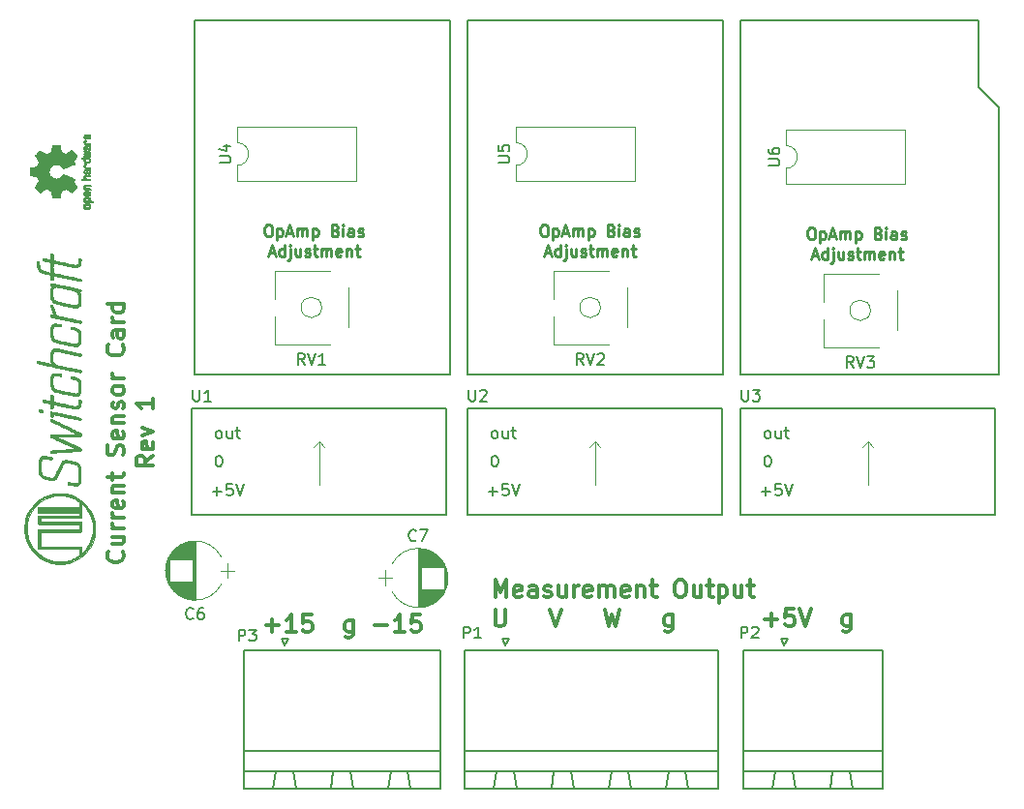
<source format=gto>
G04 #@! TF.FileFunction,Legend,Top*
%FSLAX46Y46*%
G04 Gerber Fmt 4.6, Leading zero omitted, Abs format (unit mm)*
G04 Created by KiCad (PCBNEW 4.0.6) date 2017 August 07, Monday 14:19:28*
%MOMM*%
%LPD*%
G01*
G04 APERTURE LIST*
%ADD10C,0.100000*%
%ADD11C,0.300000*%
%ADD12C,0.250000*%
%ADD13C,0.200000*%
%ADD14C,0.150000*%
%ADD15C,0.120000*%
%ADD16C,0.010000*%
G04 APERTURE END LIST*
D10*
D11*
X115884001Y-142855143D02*
X117026858Y-142855143D01*
X116455429Y-143426571D02*
X116455429Y-142283714D01*
X118455430Y-141926571D02*
X117741144Y-141926571D01*
X117669715Y-142640857D01*
X117741144Y-142569429D01*
X117884001Y-142498000D01*
X118241144Y-142498000D01*
X118384001Y-142569429D01*
X118455430Y-142640857D01*
X118526858Y-142783714D01*
X118526858Y-143140857D01*
X118455430Y-143283714D01*
X118384001Y-143355143D01*
X118241144Y-143426571D01*
X117884001Y-143426571D01*
X117741144Y-143355143D01*
X117669715Y-143283714D01*
X118955429Y-141926571D02*
X119455429Y-143426571D01*
X119955429Y-141926571D01*
X123384000Y-142426571D02*
X123384000Y-143640857D01*
X123312571Y-143783714D01*
X123241143Y-143855143D01*
X123098286Y-143926571D01*
X122884000Y-143926571D01*
X122741143Y-143855143D01*
X123384000Y-143355143D02*
X123241143Y-143426571D01*
X122955429Y-143426571D01*
X122812571Y-143355143D01*
X122741143Y-143283714D01*
X122669714Y-143140857D01*
X122669714Y-142712286D01*
X122741143Y-142569429D01*
X122812571Y-142498000D01*
X122955429Y-142426571D01*
X123241143Y-142426571D01*
X123384000Y-142498000D01*
D12*
X119880571Y-108559381D02*
X120071048Y-108559381D01*
X120166286Y-108607000D01*
X120261524Y-108702238D01*
X120309143Y-108892714D01*
X120309143Y-109226048D01*
X120261524Y-109416524D01*
X120166286Y-109511762D01*
X120071048Y-109559381D01*
X119880571Y-109559381D01*
X119785333Y-109511762D01*
X119690095Y-109416524D01*
X119642476Y-109226048D01*
X119642476Y-108892714D01*
X119690095Y-108702238D01*
X119785333Y-108607000D01*
X119880571Y-108559381D01*
X120737714Y-108892714D02*
X120737714Y-109892714D01*
X120737714Y-108940333D02*
X120832952Y-108892714D01*
X121023429Y-108892714D01*
X121118667Y-108940333D01*
X121166286Y-108987952D01*
X121213905Y-109083190D01*
X121213905Y-109368905D01*
X121166286Y-109464143D01*
X121118667Y-109511762D01*
X121023429Y-109559381D01*
X120832952Y-109559381D01*
X120737714Y-109511762D01*
X121594857Y-109273667D02*
X122071048Y-109273667D01*
X121499619Y-109559381D02*
X121832952Y-108559381D01*
X122166286Y-109559381D01*
X122499619Y-109559381D02*
X122499619Y-108892714D01*
X122499619Y-108987952D02*
X122547238Y-108940333D01*
X122642476Y-108892714D01*
X122785334Y-108892714D01*
X122880572Y-108940333D01*
X122928191Y-109035571D01*
X122928191Y-109559381D01*
X122928191Y-109035571D02*
X122975810Y-108940333D01*
X123071048Y-108892714D01*
X123213905Y-108892714D01*
X123309143Y-108940333D01*
X123356762Y-109035571D01*
X123356762Y-109559381D01*
X123832952Y-108892714D02*
X123832952Y-109892714D01*
X123832952Y-108940333D02*
X123928190Y-108892714D01*
X124118667Y-108892714D01*
X124213905Y-108940333D01*
X124261524Y-108987952D01*
X124309143Y-109083190D01*
X124309143Y-109368905D01*
X124261524Y-109464143D01*
X124213905Y-109511762D01*
X124118667Y-109559381D01*
X123928190Y-109559381D01*
X123832952Y-109511762D01*
X125832953Y-109035571D02*
X125975810Y-109083190D01*
X126023429Y-109130810D01*
X126071048Y-109226048D01*
X126071048Y-109368905D01*
X126023429Y-109464143D01*
X125975810Y-109511762D01*
X125880572Y-109559381D01*
X125499619Y-109559381D01*
X125499619Y-108559381D01*
X125832953Y-108559381D01*
X125928191Y-108607000D01*
X125975810Y-108654619D01*
X126023429Y-108749857D01*
X126023429Y-108845095D01*
X125975810Y-108940333D01*
X125928191Y-108987952D01*
X125832953Y-109035571D01*
X125499619Y-109035571D01*
X126499619Y-109559381D02*
X126499619Y-108892714D01*
X126499619Y-108559381D02*
X126452000Y-108607000D01*
X126499619Y-108654619D01*
X126547238Y-108607000D01*
X126499619Y-108559381D01*
X126499619Y-108654619D01*
X127404381Y-109559381D02*
X127404381Y-109035571D01*
X127356762Y-108940333D01*
X127261524Y-108892714D01*
X127071047Y-108892714D01*
X126975809Y-108940333D01*
X127404381Y-109511762D02*
X127309143Y-109559381D01*
X127071047Y-109559381D01*
X126975809Y-109511762D01*
X126928190Y-109416524D01*
X126928190Y-109321286D01*
X126975809Y-109226048D01*
X127071047Y-109178429D01*
X127309143Y-109178429D01*
X127404381Y-109130810D01*
X127832952Y-109511762D02*
X127928190Y-109559381D01*
X128118666Y-109559381D01*
X128213905Y-109511762D01*
X128261524Y-109416524D01*
X128261524Y-109368905D01*
X128213905Y-109273667D01*
X128118666Y-109226048D01*
X127975809Y-109226048D01*
X127880571Y-109178429D01*
X127832952Y-109083190D01*
X127832952Y-109035571D01*
X127880571Y-108940333D01*
X127975809Y-108892714D01*
X128118666Y-108892714D01*
X128213905Y-108940333D01*
X120047238Y-111023667D02*
X120523429Y-111023667D01*
X119952000Y-111309381D02*
X120285333Y-110309381D01*
X120618667Y-111309381D01*
X121380572Y-111309381D02*
X121380572Y-110309381D01*
X121380572Y-111261762D02*
X121285334Y-111309381D01*
X121094857Y-111309381D01*
X120999619Y-111261762D01*
X120952000Y-111214143D01*
X120904381Y-111118905D01*
X120904381Y-110833190D01*
X120952000Y-110737952D01*
X120999619Y-110690333D01*
X121094857Y-110642714D01*
X121285334Y-110642714D01*
X121380572Y-110690333D01*
X121856762Y-110642714D02*
X121856762Y-111499857D01*
X121809143Y-111595095D01*
X121713905Y-111642714D01*
X121666286Y-111642714D01*
X121856762Y-110309381D02*
X121809143Y-110357000D01*
X121856762Y-110404619D01*
X121904381Y-110357000D01*
X121856762Y-110309381D01*
X121856762Y-110404619D01*
X122761524Y-110642714D02*
X122761524Y-111309381D01*
X122332952Y-110642714D02*
X122332952Y-111166524D01*
X122380571Y-111261762D01*
X122475809Y-111309381D01*
X122618667Y-111309381D01*
X122713905Y-111261762D01*
X122761524Y-111214143D01*
X123190095Y-111261762D02*
X123285333Y-111309381D01*
X123475809Y-111309381D01*
X123571048Y-111261762D01*
X123618667Y-111166524D01*
X123618667Y-111118905D01*
X123571048Y-111023667D01*
X123475809Y-110976048D01*
X123332952Y-110976048D01*
X123237714Y-110928429D01*
X123190095Y-110833190D01*
X123190095Y-110785571D01*
X123237714Y-110690333D01*
X123332952Y-110642714D01*
X123475809Y-110642714D01*
X123571048Y-110690333D01*
X123904381Y-110642714D02*
X124285333Y-110642714D01*
X124047238Y-110309381D02*
X124047238Y-111166524D01*
X124094857Y-111261762D01*
X124190095Y-111309381D01*
X124285333Y-111309381D01*
X124618667Y-111309381D02*
X124618667Y-110642714D01*
X124618667Y-110737952D02*
X124666286Y-110690333D01*
X124761524Y-110642714D01*
X124904382Y-110642714D01*
X124999620Y-110690333D01*
X125047239Y-110785571D01*
X125047239Y-111309381D01*
X125047239Y-110785571D02*
X125094858Y-110690333D01*
X125190096Y-110642714D01*
X125332953Y-110642714D01*
X125428191Y-110690333D01*
X125475810Y-110785571D01*
X125475810Y-111309381D01*
X126332953Y-111261762D02*
X126237715Y-111309381D01*
X126047238Y-111309381D01*
X125952000Y-111261762D01*
X125904381Y-111166524D01*
X125904381Y-110785571D01*
X125952000Y-110690333D01*
X126047238Y-110642714D01*
X126237715Y-110642714D01*
X126332953Y-110690333D01*
X126380572Y-110785571D01*
X126380572Y-110880810D01*
X125904381Y-110976048D01*
X126809143Y-110642714D02*
X126809143Y-111309381D01*
X126809143Y-110737952D02*
X126856762Y-110690333D01*
X126952000Y-110642714D01*
X127094858Y-110642714D01*
X127190096Y-110690333D01*
X127237715Y-110785571D01*
X127237715Y-111309381D01*
X127571048Y-110642714D02*
X127952000Y-110642714D01*
X127713905Y-110309381D02*
X127713905Y-111166524D01*
X127761524Y-111261762D01*
X127856762Y-111309381D01*
X127952000Y-111309381D01*
X96512571Y-108305381D02*
X96703048Y-108305381D01*
X96798286Y-108353000D01*
X96893524Y-108448238D01*
X96941143Y-108638714D01*
X96941143Y-108972048D01*
X96893524Y-109162524D01*
X96798286Y-109257762D01*
X96703048Y-109305381D01*
X96512571Y-109305381D01*
X96417333Y-109257762D01*
X96322095Y-109162524D01*
X96274476Y-108972048D01*
X96274476Y-108638714D01*
X96322095Y-108448238D01*
X96417333Y-108353000D01*
X96512571Y-108305381D01*
X97369714Y-108638714D02*
X97369714Y-109638714D01*
X97369714Y-108686333D02*
X97464952Y-108638714D01*
X97655429Y-108638714D01*
X97750667Y-108686333D01*
X97798286Y-108733952D01*
X97845905Y-108829190D01*
X97845905Y-109114905D01*
X97798286Y-109210143D01*
X97750667Y-109257762D01*
X97655429Y-109305381D01*
X97464952Y-109305381D01*
X97369714Y-109257762D01*
X98226857Y-109019667D02*
X98703048Y-109019667D01*
X98131619Y-109305381D02*
X98464952Y-108305381D01*
X98798286Y-109305381D01*
X99131619Y-109305381D02*
X99131619Y-108638714D01*
X99131619Y-108733952D02*
X99179238Y-108686333D01*
X99274476Y-108638714D01*
X99417334Y-108638714D01*
X99512572Y-108686333D01*
X99560191Y-108781571D01*
X99560191Y-109305381D01*
X99560191Y-108781571D02*
X99607810Y-108686333D01*
X99703048Y-108638714D01*
X99845905Y-108638714D01*
X99941143Y-108686333D01*
X99988762Y-108781571D01*
X99988762Y-109305381D01*
X100464952Y-108638714D02*
X100464952Y-109638714D01*
X100464952Y-108686333D02*
X100560190Y-108638714D01*
X100750667Y-108638714D01*
X100845905Y-108686333D01*
X100893524Y-108733952D01*
X100941143Y-108829190D01*
X100941143Y-109114905D01*
X100893524Y-109210143D01*
X100845905Y-109257762D01*
X100750667Y-109305381D01*
X100560190Y-109305381D01*
X100464952Y-109257762D01*
X102464953Y-108781571D02*
X102607810Y-108829190D01*
X102655429Y-108876810D01*
X102703048Y-108972048D01*
X102703048Y-109114905D01*
X102655429Y-109210143D01*
X102607810Y-109257762D01*
X102512572Y-109305381D01*
X102131619Y-109305381D01*
X102131619Y-108305381D01*
X102464953Y-108305381D01*
X102560191Y-108353000D01*
X102607810Y-108400619D01*
X102655429Y-108495857D01*
X102655429Y-108591095D01*
X102607810Y-108686333D01*
X102560191Y-108733952D01*
X102464953Y-108781571D01*
X102131619Y-108781571D01*
X103131619Y-109305381D02*
X103131619Y-108638714D01*
X103131619Y-108305381D02*
X103084000Y-108353000D01*
X103131619Y-108400619D01*
X103179238Y-108353000D01*
X103131619Y-108305381D01*
X103131619Y-108400619D01*
X104036381Y-109305381D02*
X104036381Y-108781571D01*
X103988762Y-108686333D01*
X103893524Y-108638714D01*
X103703047Y-108638714D01*
X103607809Y-108686333D01*
X104036381Y-109257762D02*
X103941143Y-109305381D01*
X103703047Y-109305381D01*
X103607809Y-109257762D01*
X103560190Y-109162524D01*
X103560190Y-109067286D01*
X103607809Y-108972048D01*
X103703047Y-108924429D01*
X103941143Y-108924429D01*
X104036381Y-108876810D01*
X104464952Y-109257762D02*
X104560190Y-109305381D01*
X104750666Y-109305381D01*
X104845905Y-109257762D01*
X104893524Y-109162524D01*
X104893524Y-109114905D01*
X104845905Y-109019667D01*
X104750666Y-108972048D01*
X104607809Y-108972048D01*
X104512571Y-108924429D01*
X104464952Y-108829190D01*
X104464952Y-108781571D01*
X104512571Y-108686333D01*
X104607809Y-108638714D01*
X104750666Y-108638714D01*
X104845905Y-108686333D01*
X96679238Y-110769667D02*
X97155429Y-110769667D01*
X96584000Y-111055381D02*
X96917333Y-110055381D01*
X97250667Y-111055381D01*
X98012572Y-111055381D02*
X98012572Y-110055381D01*
X98012572Y-111007762D02*
X97917334Y-111055381D01*
X97726857Y-111055381D01*
X97631619Y-111007762D01*
X97584000Y-110960143D01*
X97536381Y-110864905D01*
X97536381Y-110579190D01*
X97584000Y-110483952D01*
X97631619Y-110436333D01*
X97726857Y-110388714D01*
X97917334Y-110388714D01*
X98012572Y-110436333D01*
X98488762Y-110388714D02*
X98488762Y-111245857D01*
X98441143Y-111341095D01*
X98345905Y-111388714D01*
X98298286Y-111388714D01*
X98488762Y-110055381D02*
X98441143Y-110103000D01*
X98488762Y-110150619D01*
X98536381Y-110103000D01*
X98488762Y-110055381D01*
X98488762Y-110150619D01*
X99393524Y-110388714D02*
X99393524Y-111055381D01*
X98964952Y-110388714D02*
X98964952Y-110912524D01*
X99012571Y-111007762D01*
X99107809Y-111055381D01*
X99250667Y-111055381D01*
X99345905Y-111007762D01*
X99393524Y-110960143D01*
X99822095Y-111007762D02*
X99917333Y-111055381D01*
X100107809Y-111055381D01*
X100203048Y-111007762D01*
X100250667Y-110912524D01*
X100250667Y-110864905D01*
X100203048Y-110769667D01*
X100107809Y-110722048D01*
X99964952Y-110722048D01*
X99869714Y-110674429D01*
X99822095Y-110579190D01*
X99822095Y-110531571D01*
X99869714Y-110436333D01*
X99964952Y-110388714D01*
X100107809Y-110388714D01*
X100203048Y-110436333D01*
X100536381Y-110388714D02*
X100917333Y-110388714D01*
X100679238Y-110055381D02*
X100679238Y-110912524D01*
X100726857Y-111007762D01*
X100822095Y-111055381D01*
X100917333Y-111055381D01*
X101250667Y-111055381D02*
X101250667Y-110388714D01*
X101250667Y-110483952D02*
X101298286Y-110436333D01*
X101393524Y-110388714D01*
X101536382Y-110388714D01*
X101631620Y-110436333D01*
X101679239Y-110531571D01*
X101679239Y-111055381D01*
X101679239Y-110531571D02*
X101726858Y-110436333D01*
X101822096Y-110388714D01*
X101964953Y-110388714D01*
X102060191Y-110436333D01*
X102107810Y-110531571D01*
X102107810Y-111055381D01*
X102964953Y-111007762D02*
X102869715Y-111055381D01*
X102679238Y-111055381D01*
X102584000Y-111007762D01*
X102536381Y-110912524D01*
X102536381Y-110531571D01*
X102584000Y-110436333D01*
X102679238Y-110388714D01*
X102869715Y-110388714D01*
X102964953Y-110436333D01*
X103012572Y-110531571D01*
X103012572Y-110626810D01*
X102536381Y-110722048D01*
X103441143Y-110388714D02*
X103441143Y-111055381D01*
X103441143Y-110483952D02*
X103488762Y-110436333D01*
X103584000Y-110388714D01*
X103726858Y-110388714D01*
X103822096Y-110436333D01*
X103869715Y-110531571D01*
X103869715Y-111055381D01*
X104203048Y-110388714D02*
X104584000Y-110388714D01*
X104345905Y-110055381D02*
X104345905Y-110912524D01*
X104393524Y-111007762D01*
X104488762Y-111055381D01*
X104584000Y-111055381D01*
X72382571Y-108305381D02*
X72573048Y-108305381D01*
X72668286Y-108353000D01*
X72763524Y-108448238D01*
X72811143Y-108638714D01*
X72811143Y-108972048D01*
X72763524Y-109162524D01*
X72668286Y-109257762D01*
X72573048Y-109305381D01*
X72382571Y-109305381D01*
X72287333Y-109257762D01*
X72192095Y-109162524D01*
X72144476Y-108972048D01*
X72144476Y-108638714D01*
X72192095Y-108448238D01*
X72287333Y-108353000D01*
X72382571Y-108305381D01*
X73239714Y-108638714D02*
X73239714Y-109638714D01*
X73239714Y-108686333D02*
X73334952Y-108638714D01*
X73525429Y-108638714D01*
X73620667Y-108686333D01*
X73668286Y-108733952D01*
X73715905Y-108829190D01*
X73715905Y-109114905D01*
X73668286Y-109210143D01*
X73620667Y-109257762D01*
X73525429Y-109305381D01*
X73334952Y-109305381D01*
X73239714Y-109257762D01*
X74096857Y-109019667D02*
X74573048Y-109019667D01*
X74001619Y-109305381D02*
X74334952Y-108305381D01*
X74668286Y-109305381D01*
X75001619Y-109305381D02*
X75001619Y-108638714D01*
X75001619Y-108733952D02*
X75049238Y-108686333D01*
X75144476Y-108638714D01*
X75287334Y-108638714D01*
X75382572Y-108686333D01*
X75430191Y-108781571D01*
X75430191Y-109305381D01*
X75430191Y-108781571D02*
X75477810Y-108686333D01*
X75573048Y-108638714D01*
X75715905Y-108638714D01*
X75811143Y-108686333D01*
X75858762Y-108781571D01*
X75858762Y-109305381D01*
X76334952Y-108638714D02*
X76334952Y-109638714D01*
X76334952Y-108686333D02*
X76430190Y-108638714D01*
X76620667Y-108638714D01*
X76715905Y-108686333D01*
X76763524Y-108733952D01*
X76811143Y-108829190D01*
X76811143Y-109114905D01*
X76763524Y-109210143D01*
X76715905Y-109257762D01*
X76620667Y-109305381D01*
X76430190Y-109305381D01*
X76334952Y-109257762D01*
X78334953Y-108781571D02*
X78477810Y-108829190D01*
X78525429Y-108876810D01*
X78573048Y-108972048D01*
X78573048Y-109114905D01*
X78525429Y-109210143D01*
X78477810Y-109257762D01*
X78382572Y-109305381D01*
X78001619Y-109305381D01*
X78001619Y-108305381D01*
X78334953Y-108305381D01*
X78430191Y-108353000D01*
X78477810Y-108400619D01*
X78525429Y-108495857D01*
X78525429Y-108591095D01*
X78477810Y-108686333D01*
X78430191Y-108733952D01*
X78334953Y-108781571D01*
X78001619Y-108781571D01*
X79001619Y-109305381D02*
X79001619Y-108638714D01*
X79001619Y-108305381D02*
X78954000Y-108353000D01*
X79001619Y-108400619D01*
X79049238Y-108353000D01*
X79001619Y-108305381D01*
X79001619Y-108400619D01*
X79906381Y-109305381D02*
X79906381Y-108781571D01*
X79858762Y-108686333D01*
X79763524Y-108638714D01*
X79573047Y-108638714D01*
X79477809Y-108686333D01*
X79906381Y-109257762D02*
X79811143Y-109305381D01*
X79573047Y-109305381D01*
X79477809Y-109257762D01*
X79430190Y-109162524D01*
X79430190Y-109067286D01*
X79477809Y-108972048D01*
X79573047Y-108924429D01*
X79811143Y-108924429D01*
X79906381Y-108876810D01*
X80334952Y-109257762D02*
X80430190Y-109305381D01*
X80620666Y-109305381D01*
X80715905Y-109257762D01*
X80763524Y-109162524D01*
X80763524Y-109114905D01*
X80715905Y-109019667D01*
X80620666Y-108972048D01*
X80477809Y-108972048D01*
X80382571Y-108924429D01*
X80334952Y-108829190D01*
X80334952Y-108781571D01*
X80382571Y-108686333D01*
X80477809Y-108638714D01*
X80620666Y-108638714D01*
X80715905Y-108686333D01*
X72549238Y-110769667D02*
X73025429Y-110769667D01*
X72454000Y-111055381D02*
X72787333Y-110055381D01*
X73120667Y-111055381D01*
X73882572Y-111055381D02*
X73882572Y-110055381D01*
X73882572Y-111007762D02*
X73787334Y-111055381D01*
X73596857Y-111055381D01*
X73501619Y-111007762D01*
X73454000Y-110960143D01*
X73406381Y-110864905D01*
X73406381Y-110579190D01*
X73454000Y-110483952D01*
X73501619Y-110436333D01*
X73596857Y-110388714D01*
X73787334Y-110388714D01*
X73882572Y-110436333D01*
X74358762Y-110388714D02*
X74358762Y-111245857D01*
X74311143Y-111341095D01*
X74215905Y-111388714D01*
X74168286Y-111388714D01*
X74358762Y-110055381D02*
X74311143Y-110103000D01*
X74358762Y-110150619D01*
X74406381Y-110103000D01*
X74358762Y-110055381D01*
X74358762Y-110150619D01*
X75263524Y-110388714D02*
X75263524Y-111055381D01*
X74834952Y-110388714D02*
X74834952Y-110912524D01*
X74882571Y-111007762D01*
X74977809Y-111055381D01*
X75120667Y-111055381D01*
X75215905Y-111007762D01*
X75263524Y-110960143D01*
X75692095Y-111007762D02*
X75787333Y-111055381D01*
X75977809Y-111055381D01*
X76073048Y-111007762D01*
X76120667Y-110912524D01*
X76120667Y-110864905D01*
X76073048Y-110769667D01*
X75977809Y-110722048D01*
X75834952Y-110722048D01*
X75739714Y-110674429D01*
X75692095Y-110579190D01*
X75692095Y-110531571D01*
X75739714Y-110436333D01*
X75834952Y-110388714D01*
X75977809Y-110388714D01*
X76073048Y-110436333D01*
X76406381Y-110388714D02*
X76787333Y-110388714D01*
X76549238Y-110055381D02*
X76549238Y-110912524D01*
X76596857Y-111007762D01*
X76692095Y-111055381D01*
X76787333Y-111055381D01*
X77120667Y-111055381D02*
X77120667Y-110388714D01*
X77120667Y-110483952D02*
X77168286Y-110436333D01*
X77263524Y-110388714D01*
X77406382Y-110388714D01*
X77501620Y-110436333D01*
X77549239Y-110531571D01*
X77549239Y-111055381D01*
X77549239Y-110531571D02*
X77596858Y-110436333D01*
X77692096Y-110388714D01*
X77834953Y-110388714D01*
X77930191Y-110436333D01*
X77977810Y-110531571D01*
X77977810Y-111055381D01*
X78834953Y-111007762D02*
X78739715Y-111055381D01*
X78549238Y-111055381D01*
X78454000Y-111007762D01*
X78406381Y-110912524D01*
X78406381Y-110531571D01*
X78454000Y-110436333D01*
X78549238Y-110388714D01*
X78739715Y-110388714D01*
X78834953Y-110436333D01*
X78882572Y-110531571D01*
X78882572Y-110626810D01*
X78406381Y-110722048D01*
X79311143Y-110388714D02*
X79311143Y-111055381D01*
X79311143Y-110483952D02*
X79358762Y-110436333D01*
X79454000Y-110388714D01*
X79596858Y-110388714D01*
X79692096Y-110436333D01*
X79739715Y-110531571D01*
X79739715Y-111055381D01*
X80073048Y-110388714D02*
X80454000Y-110388714D01*
X80215905Y-110055381D02*
X80215905Y-110912524D01*
X80263524Y-111007762D01*
X80358762Y-111055381D01*
X80454000Y-111055381D01*
D13*
X113792000Y-121412000D02*
X114046000Y-121412000D01*
X113792000Y-90424000D02*
X113792000Y-121412000D01*
X134620000Y-90424000D02*
X113792000Y-90424000D01*
X134620000Y-96266000D02*
X134620000Y-90424000D01*
X136398000Y-98044000D02*
X134620000Y-96266000D01*
X136398000Y-121412000D02*
X136398000Y-98044000D01*
X114046000Y-121412000D02*
X136398000Y-121412000D01*
X89916000Y-121412000D02*
X90170000Y-121412000D01*
X89916000Y-90424000D02*
X89916000Y-121412000D01*
X112268000Y-90424000D02*
X89916000Y-90424000D01*
X112268000Y-121412000D02*
X112268000Y-90424000D01*
X89916000Y-121412000D02*
X112268000Y-121412000D01*
X66040000Y-90424000D02*
X66040000Y-121412000D01*
X88392000Y-90424000D02*
X66040000Y-90424000D01*
X88392000Y-121412000D02*
X88392000Y-90424000D01*
X66040000Y-121412000D02*
X88392000Y-121412000D01*
D11*
X72244001Y-143363143D02*
X73386858Y-143363143D01*
X72815429Y-143934571D02*
X72815429Y-142791714D01*
X74886858Y-143934571D02*
X74029715Y-143934571D01*
X74458287Y-143934571D02*
X74458287Y-142434571D01*
X74315430Y-142648857D01*
X74172572Y-142791714D01*
X74029715Y-142863143D01*
X76244001Y-142434571D02*
X75529715Y-142434571D01*
X75458286Y-143148857D01*
X75529715Y-143077429D01*
X75672572Y-143006000D01*
X76029715Y-143006000D01*
X76172572Y-143077429D01*
X76244001Y-143148857D01*
X76315429Y-143291714D01*
X76315429Y-143648857D01*
X76244001Y-143791714D01*
X76172572Y-143863143D01*
X76029715Y-143934571D01*
X75672572Y-143934571D01*
X75529715Y-143863143D01*
X75458286Y-143791714D01*
X79886857Y-142934571D02*
X79886857Y-144148857D01*
X79815428Y-144291714D01*
X79744000Y-144363143D01*
X79601143Y-144434571D01*
X79386857Y-144434571D01*
X79244000Y-144363143D01*
X79886857Y-143863143D02*
X79744000Y-143934571D01*
X79458286Y-143934571D01*
X79315428Y-143863143D01*
X79244000Y-143791714D01*
X79172571Y-143648857D01*
X79172571Y-143220286D01*
X79244000Y-143077429D01*
X79315428Y-143006000D01*
X79458286Y-142934571D01*
X79744000Y-142934571D01*
X79886857Y-143006000D01*
X81744000Y-143363143D02*
X82886857Y-143363143D01*
X84386857Y-143934571D02*
X83529714Y-143934571D01*
X83958286Y-143934571D02*
X83958286Y-142434571D01*
X83815429Y-142648857D01*
X83672571Y-142791714D01*
X83529714Y-142863143D01*
X85744000Y-142434571D02*
X85029714Y-142434571D01*
X84958285Y-143148857D01*
X85029714Y-143077429D01*
X85172571Y-143006000D01*
X85529714Y-143006000D01*
X85672571Y-143077429D01*
X85744000Y-143148857D01*
X85815428Y-143291714D01*
X85815428Y-143648857D01*
X85744000Y-143791714D01*
X85672571Y-143863143D01*
X85529714Y-143934571D01*
X85172571Y-143934571D01*
X85029714Y-143863143D01*
X84958285Y-143791714D01*
X92305143Y-140881571D02*
X92305143Y-139381571D01*
X92805143Y-140453000D01*
X93305143Y-139381571D01*
X93305143Y-140881571D01*
X94590857Y-140810143D02*
X94448000Y-140881571D01*
X94162286Y-140881571D01*
X94019429Y-140810143D01*
X93948000Y-140667286D01*
X93948000Y-140095857D01*
X94019429Y-139953000D01*
X94162286Y-139881571D01*
X94448000Y-139881571D01*
X94590857Y-139953000D01*
X94662286Y-140095857D01*
X94662286Y-140238714D01*
X93948000Y-140381571D01*
X95948000Y-140881571D02*
X95948000Y-140095857D01*
X95876571Y-139953000D01*
X95733714Y-139881571D01*
X95448000Y-139881571D01*
X95305143Y-139953000D01*
X95948000Y-140810143D02*
X95805143Y-140881571D01*
X95448000Y-140881571D01*
X95305143Y-140810143D01*
X95233714Y-140667286D01*
X95233714Y-140524429D01*
X95305143Y-140381571D01*
X95448000Y-140310143D01*
X95805143Y-140310143D01*
X95948000Y-140238714D01*
X96590857Y-140810143D02*
X96733714Y-140881571D01*
X97019429Y-140881571D01*
X97162286Y-140810143D01*
X97233714Y-140667286D01*
X97233714Y-140595857D01*
X97162286Y-140453000D01*
X97019429Y-140381571D01*
X96805143Y-140381571D01*
X96662286Y-140310143D01*
X96590857Y-140167286D01*
X96590857Y-140095857D01*
X96662286Y-139953000D01*
X96805143Y-139881571D01*
X97019429Y-139881571D01*
X97162286Y-139953000D01*
X98519429Y-139881571D02*
X98519429Y-140881571D01*
X97876572Y-139881571D02*
X97876572Y-140667286D01*
X97948000Y-140810143D01*
X98090858Y-140881571D01*
X98305143Y-140881571D01*
X98448000Y-140810143D01*
X98519429Y-140738714D01*
X99233715Y-140881571D02*
X99233715Y-139881571D01*
X99233715Y-140167286D02*
X99305143Y-140024429D01*
X99376572Y-139953000D01*
X99519429Y-139881571D01*
X99662286Y-139881571D01*
X100733714Y-140810143D02*
X100590857Y-140881571D01*
X100305143Y-140881571D01*
X100162286Y-140810143D01*
X100090857Y-140667286D01*
X100090857Y-140095857D01*
X100162286Y-139953000D01*
X100305143Y-139881571D01*
X100590857Y-139881571D01*
X100733714Y-139953000D01*
X100805143Y-140095857D01*
X100805143Y-140238714D01*
X100090857Y-140381571D01*
X101448000Y-140881571D02*
X101448000Y-139881571D01*
X101448000Y-140024429D02*
X101519428Y-139953000D01*
X101662286Y-139881571D01*
X101876571Y-139881571D01*
X102019428Y-139953000D01*
X102090857Y-140095857D01*
X102090857Y-140881571D01*
X102090857Y-140095857D02*
X102162286Y-139953000D01*
X102305143Y-139881571D01*
X102519428Y-139881571D01*
X102662286Y-139953000D01*
X102733714Y-140095857D01*
X102733714Y-140881571D01*
X104019428Y-140810143D02*
X103876571Y-140881571D01*
X103590857Y-140881571D01*
X103448000Y-140810143D01*
X103376571Y-140667286D01*
X103376571Y-140095857D01*
X103448000Y-139953000D01*
X103590857Y-139881571D01*
X103876571Y-139881571D01*
X104019428Y-139953000D01*
X104090857Y-140095857D01*
X104090857Y-140238714D01*
X103376571Y-140381571D01*
X104733714Y-139881571D02*
X104733714Y-140881571D01*
X104733714Y-140024429D02*
X104805142Y-139953000D01*
X104948000Y-139881571D01*
X105162285Y-139881571D01*
X105305142Y-139953000D01*
X105376571Y-140095857D01*
X105376571Y-140881571D01*
X105876571Y-139881571D02*
X106448000Y-139881571D01*
X106090857Y-139381571D02*
X106090857Y-140667286D01*
X106162285Y-140810143D01*
X106305143Y-140881571D01*
X106448000Y-140881571D01*
X108376571Y-139381571D02*
X108662285Y-139381571D01*
X108805143Y-139453000D01*
X108948000Y-139595857D01*
X109019428Y-139881571D01*
X109019428Y-140381571D01*
X108948000Y-140667286D01*
X108805143Y-140810143D01*
X108662285Y-140881571D01*
X108376571Y-140881571D01*
X108233714Y-140810143D01*
X108090857Y-140667286D01*
X108019428Y-140381571D01*
X108019428Y-139881571D01*
X108090857Y-139595857D01*
X108233714Y-139453000D01*
X108376571Y-139381571D01*
X110305143Y-139881571D02*
X110305143Y-140881571D01*
X109662286Y-139881571D02*
X109662286Y-140667286D01*
X109733714Y-140810143D01*
X109876572Y-140881571D01*
X110090857Y-140881571D01*
X110233714Y-140810143D01*
X110305143Y-140738714D01*
X110805143Y-139881571D02*
X111376572Y-139881571D01*
X111019429Y-139381571D02*
X111019429Y-140667286D01*
X111090857Y-140810143D01*
X111233715Y-140881571D01*
X111376572Y-140881571D01*
X111876572Y-139881571D02*
X111876572Y-141381571D01*
X111876572Y-139953000D02*
X112019429Y-139881571D01*
X112305143Y-139881571D01*
X112448000Y-139953000D01*
X112519429Y-140024429D01*
X112590858Y-140167286D01*
X112590858Y-140595857D01*
X112519429Y-140738714D01*
X112448000Y-140810143D01*
X112305143Y-140881571D01*
X112019429Y-140881571D01*
X111876572Y-140810143D01*
X113876572Y-139881571D02*
X113876572Y-140881571D01*
X113233715Y-139881571D02*
X113233715Y-140667286D01*
X113305143Y-140810143D01*
X113448001Y-140881571D01*
X113662286Y-140881571D01*
X113805143Y-140810143D01*
X113876572Y-140738714D01*
X114376572Y-139881571D02*
X114948001Y-139881571D01*
X114590858Y-139381571D02*
X114590858Y-140667286D01*
X114662286Y-140810143D01*
X114805144Y-140881571D01*
X114948001Y-140881571D01*
X92305143Y-141931571D02*
X92305143Y-143145857D01*
X92376571Y-143288714D01*
X92448000Y-143360143D01*
X92590857Y-143431571D01*
X92876571Y-143431571D01*
X93019429Y-143360143D01*
X93090857Y-143288714D01*
X93162286Y-143145857D01*
X93162286Y-141931571D01*
X97090857Y-141931571D02*
X97590857Y-143431571D01*
X98090857Y-141931571D01*
X101876571Y-141931571D02*
X102233714Y-143431571D01*
X102519428Y-142360143D01*
X102805142Y-143431571D01*
X103162285Y-141931571D01*
X107805142Y-142431571D02*
X107805142Y-143645857D01*
X107733713Y-143788714D01*
X107662285Y-143860143D01*
X107519428Y-143931571D01*
X107305142Y-143931571D01*
X107162285Y-143860143D01*
X107805142Y-143360143D02*
X107662285Y-143431571D01*
X107376571Y-143431571D01*
X107233713Y-143360143D01*
X107162285Y-143288714D01*
X107090856Y-143145857D01*
X107090856Y-142717286D01*
X107162285Y-142574429D01*
X107233713Y-142503000D01*
X107376571Y-142431571D01*
X107662285Y-142431571D01*
X107805142Y-142503000D01*
X59712714Y-136884856D02*
X59784143Y-136956285D01*
X59855571Y-137170571D01*
X59855571Y-137313428D01*
X59784143Y-137527713D01*
X59641286Y-137670571D01*
X59498429Y-137741999D01*
X59212714Y-137813428D01*
X58998429Y-137813428D01*
X58712714Y-137741999D01*
X58569857Y-137670571D01*
X58427000Y-137527713D01*
X58355571Y-137313428D01*
X58355571Y-137170571D01*
X58427000Y-136956285D01*
X58498429Y-136884856D01*
X58855571Y-135599142D02*
X59855571Y-135599142D01*
X58855571Y-136241999D02*
X59641286Y-136241999D01*
X59784143Y-136170571D01*
X59855571Y-136027713D01*
X59855571Y-135813428D01*
X59784143Y-135670571D01*
X59712714Y-135599142D01*
X59855571Y-134884856D02*
X58855571Y-134884856D01*
X59141286Y-134884856D02*
X58998429Y-134813428D01*
X58927000Y-134741999D01*
X58855571Y-134599142D01*
X58855571Y-134456285D01*
X59855571Y-133956285D02*
X58855571Y-133956285D01*
X59141286Y-133956285D02*
X58998429Y-133884857D01*
X58927000Y-133813428D01*
X58855571Y-133670571D01*
X58855571Y-133527714D01*
X59784143Y-132456286D02*
X59855571Y-132599143D01*
X59855571Y-132884857D01*
X59784143Y-133027714D01*
X59641286Y-133099143D01*
X59069857Y-133099143D01*
X58927000Y-133027714D01*
X58855571Y-132884857D01*
X58855571Y-132599143D01*
X58927000Y-132456286D01*
X59069857Y-132384857D01*
X59212714Y-132384857D01*
X59355571Y-133099143D01*
X58855571Y-131742000D02*
X59855571Y-131742000D01*
X58998429Y-131742000D02*
X58927000Y-131670572D01*
X58855571Y-131527714D01*
X58855571Y-131313429D01*
X58927000Y-131170572D01*
X59069857Y-131099143D01*
X59855571Y-131099143D01*
X58855571Y-130599143D02*
X58855571Y-130027714D01*
X58355571Y-130384857D02*
X59641286Y-130384857D01*
X59784143Y-130313429D01*
X59855571Y-130170571D01*
X59855571Y-130027714D01*
X59784143Y-128456286D02*
X59855571Y-128242000D01*
X59855571Y-127884857D01*
X59784143Y-127742000D01*
X59712714Y-127670571D01*
X59569857Y-127599143D01*
X59427000Y-127599143D01*
X59284143Y-127670571D01*
X59212714Y-127742000D01*
X59141286Y-127884857D01*
X59069857Y-128170571D01*
X58998429Y-128313429D01*
X58927000Y-128384857D01*
X58784143Y-128456286D01*
X58641286Y-128456286D01*
X58498429Y-128384857D01*
X58427000Y-128313429D01*
X58355571Y-128170571D01*
X58355571Y-127813429D01*
X58427000Y-127599143D01*
X59784143Y-126384858D02*
X59855571Y-126527715D01*
X59855571Y-126813429D01*
X59784143Y-126956286D01*
X59641286Y-127027715D01*
X59069857Y-127027715D01*
X58927000Y-126956286D01*
X58855571Y-126813429D01*
X58855571Y-126527715D01*
X58927000Y-126384858D01*
X59069857Y-126313429D01*
X59212714Y-126313429D01*
X59355571Y-127027715D01*
X58855571Y-125670572D02*
X59855571Y-125670572D01*
X58998429Y-125670572D02*
X58927000Y-125599144D01*
X58855571Y-125456286D01*
X58855571Y-125242001D01*
X58927000Y-125099144D01*
X59069857Y-125027715D01*
X59855571Y-125027715D01*
X59784143Y-124384858D02*
X59855571Y-124242001D01*
X59855571Y-123956286D01*
X59784143Y-123813429D01*
X59641286Y-123742001D01*
X59569857Y-123742001D01*
X59427000Y-123813429D01*
X59355571Y-123956286D01*
X59355571Y-124170572D01*
X59284143Y-124313429D01*
X59141286Y-124384858D01*
X59069857Y-124384858D01*
X58927000Y-124313429D01*
X58855571Y-124170572D01*
X58855571Y-123956286D01*
X58927000Y-123813429D01*
X59855571Y-122884857D02*
X59784143Y-123027715D01*
X59712714Y-123099143D01*
X59569857Y-123170572D01*
X59141286Y-123170572D01*
X58998429Y-123099143D01*
X58927000Y-123027715D01*
X58855571Y-122884857D01*
X58855571Y-122670572D01*
X58927000Y-122527715D01*
X58998429Y-122456286D01*
X59141286Y-122384857D01*
X59569857Y-122384857D01*
X59712714Y-122456286D01*
X59784143Y-122527715D01*
X59855571Y-122670572D01*
X59855571Y-122884857D01*
X59855571Y-121742000D02*
X58855571Y-121742000D01*
X59141286Y-121742000D02*
X58998429Y-121670572D01*
X58927000Y-121599143D01*
X58855571Y-121456286D01*
X58855571Y-121313429D01*
X59712714Y-118813429D02*
X59784143Y-118884858D01*
X59855571Y-119099144D01*
X59855571Y-119242001D01*
X59784143Y-119456286D01*
X59641286Y-119599144D01*
X59498429Y-119670572D01*
X59212714Y-119742001D01*
X58998429Y-119742001D01*
X58712714Y-119670572D01*
X58569857Y-119599144D01*
X58427000Y-119456286D01*
X58355571Y-119242001D01*
X58355571Y-119099144D01*
X58427000Y-118884858D01*
X58498429Y-118813429D01*
X59855571Y-117527715D02*
X59069857Y-117527715D01*
X58927000Y-117599144D01*
X58855571Y-117742001D01*
X58855571Y-118027715D01*
X58927000Y-118170572D01*
X59784143Y-117527715D02*
X59855571Y-117670572D01*
X59855571Y-118027715D01*
X59784143Y-118170572D01*
X59641286Y-118242001D01*
X59498429Y-118242001D01*
X59355571Y-118170572D01*
X59284143Y-118027715D01*
X59284143Y-117670572D01*
X59212714Y-117527715D01*
X59855571Y-116813429D02*
X58855571Y-116813429D01*
X59141286Y-116813429D02*
X58998429Y-116742001D01*
X58927000Y-116670572D01*
X58855571Y-116527715D01*
X58855571Y-116384858D01*
X59855571Y-115242001D02*
X58355571Y-115242001D01*
X59784143Y-115242001D02*
X59855571Y-115384858D01*
X59855571Y-115670572D01*
X59784143Y-115813430D01*
X59712714Y-115884858D01*
X59569857Y-115956287D01*
X59141286Y-115956287D01*
X58998429Y-115884858D01*
X58927000Y-115813430D01*
X58855571Y-115670572D01*
X58855571Y-115384858D01*
X58927000Y-115242001D01*
X62405571Y-128527713D02*
X61691286Y-129027713D01*
X62405571Y-129384856D02*
X60905571Y-129384856D01*
X60905571Y-128813428D01*
X60977000Y-128670570D01*
X61048429Y-128599142D01*
X61191286Y-128527713D01*
X61405571Y-128527713D01*
X61548429Y-128599142D01*
X61619857Y-128670570D01*
X61691286Y-128813428D01*
X61691286Y-129384856D01*
X62334143Y-127313428D02*
X62405571Y-127456285D01*
X62405571Y-127741999D01*
X62334143Y-127884856D01*
X62191286Y-127956285D01*
X61619857Y-127956285D01*
X61477000Y-127884856D01*
X61405571Y-127741999D01*
X61405571Y-127456285D01*
X61477000Y-127313428D01*
X61619857Y-127241999D01*
X61762714Y-127241999D01*
X61905571Y-127956285D01*
X61405571Y-126741999D02*
X62405571Y-126384856D01*
X61405571Y-126027714D01*
X62405571Y-123527714D02*
X62405571Y-124384857D01*
X62405571Y-123956285D02*
X60905571Y-123956285D01*
X61119857Y-124099142D01*
X61262714Y-124242000D01*
X61334143Y-124384857D01*
D14*
X70334000Y-145494000D02*
X70334000Y-157654000D01*
X70334000Y-157654000D02*
X87494000Y-157654000D01*
X87494000Y-157654000D02*
X87494000Y-145494000D01*
X87494000Y-145494000D02*
X70334000Y-145494000D01*
X70334000Y-156154000D02*
X70334000Y-154354000D01*
X70334000Y-154354000D02*
X87494000Y-154354000D01*
X87494000Y-154354000D02*
X87494000Y-156154000D01*
X87494000Y-156154000D02*
X70334000Y-156154000D01*
X72914000Y-157654000D02*
X74914000Y-157654000D01*
X74914000Y-157654000D02*
X74664000Y-156154000D01*
X74664000Y-156154000D02*
X73164000Y-156154000D01*
X73164000Y-156154000D02*
X72914000Y-157654000D01*
X77914000Y-157654000D02*
X79914000Y-157654000D01*
X79914000Y-157654000D02*
X79664000Y-156154000D01*
X79664000Y-156154000D02*
X78164000Y-156154000D01*
X78164000Y-156154000D02*
X77914000Y-157654000D01*
X82914000Y-157654000D02*
X84914000Y-157654000D01*
X84914000Y-157654000D02*
X84664000Y-156154000D01*
X84664000Y-156154000D02*
X83164000Y-156154000D01*
X83164000Y-156154000D02*
X82914000Y-157654000D01*
X73914000Y-145074000D02*
X74214000Y-144474000D01*
X74214000Y-144474000D02*
X73614000Y-144474000D01*
X73614000Y-144474000D02*
X73914000Y-145074000D01*
X89638000Y-145494000D02*
X89638000Y-157654000D01*
X89638000Y-157654000D02*
X111798000Y-157654000D01*
X111798000Y-157654000D02*
X111798000Y-145494000D01*
X111798000Y-145494000D02*
X89638000Y-145494000D01*
X89638000Y-156154000D02*
X89638000Y-154354000D01*
X89638000Y-154354000D02*
X111798000Y-154354000D01*
X111798000Y-154354000D02*
X111798000Y-156154000D01*
X111798000Y-156154000D02*
X89638000Y-156154000D01*
X92218000Y-157654000D02*
X94218000Y-157654000D01*
X94218000Y-157654000D02*
X93968000Y-156154000D01*
X93968000Y-156154000D02*
X92468000Y-156154000D01*
X92468000Y-156154000D02*
X92218000Y-157654000D01*
X97218000Y-157654000D02*
X99218000Y-157654000D01*
X99218000Y-157654000D02*
X98968000Y-156154000D01*
X98968000Y-156154000D02*
X97468000Y-156154000D01*
X97468000Y-156154000D02*
X97218000Y-157654000D01*
X102218000Y-157654000D02*
X104218000Y-157654000D01*
X104218000Y-157654000D02*
X103968000Y-156154000D01*
X103968000Y-156154000D02*
X102468000Y-156154000D01*
X102468000Y-156154000D02*
X102218000Y-157654000D01*
X107218000Y-157654000D02*
X109218000Y-157654000D01*
X109218000Y-157654000D02*
X108968000Y-156154000D01*
X108968000Y-156154000D02*
X107468000Y-156154000D01*
X107468000Y-156154000D02*
X107218000Y-157654000D01*
X93218000Y-145074000D02*
X93518000Y-144474000D01*
X93518000Y-144474000D02*
X92918000Y-144474000D01*
X92918000Y-144474000D02*
X93218000Y-145074000D01*
X114022000Y-145494000D02*
X114022000Y-157654000D01*
X114022000Y-157654000D02*
X126182000Y-157654000D01*
X126182000Y-157654000D02*
X126182000Y-145494000D01*
X126182000Y-145494000D02*
X114022000Y-145494000D01*
X114022000Y-156154000D02*
X114022000Y-154354000D01*
X114022000Y-154354000D02*
X126182000Y-154354000D01*
X126182000Y-154354000D02*
X126182000Y-156154000D01*
X126182000Y-156154000D02*
X114022000Y-156154000D01*
X116602000Y-157654000D02*
X118602000Y-157654000D01*
X118602000Y-157654000D02*
X118352000Y-156154000D01*
X118352000Y-156154000D02*
X116852000Y-156154000D01*
X116852000Y-156154000D02*
X116602000Y-157654000D01*
X121602000Y-157654000D02*
X123602000Y-157654000D01*
X123602000Y-157654000D02*
X123352000Y-156154000D01*
X123352000Y-156154000D02*
X121852000Y-156154000D01*
X121852000Y-156154000D02*
X121602000Y-157654000D01*
X117602000Y-145074000D02*
X117902000Y-144474000D01*
X117902000Y-144474000D02*
X117302000Y-144474000D01*
X117302000Y-144474000D02*
X117602000Y-145074000D01*
D15*
X94114000Y-103108000D02*
X94114000Y-104478000D01*
X94114000Y-104478000D02*
X104514000Y-104478000D01*
X104514000Y-104478000D02*
X104514000Y-99738000D01*
X104514000Y-99738000D02*
X94114000Y-99738000D01*
X94114000Y-99738000D02*
X94114000Y-101108000D01*
X94114000Y-101108000D02*
G75*
G02X94114000Y-103108000I0J-1000000D01*
G01*
X117736000Y-103362000D02*
X117736000Y-104732000D01*
X117736000Y-104732000D02*
X128136000Y-104732000D01*
X128136000Y-104732000D02*
X128136000Y-99992000D01*
X128136000Y-99992000D02*
X117736000Y-99992000D01*
X117736000Y-99992000D02*
X117736000Y-101362000D01*
X117736000Y-101362000D02*
G75*
G02X117736000Y-103362000I0J-1000000D01*
G01*
X69730000Y-103108000D02*
X69730000Y-104478000D01*
X69730000Y-104478000D02*
X80130000Y-104478000D01*
X80130000Y-104478000D02*
X80130000Y-99738000D01*
X80130000Y-99738000D02*
X69730000Y-99738000D01*
X69730000Y-99738000D02*
X69730000Y-101108000D01*
X69730000Y-101108000D02*
G75*
G02X69730000Y-103108000I0J-1000000D01*
G01*
X63754278Y-139736723D02*
G75*
G03X68365580Y-139737000I2305722J1179723D01*
G01*
X63754278Y-137377277D02*
G75*
G02X68365580Y-137377000I2305722J-1179723D01*
G01*
X63754278Y-137377277D02*
G75*
G03X63754420Y-139737000I2305722J-1179723D01*
G01*
X66060000Y-141107000D02*
X66060000Y-136007000D01*
X66020000Y-141107000D02*
X66020000Y-136007000D01*
X65980000Y-141106000D02*
X65980000Y-136008000D01*
X65940000Y-141105000D02*
X65940000Y-136009000D01*
X65900000Y-141103000D02*
X65900000Y-136011000D01*
X65860000Y-141100000D02*
X65860000Y-136014000D01*
X65820000Y-141096000D02*
X65820000Y-136018000D01*
X65780000Y-141092000D02*
X65780000Y-139537000D01*
X65780000Y-137577000D02*
X65780000Y-136022000D01*
X65740000Y-141088000D02*
X65740000Y-139537000D01*
X65740000Y-137577000D02*
X65740000Y-136026000D01*
X65700000Y-141082000D02*
X65700000Y-139537000D01*
X65700000Y-137577000D02*
X65700000Y-136032000D01*
X65660000Y-141076000D02*
X65660000Y-139537000D01*
X65660000Y-137577000D02*
X65660000Y-136038000D01*
X65620000Y-141070000D02*
X65620000Y-139537000D01*
X65620000Y-137577000D02*
X65620000Y-136044000D01*
X65580000Y-141063000D02*
X65580000Y-139537000D01*
X65580000Y-137577000D02*
X65580000Y-136051000D01*
X65540000Y-141055000D02*
X65540000Y-139537000D01*
X65540000Y-137577000D02*
X65540000Y-136059000D01*
X65500000Y-141046000D02*
X65500000Y-139537000D01*
X65500000Y-137577000D02*
X65500000Y-136068000D01*
X65460000Y-141037000D02*
X65460000Y-139537000D01*
X65460000Y-137577000D02*
X65460000Y-136077000D01*
X65420000Y-141027000D02*
X65420000Y-139537000D01*
X65420000Y-137577000D02*
X65420000Y-136087000D01*
X65380000Y-141017000D02*
X65380000Y-139537000D01*
X65380000Y-137577000D02*
X65380000Y-136097000D01*
X65339000Y-141005000D02*
X65339000Y-139537000D01*
X65339000Y-137577000D02*
X65339000Y-136109000D01*
X65299000Y-140993000D02*
X65299000Y-139537000D01*
X65299000Y-137577000D02*
X65299000Y-136121000D01*
X65259000Y-140981000D02*
X65259000Y-139537000D01*
X65259000Y-137577000D02*
X65259000Y-136133000D01*
X65219000Y-140967000D02*
X65219000Y-139537000D01*
X65219000Y-137577000D02*
X65219000Y-136147000D01*
X65179000Y-140953000D02*
X65179000Y-139537000D01*
X65179000Y-137577000D02*
X65179000Y-136161000D01*
X65139000Y-140939000D02*
X65139000Y-139537000D01*
X65139000Y-137577000D02*
X65139000Y-136175000D01*
X65099000Y-140923000D02*
X65099000Y-139537000D01*
X65099000Y-137577000D02*
X65099000Y-136191000D01*
X65059000Y-140907000D02*
X65059000Y-139537000D01*
X65059000Y-137577000D02*
X65059000Y-136207000D01*
X65019000Y-140890000D02*
X65019000Y-139537000D01*
X65019000Y-137577000D02*
X65019000Y-136224000D01*
X64979000Y-140872000D02*
X64979000Y-139537000D01*
X64979000Y-137577000D02*
X64979000Y-136242000D01*
X64939000Y-140853000D02*
X64939000Y-139537000D01*
X64939000Y-137577000D02*
X64939000Y-136261000D01*
X64899000Y-140833000D02*
X64899000Y-139537000D01*
X64899000Y-137577000D02*
X64899000Y-136281000D01*
X64859000Y-140813000D02*
X64859000Y-139537000D01*
X64859000Y-137577000D02*
X64859000Y-136301000D01*
X64819000Y-140791000D02*
X64819000Y-139537000D01*
X64819000Y-137577000D02*
X64819000Y-136323000D01*
X64779000Y-140769000D02*
X64779000Y-139537000D01*
X64779000Y-137577000D02*
X64779000Y-136345000D01*
X64739000Y-140746000D02*
X64739000Y-139537000D01*
X64739000Y-137577000D02*
X64739000Y-136368000D01*
X64699000Y-140722000D02*
X64699000Y-139537000D01*
X64699000Y-137577000D02*
X64699000Y-136392000D01*
X64659000Y-140697000D02*
X64659000Y-139537000D01*
X64659000Y-137577000D02*
X64659000Y-136417000D01*
X64619000Y-140670000D02*
X64619000Y-139537000D01*
X64619000Y-137577000D02*
X64619000Y-136444000D01*
X64579000Y-140643000D02*
X64579000Y-139537000D01*
X64579000Y-137577000D02*
X64579000Y-136471000D01*
X64539000Y-140615000D02*
X64539000Y-139537000D01*
X64539000Y-137577000D02*
X64539000Y-136499000D01*
X64499000Y-140585000D02*
X64499000Y-139537000D01*
X64499000Y-137577000D02*
X64499000Y-136529000D01*
X64459000Y-140554000D02*
X64459000Y-139537000D01*
X64459000Y-137577000D02*
X64459000Y-136560000D01*
X64419000Y-140522000D02*
X64419000Y-139537000D01*
X64419000Y-137577000D02*
X64419000Y-136592000D01*
X64379000Y-140489000D02*
X64379000Y-139537000D01*
X64379000Y-137577000D02*
X64379000Y-136625000D01*
X64339000Y-140454000D02*
X64339000Y-139537000D01*
X64339000Y-137577000D02*
X64339000Y-136660000D01*
X64299000Y-140418000D02*
X64299000Y-139537000D01*
X64299000Y-137577000D02*
X64299000Y-136696000D01*
X64259000Y-140380000D02*
X64259000Y-139537000D01*
X64259000Y-137577000D02*
X64259000Y-136734000D01*
X64219000Y-140340000D02*
X64219000Y-139537000D01*
X64219000Y-137577000D02*
X64219000Y-136774000D01*
X64179000Y-140299000D02*
X64179000Y-139537000D01*
X64179000Y-137577000D02*
X64179000Y-136815000D01*
X64139000Y-140256000D02*
X64139000Y-139537000D01*
X64139000Y-137577000D02*
X64139000Y-136858000D01*
X64099000Y-140211000D02*
X64099000Y-139537000D01*
X64099000Y-137577000D02*
X64099000Y-136903000D01*
X64059000Y-140163000D02*
X64059000Y-139537000D01*
X64059000Y-137577000D02*
X64059000Y-136951000D01*
X64019000Y-140113000D02*
X64019000Y-139537000D01*
X64019000Y-137577000D02*
X64019000Y-137001000D01*
X63979000Y-140061000D02*
X63979000Y-139537000D01*
X63979000Y-137577000D02*
X63979000Y-137053000D01*
X63939000Y-140005000D02*
X63939000Y-139537000D01*
X63939000Y-137577000D02*
X63939000Y-137109000D01*
X63899000Y-139947000D02*
X63899000Y-139537000D01*
X63899000Y-137577000D02*
X63899000Y-137167000D01*
X63859000Y-139884000D02*
X63859000Y-139537000D01*
X63859000Y-137577000D02*
X63859000Y-137230000D01*
X63819000Y-139818000D02*
X63819000Y-137296000D01*
X63779000Y-139746000D02*
X63779000Y-137368000D01*
X63739000Y-139669000D02*
X63739000Y-137445000D01*
X63699000Y-139585000D02*
X63699000Y-137529000D01*
X63659000Y-139491000D02*
X63659000Y-137623000D01*
X63619000Y-139386000D02*
X63619000Y-137728000D01*
X63579000Y-139264000D02*
X63579000Y-137850000D01*
X63539000Y-139116000D02*
X63539000Y-137998000D01*
X63499000Y-138911000D02*
X63499000Y-138203000D01*
X69510000Y-138557000D02*
X68310000Y-138557000D01*
X68910000Y-139207000D02*
X68910000Y-137907000D01*
X87883722Y-138012277D02*
G75*
G03X83272420Y-138012000I-2305722J-1179723D01*
G01*
X87883722Y-140371723D02*
G75*
G02X83272420Y-140372000I-2305722J1179723D01*
G01*
X87883722Y-140371723D02*
G75*
G03X87883580Y-138012000I-2305722J1179723D01*
G01*
X85578000Y-136642000D02*
X85578000Y-141742000D01*
X85618000Y-136642000D02*
X85618000Y-141742000D01*
X85658000Y-136643000D02*
X85658000Y-141741000D01*
X85698000Y-136644000D02*
X85698000Y-141740000D01*
X85738000Y-136646000D02*
X85738000Y-141738000D01*
X85778000Y-136649000D02*
X85778000Y-141735000D01*
X85818000Y-136653000D02*
X85818000Y-141731000D01*
X85858000Y-136657000D02*
X85858000Y-138212000D01*
X85858000Y-140172000D02*
X85858000Y-141727000D01*
X85898000Y-136661000D02*
X85898000Y-138212000D01*
X85898000Y-140172000D02*
X85898000Y-141723000D01*
X85938000Y-136667000D02*
X85938000Y-138212000D01*
X85938000Y-140172000D02*
X85938000Y-141717000D01*
X85978000Y-136673000D02*
X85978000Y-138212000D01*
X85978000Y-140172000D02*
X85978000Y-141711000D01*
X86018000Y-136679000D02*
X86018000Y-138212000D01*
X86018000Y-140172000D02*
X86018000Y-141705000D01*
X86058000Y-136686000D02*
X86058000Y-138212000D01*
X86058000Y-140172000D02*
X86058000Y-141698000D01*
X86098000Y-136694000D02*
X86098000Y-138212000D01*
X86098000Y-140172000D02*
X86098000Y-141690000D01*
X86138000Y-136703000D02*
X86138000Y-138212000D01*
X86138000Y-140172000D02*
X86138000Y-141681000D01*
X86178000Y-136712000D02*
X86178000Y-138212000D01*
X86178000Y-140172000D02*
X86178000Y-141672000D01*
X86218000Y-136722000D02*
X86218000Y-138212000D01*
X86218000Y-140172000D02*
X86218000Y-141662000D01*
X86258000Y-136732000D02*
X86258000Y-138212000D01*
X86258000Y-140172000D02*
X86258000Y-141652000D01*
X86299000Y-136744000D02*
X86299000Y-138212000D01*
X86299000Y-140172000D02*
X86299000Y-141640000D01*
X86339000Y-136756000D02*
X86339000Y-138212000D01*
X86339000Y-140172000D02*
X86339000Y-141628000D01*
X86379000Y-136768000D02*
X86379000Y-138212000D01*
X86379000Y-140172000D02*
X86379000Y-141616000D01*
X86419000Y-136782000D02*
X86419000Y-138212000D01*
X86419000Y-140172000D02*
X86419000Y-141602000D01*
X86459000Y-136796000D02*
X86459000Y-138212000D01*
X86459000Y-140172000D02*
X86459000Y-141588000D01*
X86499000Y-136810000D02*
X86499000Y-138212000D01*
X86499000Y-140172000D02*
X86499000Y-141574000D01*
X86539000Y-136826000D02*
X86539000Y-138212000D01*
X86539000Y-140172000D02*
X86539000Y-141558000D01*
X86579000Y-136842000D02*
X86579000Y-138212000D01*
X86579000Y-140172000D02*
X86579000Y-141542000D01*
X86619000Y-136859000D02*
X86619000Y-138212000D01*
X86619000Y-140172000D02*
X86619000Y-141525000D01*
X86659000Y-136877000D02*
X86659000Y-138212000D01*
X86659000Y-140172000D02*
X86659000Y-141507000D01*
X86699000Y-136896000D02*
X86699000Y-138212000D01*
X86699000Y-140172000D02*
X86699000Y-141488000D01*
X86739000Y-136916000D02*
X86739000Y-138212000D01*
X86739000Y-140172000D02*
X86739000Y-141468000D01*
X86779000Y-136936000D02*
X86779000Y-138212000D01*
X86779000Y-140172000D02*
X86779000Y-141448000D01*
X86819000Y-136958000D02*
X86819000Y-138212000D01*
X86819000Y-140172000D02*
X86819000Y-141426000D01*
X86859000Y-136980000D02*
X86859000Y-138212000D01*
X86859000Y-140172000D02*
X86859000Y-141404000D01*
X86899000Y-137003000D02*
X86899000Y-138212000D01*
X86899000Y-140172000D02*
X86899000Y-141381000D01*
X86939000Y-137027000D02*
X86939000Y-138212000D01*
X86939000Y-140172000D02*
X86939000Y-141357000D01*
X86979000Y-137052000D02*
X86979000Y-138212000D01*
X86979000Y-140172000D02*
X86979000Y-141332000D01*
X87019000Y-137079000D02*
X87019000Y-138212000D01*
X87019000Y-140172000D02*
X87019000Y-141305000D01*
X87059000Y-137106000D02*
X87059000Y-138212000D01*
X87059000Y-140172000D02*
X87059000Y-141278000D01*
X87099000Y-137134000D02*
X87099000Y-138212000D01*
X87099000Y-140172000D02*
X87099000Y-141250000D01*
X87139000Y-137164000D02*
X87139000Y-138212000D01*
X87139000Y-140172000D02*
X87139000Y-141220000D01*
X87179000Y-137195000D02*
X87179000Y-138212000D01*
X87179000Y-140172000D02*
X87179000Y-141189000D01*
X87219000Y-137227000D02*
X87219000Y-138212000D01*
X87219000Y-140172000D02*
X87219000Y-141157000D01*
X87259000Y-137260000D02*
X87259000Y-138212000D01*
X87259000Y-140172000D02*
X87259000Y-141124000D01*
X87299000Y-137295000D02*
X87299000Y-138212000D01*
X87299000Y-140172000D02*
X87299000Y-141089000D01*
X87339000Y-137331000D02*
X87339000Y-138212000D01*
X87339000Y-140172000D02*
X87339000Y-141053000D01*
X87379000Y-137369000D02*
X87379000Y-138212000D01*
X87379000Y-140172000D02*
X87379000Y-141015000D01*
X87419000Y-137409000D02*
X87419000Y-138212000D01*
X87419000Y-140172000D02*
X87419000Y-140975000D01*
X87459000Y-137450000D02*
X87459000Y-138212000D01*
X87459000Y-140172000D02*
X87459000Y-140934000D01*
X87499000Y-137493000D02*
X87499000Y-138212000D01*
X87499000Y-140172000D02*
X87499000Y-140891000D01*
X87539000Y-137538000D02*
X87539000Y-138212000D01*
X87539000Y-140172000D02*
X87539000Y-140846000D01*
X87579000Y-137586000D02*
X87579000Y-138212000D01*
X87579000Y-140172000D02*
X87579000Y-140798000D01*
X87619000Y-137636000D02*
X87619000Y-138212000D01*
X87619000Y-140172000D02*
X87619000Y-140748000D01*
X87659000Y-137688000D02*
X87659000Y-138212000D01*
X87659000Y-140172000D02*
X87659000Y-140696000D01*
X87699000Y-137744000D02*
X87699000Y-138212000D01*
X87699000Y-140172000D02*
X87699000Y-140640000D01*
X87739000Y-137802000D02*
X87739000Y-138212000D01*
X87739000Y-140172000D02*
X87739000Y-140582000D01*
X87779000Y-137865000D02*
X87779000Y-138212000D01*
X87779000Y-140172000D02*
X87779000Y-140519000D01*
X87819000Y-137931000D02*
X87819000Y-140453000D01*
X87859000Y-138003000D02*
X87859000Y-140381000D01*
X87899000Y-138080000D02*
X87899000Y-140304000D01*
X87939000Y-138164000D02*
X87939000Y-140220000D01*
X87979000Y-138258000D02*
X87979000Y-140126000D01*
X88019000Y-138363000D02*
X88019000Y-140021000D01*
X88059000Y-138485000D02*
X88059000Y-139899000D01*
X88099000Y-138633000D02*
X88099000Y-139751000D01*
X88139000Y-138838000D02*
X88139000Y-139546000D01*
X82128000Y-139192000D02*
X83328000Y-139192000D01*
X82728000Y-138542000D02*
X82728000Y-139842000D01*
X77140000Y-115530000D02*
G75*
G03X77140000Y-115530000I-900000J0D01*
G01*
X77867000Y-118740000D02*
X73030000Y-118740000D01*
X77867000Y-112320000D02*
X73030000Y-112320000D01*
X79450000Y-117272000D02*
X79450000Y-113787000D01*
X73030000Y-118740000D02*
X73030000Y-116287000D01*
X73030000Y-114772000D02*
X73030000Y-112320000D01*
X101524000Y-115530000D02*
G75*
G03X101524000Y-115530000I-900000J0D01*
G01*
X102251000Y-118740000D02*
X97414000Y-118740000D01*
X102251000Y-112320000D02*
X97414000Y-112320000D01*
X103834000Y-117272000D02*
X103834000Y-113787000D01*
X97414000Y-118740000D02*
X97414000Y-116287000D01*
X97414000Y-114772000D02*
X97414000Y-112320000D01*
X125146000Y-115784000D02*
G75*
G03X125146000Y-115784000I-900000J0D01*
G01*
X125873000Y-118994000D02*
X121036000Y-118994000D01*
X125873000Y-112574000D02*
X121036000Y-112574000D01*
X127456000Y-117526000D02*
X127456000Y-114041000D01*
X121036000Y-118994000D02*
X121036000Y-116541000D01*
X121036000Y-115026000D02*
X121036000Y-112574000D01*
D10*
X101028000Y-127282000D02*
X100528000Y-127782000D01*
X101028000Y-127282000D02*
X101528000Y-127782000D01*
X101028000Y-131032000D02*
X101028000Y-127282000D01*
D14*
X89928000Y-124382000D02*
X89928000Y-133682000D01*
X112128000Y-124382000D02*
X112128000Y-133682000D01*
X112128000Y-133682000D02*
X89928000Y-133682000D01*
X112128000Y-124382000D02*
X89928000Y-124382000D01*
D10*
X124904000Y-127282000D02*
X124404000Y-127782000D01*
X124904000Y-127282000D02*
X125404000Y-127782000D01*
X124904000Y-131032000D02*
X124904000Y-127282000D01*
D14*
X113804000Y-124382000D02*
X113804000Y-133682000D01*
X136004000Y-124382000D02*
X136004000Y-133682000D01*
X136004000Y-133682000D02*
X113804000Y-133682000D01*
X136004000Y-124382000D02*
X113804000Y-124382000D01*
D10*
X76898000Y-127282000D02*
X76398000Y-127782000D01*
X76898000Y-127282000D02*
X77398000Y-127782000D01*
X76898000Y-131032000D02*
X76898000Y-127282000D01*
D14*
X65798000Y-124382000D02*
X65798000Y-133682000D01*
X87998000Y-124382000D02*
X87998000Y-133682000D01*
X87998000Y-133682000D02*
X65798000Y-133682000D01*
X87998000Y-124382000D02*
X65798000Y-124382000D01*
D16*
G36*
X51138053Y-134738908D02*
X51141230Y-134623416D01*
X51147321Y-134521775D01*
X51156977Y-134428237D01*
X51170849Y-134337054D01*
X51189588Y-134242475D01*
X51213847Y-134138754D01*
X51225825Y-134091131D01*
X51305164Y-133830938D01*
X51407139Y-133580351D01*
X51530457Y-133340649D01*
X51673827Y-133113109D01*
X51835958Y-132899009D01*
X52015557Y-132699626D01*
X52211334Y-132516240D01*
X52421997Y-132350127D01*
X52646253Y-132202566D01*
X52882812Y-132074835D01*
X53130382Y-131968212D01*
X53387670Y-131883974D01*
X53481243Y-131859660D01*
X53581191Y-131836368D01*
X53670195Y-131818085D01*
X53753717Y-131804240D01*
X53837219Y-131794263D01*
X53926162Y-131787583D01*
X54026008Y-131783630D01*
X54142217Y-131781833D01*
X54229000Y-131781550D01*
X54358756Y-131782253D01*
X54468602Y-131784742D01*
X54564001Y-131789587D01*
X54650413Y-131797359D01*
X54733300Y-131808628D01*
X54818124Y-131823964D01*
X54910345Y-131843940D01*
X54976756Y-131859660D01*
X55235518Y-131935277D01*
X55486442Y-132034209D01*
X55727893Y-132155143D01*
X55958239Y-132296763D01*
X56175844Y-132457755D01*
X56379076Y-132636803D01*
X56566302Y-132832594D01*
X56735887Y-133043813D01*
X56886198Y-133269144D01*
X57010127Y-133496050D01*
X57119567Y-133743228D01*
X57205325Y-133991203D01*
X57268844Y-134244516D01*
X57296386Y-134397750D01*
X57304218Y-134463307D01*
X57310891Y-134548164D01*
X57316279Y-134646700D01*
X57320251Y-134753296D01*
X57322682Y-134862332D01*
X57323443Y-134968188D01*
X57322406Y-135065243D01*
X57319443Y-135147879D01*
X57314805Y-135207237D01*
X57270587Y-135490662D01*
X57203652Y-135762739D01*
X57113908Y-136023661D01*
X57001264Y-136273621D01*
X56865629Y-136512814D01*
X56706912Y-136741434D01*
X56525020Y-136959674D01*
X56451907Y-137037749D01*
X56248316Y-137230777D01*
X56140350Y-137316079D01*
X56140350Y-137046868D01*
X56213561Y-136981602D01*
X56275242Y-136921992D01*
X56345799Y-136846136D01*
X56420752Y-136759394D01*
X56495622Y-136667125D01*
X56565930Y-136574689D01*
X56627198Y-136487448D01*
X56629973Y-136483274D01*
X56767387Y-136255487D01*
X56882149Y-136020298D01*
X56974937Y-135775774D01*
X57046430Y-135519982D01*
X57097306Y-135250991D01*
X57116795Y-135096250D01*
X57119622Y-135047422D01*
X57120456Y-134979029D01*
X57119514Y-134896809D01*
X57117014Y-134806502D01*
X57113172Y-134713847D01*
X57108208Y-134624581D01*
X57102338Y-134544444D01*
X57095781Y-134479174D01*
X57092467Y-134454900D01*
X57038667Y-134189689D01*
X56960517Y-133929767D01*
X56858880Y-133677356D01*
X56734618Y-133434677D01*
X56629973Y-133264727D01*
X56569279Y-133177888D01*
X56499318Y-133085584D01*
X56424568Y-132993175D01*
X56349509Y-132906021D01*
X56278619Y-132829482D01*
X56216379Y-132768921D01*
X56213561Y-132766395D01*
X56140350Y-132701127D01*
X56136893Y-132945227D01*
X56134831Y-133038915D01*
X56131634Y-133113754D01*
X56127424Y-133167877D01*
X56122327Y-133199418D01*
X56119462Y-133206164D01*
X56113759Y-133208565D01*
X56100081Y-133210738D01*
X56077301Y-133212692D01*
X56044294Y-133214438D01*
X55999933Y-133215986D01*
X55943094Y-133217348D01*
X55872649Y-133218533D01*
X55787472Y-133219552D01*
X55686439Y-133220416D01*
X55568422Y-133221135D01*
X55432296Y-133221719D01*
X55276934Y-133222179D01*
X55101212Y-133222527D01*
X54904002Y-133222771D01*
X54684178Y-133222923D01*
X54440615Y-133222993D01*
X54316344Y-133223000D01*
X52527200Y-133223000D01*
X52527200Y-133311900D01*
X54315360Y-133311900D01*
X54577085Y-133311949D01*
X54814383Y-133312099D01*
X55028226Y-133312360D01*
X55219586Y-133312739D01*
X55389434Y-133313244D01*
X55538743Y-133313885D01*
X55668486Y-133314669D01*
X55779634Y-133315604D01*
X55873160Y-133316698D01*
X55950036Y-133317960D01*
X56011234Y-133319399D01*
X56057726Y-133321021D01*
X56090485Y-133322836D01*
X56110482Y-133324851D01*
X56118690Y-133327076D01*
X56118760Y-133327141D01*
X56124094Y-133341027D01*
X56128184Y-133371949D01*
X56131121Y-133421758D01*
X56132992Y-133492307D01*
X56133889Y-133585448D01*
X56134000Y-133642100D01*
X56133565Y-133747446D01*
X56132200Y-133829258D01*
X56129817Y-133889387D01*
X56126325Y-133929687D01*
X56121635Y-133952009D01*
X56118760Y-133957060D01*
X56110865Y-133959291D01*
X56091208Y-133961312D01*
X56058817Y-133963132D01*
X56012720Y-133964760D01*
X55951943Y-133966203D01*
X55875516Y-133967470D01*
X55782466Y-133968569D01*
X55671820Y-133969509D01*
X55542607Y-133970296D01*
X55393854Y-133970941D01*
X55224590Y-133971450D01*
X55033841Y-133971832D01*
X54820636Y-133972096D01*
X54584002Y-133972249D01*
X54322968Y-133972300D01*
X52527200Y-133972300D01*
X52527200Y-134289800D01*
X54315360Y-134289800D01*
X54577085Y-134289849D01*
X54814383Y-134289999D01*
X55028226Y-134290260D01*
X55219586Y-134290639D01*
X55389434Y-134291144D01*
X55538743Y-134291785D01*
X55668486Y-134292569D01*
X55779634Y-134293504D01*
X55873160Y-134294598D01*
X55950036Y-134295860D01*
X56011234Y-134297299D01*
X56057726Y-134298921D01*
X56090485Y-134300736D01*
X56110482Y-134302751D01*
X56118690Y-134304976D01*
X56118760Y-134305040D01*
X56123222Y-134321930D01*
X56126975Y-134360469D01*
X56130019Y-134416921D01*
X56132353Y-134487544D01*
X56133978Y-134568601D01*
X56134893Y-134656350D01*
X56135099Y-134747055D01*
X56134595Y-134836973D01*
X56133382Y-134922368D01*
X56131459Y-134999499D01*
X56128827Y-135064627D01*
X56125486Y-135114012D01*
X56121435Y-135143916D01*
X56118760Y-135150860D01*
X56110865Y-135153091D01*
X56091208Y-135155112D01*
X56058817Y-135156932D01*
X56012720Y-135158560D01*
X55951943Y-135160003D01*
X55875516Y-135161270D01*
X55782466Y-135162369D01*
X55671820Y-135163309D01*
X55542607Y-135164096D01*
X55393854Y-135164741D01*
X55224590Y-135165250D01*
X55033841Y-135165632D01*
X54820636Y-135165896D01*
X54584002Y-135166049D01*
X54322968Y-135166100D01*
X52527200Y-135166100D01*
X52527200Y-136461500D01*
X54316344Y-136461500D01*
X54571479Y-136461535D01*
X54802342Y-136461646D01*
X55010061Y-136461844D01*
X55195765Y-136462140D01*
X55360580Y-136462544D01*
X55505636Y-136463066D01*
X55632060Y-136463718D01*
X55740980Y-136464509D01*
X55833524Y-136465451D01*
X55910821Y-136466553D01*
X55973997Y-136467827D01*
X56024183Y-136469283D01*
X56062504Y-136470931D01*
X56090090Y-136472783D01*
X56108068Y-136474848D01*
X56117567Y-136477137D01*
X56119491Y-136478371D01*
X56124844Y-136497786D01*
X56129372Y-136541396D01*
X56133003Y-136608008D01*
X56135666Y-136696426D01*
X56136921Y-136771055D01*
X56140350Y-137046868D01*
X56140350Y-137316079D01*
X56030860Y-137402587D01*
X55799969Y-137552955D01*
X55556072Y-137681659D01*
X55299599Y-137788476D01*
X55030980Y-137873183D01*
X54750644Y-137935558D01*
X54705250Y-137943365D01*
X54627954Y-137953016D01*
X54530899Y-137960298D01*
X54419613Y-137965211D01*
X54299626Y-137967755D01*
X54258434Y-137967813D01*
X54258434Y-137769041D01*
X54523778Y-137753387D01*
X54789228Y-137712579D01*
X55053885Y-137646559D01*
X55148466Y-137616717D01*
X55253079Y-137578032D01*
X55370679Y-137528120D01*
X55493683Y-137470653D01*
X55614508Y-137409303D01*
X55725570Y-137347744D01*
X55806878Y-137297838D01*
X55930606Y-137217150D01*
X55930800Y-136664700D01*
X54142639Y-136664700D01*
X53880914Y-136664652D01*
X53643616Y-136664502D01*
X53429773Y-136664241D01*
X53238413Y-136663862D01*
X53068565Y-136663357D01*
X52919256Y-136662716D01*
X52789513Y-136661932D01*
X52678365Y-136660997D01*
X52584839Y-136659903D01*
X52507963Y-136658641D01*
X52446765Y-136657202D01*
X52400273Y-136655580D01*
X52367514Y-136653765D01*
X52347517Y-136651750D01*
X52339309Y-136649525D01*
X52339239Y-136649460D01*
X52336020Y-136633803D01*
X52333149Y-136595356D01*
X52330627Y-136536728D01*
X52328453Y-136460528D01*
X52326628Y-136369364D01*
X52325151Y-136265844D01*
X52324023Y-136152577D01*
X52323243Y-136032171D01*
X52322812Y-135907235D01*
X52322730Y-135780377D01*
X52322996Y-135654205D01*
X52323610Y-135531328D01*
X52324573Y-135414355D01*
X52325885Y-135305893D01*
X52327545Y-135208551D01*
X52329554Y-135124937D01*
X52331911Y-135057660D01*
X52334617Y-135009329D01*
X52337671Y-134982551D01*
X52339239Y-134978140D01*
X52347134Y-134975910D01*
X52366791Y-134973889D01*
X52399182Y-134972069D01*
X52445279Y-134970441D01*
X52506056Y-134968998D01*
X52582483Y-134967731D01*
X52675533Y-134966632D01*
X52786179Y-134965692D01*
X52915392Y-134964905D01*
X53064145Y-134964260D01*
X53233409Y-134963751D01*
X53424158Y-134963369D01*
X53637363Y-134963105D01*
X53873997Y-134962952D01*
X54135031Y-134962901D01*
X54142639Y-134962900D01*
X55930800Y-134962900D01*
X55930800Y-134493000D01*
X54142640Y-134493000D01*
X53880914Y-134492952D01*
X53643616Y-134492802D01*
X53429773Y-134492541D01*
X53238413Y-134492162D01*
X53068565Y-134491657D01*
X52919256Y-134491016D01*
X52789513Y-134490232D01*
X52678365Y-134489297D01*
X52584839Y-134488203D01*
X52507963Y-134486941D01*
X52446765Y-134485502D01*
X52400273Y-134483880D01*
X52367514Y-134482065D01*
X52347517Y-134480050D01*
X52339309Y-134477825D01*
X52339239Y-134477760D01*
X52334335Y-134460419D01*
X52330307Y-134421860D01*
X52327156Y-134366247D01*
X52324882Y-134297748D01*
X52323485Y-134220528D01*
X52322965Y-134138755D01*
X52323322Y-134056593D01*
X52324556Y-133978208D01*
X52326666Y-133907768D01*
X52329653Y-133849438D01*
X52333518Y-133807384D01*
X52338259Y-133785773D01*
X52339240Y-133784341D01*
X52347134Y-133782110D01*
X52366791Y-133780089D01*
X52399182Y-133778269D01*
X52445279Y-133776641D01*
X52506056Y-133775198D01*
X52582483Y-133773931D01*
X52675533Y-133772832D01*
X52786179Y-133771892D01*
X52915392Y-133771105D01*
X53064145Y-133770460D01*
X53233409Y-133769951D01*
X53424158Y-133769569D01*
X53637363Y-133769305D01*
X53873997Y-133769152D01*
X54135031Y-133769101D01*
X54142640Y-133769100D01*
X55930800Y-133769100D01*
X55930800Y-133515100D01*
X54142640Y-133515100D01*
X53880914Y-133515052D01*
X53643616Y-133514902D01*
X53429773Y-133514641D01*
X53238413Y-133514262D01*
X53068565Y-133513757D01*
X52919256Y-133513116D01*
X52789513Y-133512332D01*
X52678365Y-133511397D01*
X52584839Y-133510303D01*
X52507963Y-133509041D01*
X52446765Y-133507602D01*
X52400273Y-133505980D01*
X52367514Y-133504165D01*
X52347517Y-133502150D01*
X52339309Y-133499925D01*
X52339239Y-133499860D01*
X52333318Y-133481447D01*
X52328752Y-133442881D01*
X52325542Y-133389374D01*
X52323688Y-133326136D01*
X52323190Y-133258379D01*
X52324048Y-133191315D01*
X52326262Y-133130153D01*
X52329832Y-133080106D01*
X52334758Y-133046384D01*
X52339239Y-133035041D01*
X52347134Y-133032810D01*
X52366791Y-133030789D01*
X52399182Y-133028969D01*
X52445279Y-133027341D01*
X52506056Y-133025898D01*
X52582483Y-133024631D01*
X52675533Y-133023532D01*
X52786179Y-133022592D01*
X52915392Y-133021805D01*
X53064145Y-133021160D01*
X53233409Y-133020651D01*
X53424158Y-133020269D01*
X53637363Y-133020005D01*
X53873997Y-133019852D01*
X54135031Y-133019801D01*
X54142639Y-133019800D01*
X55930800Y-133019800D01*
X55930606Y-132530850D01*
X55806878Y-132450163D01*
X55711248Y-132392066D01*
X55598864Y-132330720D01*
X55477401Y-132269839D01*
X55354530Y-132213140D01*
X55237925Y-132164339D01*
X55149750Y-132131938D01*
X54887443Y-132056606D01*
X54623619Y-132006500D01*
X54359178Y-131981559D01*
X54095016Y-131981726D01*
X53832034Y-132006940D01*
X53571129Y-132057143D01*
X53313200Y-132132273D01*
X53059146Y-132232274D01*
X52964821Y-132276288D01*
X52726534Y-132406117D01*
X52504120Y-132555304D01*
X52298366Y-132722772D01*
X52110057Y-132907447D01*
X51939980Y-133108252D01*
X51788921Y-133324110D01*
X51657667Y-133553946D01*
X51547003Y-133796684D01*
X51457718Y-134051248D01*
X51390595Y-134316561D01*
X51363195Y-134468053D01*
X51351736Y-134565150D01*
X51344068Y-134680234D01*
X51340190Y-134806176D01*
X51340102Y-134935847D01*
X51343805Y-135062119D01*
X51351297Y-135177863D01*
X51362581Y-135275950D01*
X51363195Y-135279948D01*
X51417758Y-135551190D01*
X51494941Y-135812165D01*
X51593978Y-136061825D01*
X51714105Y-136299121D01*
X51854555Y-136523005D01*
X52014563Y-136732431D01*
X52193363Y-136926349D01*
X52390190Y-137103712D01*
X52604278Y-137263472D01*
X52834861Y-137404580D01*
X52964821Y-137472096D01*
X53216130Y-137581315D01*
X53472046Y-137665679D01*
X53731668Y-137725128D01*
X53994098Y-137759602D01*
X54258434Y-137769041D01*
X54258434Y-137967813D01*
X54176466Y-137967930D01*
X54055663Y-137965735D01*
X53942747Y-137961172D01*
X53843246Y-137954239D01*
X53762690Y-137944937D01*
X53752750Y-137943365D01*
X53514655Y-137896164D01*
X53291821Y-137835032D01*
X53076919Y-137757652D01*
X52863750Y-137662260D01*
X52621908Y-137530070D01*
X52393959Y-137377549D01*
X52181077Y-137206135D01*
X51984437Y-137017264D01*
X51805212Y-136812376D01*
X51644577Y-136592906D01*
X51503706Y-136360294D01*
X51383773Y-136115977D01*
X51285953Y-135861393D01*
X51225825Y-135656870D01*
X51199057Y-135547600D01*
X51178081Y-135449886D01*
X51162246Y-135357978D01*
X51150900Y-135266127D01*
X51143393Y-135168587D01*
X51139073Y-135059606D01*
X51137289Y-134933438D01*
X51137139Y-134874000D01*
X51138053Y-134738908D01*
X51138053Y-134738908D01*
G37*
X51138053Y-134738908D02*
X51141230Y-134623416D01*
X51147321Y-134521775D01*
X51156977Y-134428237D01*
X51170849Y-134337054D01*
X51189588Y-134242475D01*
X51213847Y-134138754D01*
X51225825Y-134091131D01*
X51305164Y-133830938D01*
X51407139Y-133580351D01*
X51530457Y-133340649D01*
X51673827Y-133113109D01*
X51835958Y-132899009D01*
X52015557Y-132699626D01*
X52211334Y-132516240D01*
X52421997Y-132350127D01*
X52646253Y-132202566D01*
X52882812Y-132074835D01*
X53130382Y-131968212D01*
X53387670Y-131883974D01*
X53481243Y-131859660D01*
X53581191Y-131836368D01*
X53670195Y-131818085D01*
X53753717Y-131804240D01*
X53837219Y-131794263D01*
X53926162Y-131787583D01*
X54026008Y-131783630D01*
X54142217Y-131781833D01*
X54229000Y-131781550D01*
X54358756Y-131782253D01*
X54468602Y-131784742D01*
X54564001Y-131789587D01*
X54650413Y-131797359D01*
X54733300Y-131808628D01*
X54818124Y-131823964D01*
X54910345Y-131843940D01*
X54976756Y-131859660D01*
X55235518Y-131935277D01*
X55486442Y-132034209D01*
X55727893Y-132155143D01*
X55958239Y-132296763D01*
X56175844Y-132457755D01*
X56379076Y-132636803D01*
X56566302Y-132832594D01*
X56735887Y-133043813D01*
X56886198Y-133269144D01*
X57010127Y-133496050D01*
X57119567Y-133743228D01*
X57205325Y-133991203D01*
X57268844Y-134244516D01*
X57296386Y-134397750D01*
X57304218Y-134463307D01*
X57310891Y-134548164D01*
X57316279Y-134646700D01*
X57320251Y-134753296D01*
X57322682Y-134862332D01*
X57323443Y-134968188D01*
X57322406Y-135065243D01*
X57319443Y-135147879D01*
X57314805Y-135207237D01*
X57270587Y-135490662D01*
X57203652Y-135762739D01*
X57113908Y-136023661D01*
X57001264Y-136273621D01*
X56865629Y-136512814D01*
X56706912Y-136741434D01*
X56525020Y-136959674D01*
X56451907Y-137037749D01*
X56248316Y-137230777D01*
X56140350Y-137316079D01*
X56140350Y-137046868D01*
X56213561Y-136981602D01*
X56275242Y-136921992D01*
X56345799Y-136846136D01*
X56420752Y-136759394D01*
X56495622Y-136667125D01*
X56565930Y-136574689D01*
X56627198Y-136487448D01*
X56629973Y-136483274D01*
X56767387Y-136255487D01*
X56882149Y-136020298D01*
X56974937Y-135775774D01*
X57046430Y-135519982D01*
X57097306Y-135250991D01*
X57116795Y-135096250D01*
X57119622Y-135047422D01*
X57120456Y-134979029D01*
X57119514Y-134896809D01*
X57117014Y-134806502D01*
X57113172Y-134713847D01*
X57108208Y-134624581D01*
X57102338Y-134544444D01*
X57095781Y-134479174D01*
X57092467Y-134454900D01*
X57038667Y-134189689D01*
X56960517Y-133929767D01*
X56858880Y-133677356D01*
X56734618Y-133434677D01*
X56629973Y-133264727D01*
X56569279Y-133177888D01*
X56499318Y-133085584D01*
X56424568Y-132993175D01*
X56349509Y-132906021D01*
X56278619Y-132829482D01*
X56216379Y-132768921D01*
X56213561Y-132766395D01*
X56140350Y-132701127D01*
X56136893Y-132945227D01*
X56134831Y-133038915D01*
X56131634Y-133113754D01*
X56127424Y-133167877D01*
X56122327Y-133199418D01*
X56119462Y-133206164D01*
X56113759Y-133208565D01*
X56100081Y-133210738D01*
X56077301Y-133212692D01*
X56044294Y-133214438D01*
X55999933Y-133215986D01*
X55943094Y-133217348D01*
X55872649Y-133218533D01*
X55787472Y-133219552D01*
X55686439Y-133220416D01*
X55568422Y-133221135D01*
X55432296Y-133221719D01*
X55276934Y-133222179D01*
X55101212Y-133222527D01*
X54904002Y-133222771D01*
X54684178Y-133222923D01*
X54440615Y-133222993D01*
X54316344Y-133223000D01*
X52527200Y-133223000D01*
X52527200Y-133311900D01*
X54315360Y-133311900D01*
X54577085Y-133311949D01*
X54814383Y-133312099D01*
X55028226Y-133312360D01*
X55219586Y-133312739D01*
X55389434Y-133313244D01*
X55538743Y-133313885D01*
X55668486Y-133314669D01*
X55779634Y-133315604D01*
X55873160Y-133316698D01*
X55950036Y-133317960D01*
X56011234Y-133319399D01*
X56057726Y-133321021D01*
X56090485Y-133322836D01*
X56110482Y-133324851D01*
X56118690Y-133327076D01*
X56118760Y-133327141D01*
X56124094Y-133341027D01*
X56128184Y-133371949D01*
X56131121Y-133421758D01*
X56132992Y-133492307D01*
X56133889Y-133585448D01*
X56134000Y-133642100D01*
X56133565Y-133747446D01*
X56132200Y-133829258D01*
X56129817Y-133889387D01*
X56126325Y-133929687D01*
X56121635Y-133952009D01*
X56118760Y-133957060D01*
X56110865Y-133959291D01*
X56091208Y-133961312D01*
X56058817Y-133963132D01*
X56012720Y-133964760D01*
X55951943Y-133966203D01*
X55875516Y-133967470D01*
X55782466Y-133968569D01*
X55671820Y-133969509D01*
X55542607Y-133970296D01*
X55393854Y-133970941D01*
X55224590Y-133971450D01*
X55033841Y-133971832D01*
X54820636Y-133972096D01*
X54584002Y-133972249D01*
X54322968Y-133972300D01*
X52527200Y-133972300D01*
X52527200Y-134289800D01*
X54315360Y-134289800D01*
X54577085Y-134289849D01*
X54814383Y-134289999D01*
X55028226Y-134290260D01*
X55219586Y-134290639D01*
X55389434Y-134291144D01*
X55538743Y-134291785D01*
X55668486Y-134292569D01*
X55779634Y-134293504D01*
X55873160Y-134294598D01*
X55950036Y-134295860D01*
X56011234Y-134297299D01*
X56057726Y-134298921D01*
X56090485Y-134300736D01*
X56110482Y-134302751D01*
X56118690Y-134304976D01*
X56118760Y-134305040D01*
X56123222Y-134321930D01*
X56126975Y-134360469D01*
X56130019Y-134416921D01*
X56132353Y-134487544D01*
X56133978Y-134568601D01*
X56134893Y-134656350D01*
X56135099Y-134747055D01*
X56134595Y-134836973D01*
X56133382Y-134922368D01*
X56131459Y-134999499D01*
X56128827Y-135064627D01*
X56125486Y-135114012D01*
X56121435Y-135143916D01*
X56118760Y-135150860D01*
X56110865Y-135153091D01*
X56091208Y-135155112D01*
X56058817Y-135156932D01*
X56012720Y-135158560D01*
X55951943Y-135160003D01*
X55875516Y-135161270D01*
X55782466Y-135162369D01*
X55671820Y-135163309D01*
X55542607Y-135164096D01*
X55393854Y-135164741D01*
X55224590Y-135165250D01*
X55033841Y-135165632D01*
X54820636Y-135165896D01*
X54584002Y-135166049D01*
X54322968Y-135166100D01*
X52527200Y-135166100D01*
X52527200Y-136461500D01*
X54316344Y-136461500D01*
X54571479Y-136461535D01*
X54802342Y-136461646D01*
X55010061Y-136461844D01*
X55195765Y-136462140D01*
X55360580Y-136462544D01*
X55505636Y-136463066D01*
X55632060Y-136463718D01*
X55740980Y-136464509D01*
X55833524Y-136465451D01*
X55910821Y-136466553D01*
X55973997Y-136467827D01*
X56024183Y-136469283D01*
X56062504Y-136470931D01*
X56090090Y-136472783D01*
X56108068Y-136474848D01*
X56117567Y-136477137D01*
X56119491Y-136478371D01*
X56124844Y-136497786D01*
X56129372Y-136541396D01*
X56133003Y-136608008D01*
X56135666Y-136696426D01*
X56136921Y-136771055D01*
X56140350Y-137046868D01*
X56140350Y-137316079D01*
X56030860Y-137402587D01*
X55799969Y-137552955D01*
X55556072Y-137681659D01*
X55299599Y-137788476D01*
X55030980Y-137873183D01*
X54750644Y-137935558D01*
X54705250Y-137943365D01*
X54627954Y-137953016D01*
X54530899Y-137960298D01*
X54419613Y-137965211D01*
X54299626Y-137967755D01*
X54258434Y-137967813D01*
X54258434Y-137769041D01*
X54523778Y-137753387D01*
X54789228Y-137712579D01*
X55053885Y-137646559D01*
X55148466Y-137616717D01*
X55253079Y-137578032D01*
X55370679Y-137528120D01*
X55493683Y-137470653D01*
X55614508Y-137409303D01*
X55725570Y-137347744D01*
X55806878Y-137297838D01*
X55930606Y-137217150D01*
X55930800Y-136664700D01*
X54142639Y-136664700D01*
X53880914Y-136664652D01*
X53643616Y-136664502D01*
X53429773Y-136664241D01*
X53238413Y-136663862D01*
X53068565Y-136663357D01*
X52919256Y-136662716D01*
X52789513Y-136661932D01*
X52678365Y-136660997D01*
X52584839Y-136659903D01*
X52507963Y-136658641D01*
X52446765Y-136657202D01*
X52400273Y-136655580D01*
X52367514Y-136653765D01*
X52347517Y-136651750D01*
X52339309Y-136649525D01*
X52339239Y-136649460D01*
X52336020Y-136633803D01*
X52333149Y-136595356D01*
X52330627Y-136536728D01*
X52328453Y-136460528D01*
X52326628Y-136369364D01*
X52325151Y-136265844D01*
X52324023Y-136152577D01*
X52323243Y-136032171D01*
X52322812Y-135907235D01*
X52322730Y-135780377D01*
X52322996Y-135654205D01*
X52323610Y-135531328D01*
X52324573Y-135414355D01*
X52325885Y-135305893D01*
X52327545Y-135208551D01*
X52329554Y-135124937D01*
X52331911Y-135057660D01*
X52334617Y-135009329D01*
X52337671Y-134982551D01*
X52339239Y-134978140D01*
X52347134Y-134975910D01*
X52366791Y-134973889D01*
X52399182Y-134972069D01*
X52445279Y-134970441D01*
X52506056Y-134968998D01*
X52582483Y-134967731D01*
X52675533Y-134966632D01*
X52786179Y-134965692D01*
X52915392Y-134964905D01*
X53064145Y-134964260D01*
X53233409Y-134963751D01*
X53424158Y-134963369D01*
X53637363Y-134963105D01*
X53873997Y-134962952D01*
X54135031Y-134962901D01*
X54142639Y-134962900D01*
X55930800Y-134962900D01*
X55930800Y-134493000D01*
X54142640Y-134493000D01*
X53880914Y-134492952D01*
X53643616Y-134492802D01*
X53429773Y-134492541D01*
X53238413Y-134492162D01*
X53068565Y-134491657D01*
X52919256Y-134491016D01*
X52789513Y-134490232D01*
X52678365Y-134489297D01*
X52584839Y-134488203D01*
X52507963Y-134486941D01*
X52446765Y-134485502D01*
X52400273Y-134483880D01*
X52367514Y-134482065D01*
X52347517Y-134480050D01*
X52339309Y-134477825D01*
X52339239Y-134477760D01*
X52334335Y-134460419D01*
X52330307Y-134421860D01*
X52327156Y-134366247D01*
X52324882Y-134297748D01*
X52323485Y-134220528D01*
X52322965Y-134138755D01*
X52323322Y-134056593D01*
X52324556Y-133978208D01*
X52326666Y-133907768D01*
X52329653Y-133849438D01*
X52333518Y-133807384D01*
X52338259Y-133785773D01*
X52339240Y-133784341D01*
X52347134Y-133782110D01*
X52366791Y-133780089D01*
X52399182Y-133778269D01*
X52445279Y-133776641D01*
X52506056Y-133775198D01*
X52582483Y-133773931D01*
X52675533Y-133772832D01*
X52786179Y-133771892D01*
X52915392Y-133771105D01*
X53064145Y-133770460D01*
X53233409Y-133769951D01*
X53424158Y-133769569D01*
X53637363Y-133769305D01*
X53873997Y-133769152D01*
X54135031Y-133769101D01*
X54142640Y-133769100D01*
X55930800Y-133769100D01*
X55930800Y-133515100D01*
X54142640Y-133515100D01*
X53880914Y-133515052D01*
X53643616Y-133514902D01*
X53429773Y-133514641D01*
X53238413Y-133514262D01*
X53068565Y-133513757D01*
X52919256Y-133513116D01*
X52789513Y-133512332D01*
X52678365Y-133511397D01*
X52584839Y-133510303D01*
X52507963Y-133509041D01*
X52446765Y-133507602D01*
X52400273Y-133505980D01*
X52367514Y-133504165D01*
X52347517Y-133502150D01*
X52339309Y-133499925D01*
X52339239Y-133499860D01*
X52333318Y-133481447D01*
X52328752Y-133442881D01*
X52325542Y-133389374D01*
X52323688Y-133326136D01*
X52323190Y-133258379D01*
X52324048Y-133191315D01*
X52326262Y-133130153D01*
X52329832Y-133080106D01*
X52334758Y-133046384D01*
X52339239Y-133035041D01*
X52347134Y-133032810D01*
X52366791Y-133030789D01*
X52399182Y-133028969D01*
X52445279Y-133027341D01*
X52506056Y-133025898D01*
X52582483Y-133024631D01*
X52675533Y-133023532D01*
X52786179Y-133022592D01*
X52915392Y-133021805D01*
X53064145Y-133021160D01*
X53233409Y-133020651D01*
X53424158Y-133020269D01*
X53637363Y-133020005D01*
X53873997Y-133019852D01*
X54135031Y-133019801D01*
X54142639Y-133019800D01*
X55930800Y-133019800D01*
X55930606Y-132530850D01*
X55806878Y-132450163D01*
X55711248Y-132392066D01*
X55598864Y-132330720D01*
X55477401Y-132269839D01*
X55354530Y-132213140D01*
X55237925Y-132164339D01*
X55149750Y-132131938D01*
X54887443Y-132056606D01*
X54623619Y-132006500D01*
X54359178Y-131981559D01*
X54095016Y-131981726D01*
X53832034Y-132006940D01*
X53571129Y-132057143D01*
X53313200Y-132132273D01*
X53059146Y-132232274D01*
X52964821Y-132276288D01*
X52726534Y-132406117D01*
X52504120Y-132555304D01*
X52298366Y-132722772D01*
X52110057Y-132907447D01*
X51939980Y-133108252D01*
X51788921Y-133324110D01*
X51657667Y-133553946D01*
X51547003Y-133796684D01*
X51457718Y-134051248D01*
X51390595Y-134316561D01*
X51363195Y-134468053D01*
X51351736Y-134565150D01*
X51344068Y-134680234D01*
X51340190Y-134806176D01*
X51340102Y-134935847D01*
X51343805Y-135062119D01*
X51351297Y-135177863D01*
X51362581Y-135275950D01*
X51363195Y-135279948D01*
X51417758Y-135551190D01*
X51494941Y-135812165D01*
X51593978Y-136061825D01*
X51714105Y-136299121D01*
X51854555Y-136523005D01*
X52014563Y-136732431D01*
X52193363Y-136926349D01*
X52390190Y-137103712D01*
X52604278Y-137263472D01*
X52834861Y-137404580D01*
X52964821Y-137472096D01*
X53216130Y-137581315D01*
X53472046Y-137665679D01*
X53731668Y-137725128D01*
X53994098Y-137759602D01*
X54258434Y-137769041D01*
X54258434Y-137967813D01*
X54176466Y-137967930D01*
X54055663Y-137965735D01*
X53942747Y-137961172D01*
X53843246Y-137954239D01*
X53762690Y-137944937D01*
X53752750Y-137943365D01*
X53514655Y-137896164D01*
X53291821Y-137835032D01*
X53076919Y-137757652D01*
X52863750Y-137662260D01*
X52621908Y-137530070D01*
X52393959Y-137377549D01*
X52181077Y-137206135D01*
X51984437Y-137017264D01*
X51805212Y-136812376D01*
X51644577Y-136592906D01*
X51503706Y-136360294D01*
X51383773Y-136115977D01*
X51285953Y-135861393D01*
X51225825Y-135656870D01*
X51199057Y-135547600D01*
X51178081Y-135449886D01*
X51162246Y-135357978D01*
X51150900Y-135266127D01*
X51143393Y-135168587D01*
X51139073Y-135059606D01*
X51137289Y-134933438D01*
X51137139Y-134874000D01*
X51138053Y-134738908D01*
G36*
X52376569Y-129262791D02*
X52379018Y-129140698D01*
X52384036Y-129037193D01*
X52391929Y-128950023D01*
X52403005Y-128876934D01*
X52417571Y-128815674D01*
X52435935Y-128763988D01*
X52458404Y-128719626D01*
X52485287Y-128680332D01*
X52502675Y-128659371D01*
X52546311Y-128618569D01*
X52599502Y-128580779D01*
X52626076Y-128565989D01*
X52658170Y-128551018D01*
X52686308Y-128541003D01*
X52716778Y-128535007D01*
X52755863Y-128532096D01*
X52809852Y-128531333D01*
X52857400Y-128531558D01*
X52919424Y-128532745D01*
X52974489Y-128535843D01*
X53028837Y-128541699D01*
X53088707Y-128551158D01*
X53160339Y-128565068D01*
X53249974Y-128584275D01*
X53256313Y-128585670D01*
X53331910Y-128602840D01*
X53399534Y-128619177D01*
X53455034Y-128633599D01*
X53494259Y-128645024D01*
X53513059Y-128652371D01*
X53513488Y-128652692D01*
X53523525Y-128673789D01*
X53529142Y-128710582D01*
X53530244Y-128753740D01*
X53526736Y-128793930D01*
X53518522Y-128821819D01*
X53515260Y-128826260D01*
X53505124Y-128834171D01*
X53491327Y-128838729D01*
X53470393Y-128839563D01*
X53438846Y-128836303D01*
X53393210Y-128828577D01*
X53330011Y-128816014D01*
X53245773Y-128798242D01*
X53238558Y-128796699D01*
X53131374Y-128774060D01*
X53045460Y-128756767D01*
X52977350Y-128744387D01*
X52923580Y-128736483D01*
X52880686Y-128732622D01*
X52845203Y-128732368D01*
X52813667Y-128735286D01*
X52786999Y-128740015D01*
X52711907Y-128766880D01*
X52653673Y-128812709D01*
X52612511Y-128877324D01*
X52607399Y-128889717D01*
X52601575Y-128906683D01*
X52596815Y-128926193D01*
X52593012Y-128950840D01*
X52590062Y-128983222D01*
X52587858Y-129025934D01*
X52586295Y-129081572D01*
X52585269Y-129152731D01*
X52584673Y-129242007D01*
X52584403Y-129351996D01*
X52584350Y-129457450D01*
X52584376Y-129584361D01*
X52584547Y-129688536D01*
X52585001Y-129772639D01*
X52585877Y-129839335D01*
X52587313Y-129891288D01*
X52589447Y-129931162D01*
X52592418Y-129961622D01*
X52596364Y-129985331D01*
X52601424Y-130004954D01*
X52607735Y-130023155D01*
X52614639Y-130040619D01*
X52660392Y-130124815D01*
X52725210Y-130196268D01*
X52810248Y-130255809D01*
X52916663Y-130304270D01*
X53028850Y-130338394D01*
X53127394Y-130362037D01*
X53225283Y-130383620D01*
X53318651Y-130402452D01*
X53403636Y-130417843D01*
X53476374Y-130429102D01*
X53533001Y-130435537D01*
X53569654Y-130436457D01*
X53574169Y-130435932D01*
X53650071Y-130411800D01*
X53715999Y-130367386D01*
X53757774Y-130319067D01*
X53770140Y-130296942D01*
X53791882Y-130254204D01*
X53821810Y-130193339D01*
X53858734Y-130116832D01*
X53901464Y-130027166D01*
X53948808Y-129926828D01*
X53999577Y-129818302D01*
X54052579Y-129704073D01*
X54056927Y-129694663D01*
X54123542Y-129550900D01*
X54180955Y-129428367D01*
X54230306Y-129325098D01*
X54272736Y-129239123D01*
X54309385Y-129168475D01*
X54341395Y-129111185D01*
X54369904Y-129065286D01*
X54396055Y-129028810D01*
X54420988Y-128999788D01*
X54445843Y-128976252D01*
X54471761Y-128956235D01*
X54493136Y-128941996D01*
X54543104Y-128913784D01*
X54592036Y-128895109D01*
X54646516Y-128884687D01*
X54713129Y-128881233D01*
X54794150Y-128883258D01*
X54866902Y-128888839D01*
X54949138Y-128899605D01*
X55045311Y-128916270D01*
X55159875Y-128939549D01*
X55200550Y-128948381D01*
X55333900Y-128978537D01*
X55445337Y-129005931D01*
X55538023Y-129031830D01*
X55615123Y-129057501D01*
X55679801Y-129084211D01*
X55735221Y-129113229D01*
X55784547Y-129145821D01*
X55830943Y-129183256D01*
X55864949Y-129214531D01*
X55930238Y-129283225D01*
X55978418Y-129349894D01*
X56015271Y-129423512D01*
X56036155Y-129480130D01*
X56042607Y-129500824D01*
X56047933Y-129522152D01*
X56052258Y-129546735D01*
X56055707Y-129577193D01*
X56058404Y-129616146D01*
X56060475Y-129666213D01*
X56062045Y-129730014D01*
X56063239Y-129810171D01*
X56064181Y-129909301D01*
X56064996Y-130030027D01*
X56065357Y-130092450D01*
X56065742Y-130210346D01*
X56065587Y-130323591D01*
X56064934Y-130428937D01*
X56063826Y-130523136D01*
X56062304Y-130602939D01*
X56060412Y-130665098D01*
X56058191Y-130706366D01*
X56057252Y-130716042D01*
X56035432Y-130827427D01*
X55999326Y-130919461D01*
X55947993Y-130994406D01*
X55935989Y-131007367D01*
X55882559Y-131055383D01*
X55827133Y-131088801D01*
X55763314Y-131110100D01*
X55684708Y-131121754D01*
X55632350Y-131124971D01*
X55587755Y-131126173D01*
X55546583Y-131125526D01*
X55504190Y-131122431D01*
X55455936Y-131116286D01*
X55397179Y-131106493D01*
X55323276Y-131092451D01*
X55229587Y-131073561D01*
X55221124Y-131071828D01*
X55138648Y-131054448D01*
X55063988Y-131037812D01*
X55000937Y-131022840D01*
X54953289Y-131010450D01*
X54924839Y-131001560D01*
X54918945Y-130998671D01*
X54907648Y-130975715D01*
X54903113Y-130937623D01*
X54904760Y-130893528D01*
X54912008Y-130852566D01*
X54924276Y-130823870D01*
X54930448Y-130817879D01*
X54945807Y-130813692D01*
X54973525Y-130814240D01*
X55016746Y-130819925D01*
X55078608Y-130831148D01*
X55152698Y-130846291D01*
X55267581Y-130870255D01*
X55360871Y-130888976D01*
X55435737Y-130902864D01*
X55495349Y-130912328D01*
X55542877Y-130917779D01*
X55581490Y-130919627D01*
X55614358Y-130918282D01*
X55644650Y-130914155D01*
X55657596Y-130911643D01*
X55732304Y-130885310D01*
X55789894Y-130840494D01*
X55831201Y-130776402D01*
X55847665Y-130731339D01*
X55852823Y-130710849D01*
X55857001Y-130686689D01*
X55860270Y-130656309D01*
X55862698Y-130617157D01*
X55864356Y-130566681D01*
X55865313Y-130502331D01*
X55865640Y-130421555D01*
X55865405Y-130321801D01*
X55864679Y-130200518D01*
X55864135Y-130128658D01*
X55862616Y-129976467D01*
X55860660Y-129848825D01*
X55858236Y-129744884D01*
X55855317Y-129663797D01*
X55851873Y-129604715D01*
X55847878Y-129566790D01*
X55844788Y-129552526D01*
X55798441Y-129453756D01*
X55731761Y-129369803D01*
X55645594Y-129301458D01*
X55540785Y-129249515D01*
X55510086Y-129238630D01*
X55462970Y-129224805D01*
X55398443Y-129208200D01*
X55320868Y-129189720D01*
X55234607Y-129170272D01*
X55144024Y-129150762D01*
X55053481Y-129132097D01*
X54967343Y-129115183D01*
X54889972Y-129100928D01*
X54825732Y-129090237D01*
X54778985Y-129084017D01*
X54760062Y-129082800D01*
X54678625Y-129094738D01*
X54605768Y-129129032D01*
X54546119Y-129183411D01*
X54540332Y-129190826D01*
X54527354Y-129212452D01*
X54505027Y-129254674D01*
X54474570Y-129314990D01*
X54437203Y-129390900D01*
X54394145Y-129479904D01*
X54346617Y-129579499D01*
X54295838Y-129687185D01*
X54243083Y-129800342D01*
X54179925Y-129936455D01*
X54126287Y-130051597D01*
X54081066Y-130147872D01*
X54043164Y-130227381D01*
X54011479Y-130292229D01*
X53984912Y-130344517D01*
X53962363Y-130386350D01*
X53942731Y-130419829D01*
X53924916Y-130447058D01*
X53907819Y-130470140D01*
X53890338Y-130491178D01*
X53871374Y-130512275D01*
X53869660Y-130514136D01*
X53817895Y-130563320D01*
X53762826Y-130600189D01*
X53701348Y-130625185D01*
X53630357Y-130638755D01*
X53546747Y-130641341D01*
X53447413Y-130633389D01*
X53329248Y-130615343D01*
X53257450Y-130601743D01*
X53138176Y-130577372D01*
X53040051Y-130555766D01*
X52959120Y-130535822D01*
X52891426Y-130516441D01*
X52833015Y-130496520D01*
X52779930Y-130474960D01*
X52746181Y-130459436D01*
X52670447Y-130415510D01*
X52595865Y-130358743D01*
X52529128Y-130295126D01*
X52476929Y-130230651D01*
X52460265Y-130203505D01*
X52441011Y-130166491D01*
X52425270Y-130131086D01*
X52412640Y-130094202D01*
X52402719Y-130052749D01*
X52395107Y-130003639D01*
X52389401Y-129943782D01*
X52385200Y-129870090D01*
X52382103Y-129779473D01*
X52379707Y-129668843D01*
X52378143Y-129571750D01*
X52376379Y-129405724D01*
X52376569Y-129262791D01*
X52376569Y-129262791D01*
G37*
X52376569Y-129262791D02*
X52379018Y-129140698D01*
X52384036Y-129037193D01*
X52391929Y-128950023D01*
X52403005Y-128876934D01*
X52417571Y-128815674D01*
X52435935Y-128763988D01*
X52458404Y-128719626D01*
X52485287Y-128680332D01*
X52502675Y-128659371D01*
X52546311Y-128618569D01*
X52599502Y-128580779D01*
X52626076Y-128565989D01*
X52658170Y-128551018D01*
X52686308Y-128541003D01*
X52716778Y-128535007D01*
X52755863Y-128532096D01*
X52809852Y-128531333D01*
X52857400Y-128531558D01*
X52919424Y-128532745D01*
X52974489Y-128535843D01*
X53028837Y-128541699D01*
X53088707Y-128551158D01*
X53160339Y-128565068D01*
X53249974Y-128584275D01*
X53256313Y-128585670D01*
X53331910Y-128602840D01*
X53399534Y-128619177D01*
X53455034Y-128633599D01*
X53494259Y-128645024D01*
X53513059Y-128652371D01*
X53513488Y-128652692D01*
X53523525Y-128673789D01*
X53529142Y-128710582D01*
X53530244Y-128753740D01*
X53526736Y-128793930D01*
X53518522Y-128821819D01*
X53515260Y-128826260D01*
X53505124Y-128834171D01*
X53491327Y-128838729D01*
X53470393Y-128839563D01*
X53438846Y-128836303D01*
X53393210Y-128828577D01*
X53330011Y-128816014D01*
X53245773Y-128798242D01*
X53238558Y-128796699D01*
X53131374Y-128774060D01*
X53045460Y-128756767D01*
X52977350Y-128744387D01*
X52923580Y-128736483D01*
X52880686Y-128732622D01*
X52845203Y-128732368D01*
X52813667Y-128735286D01*
X52786999Y-128740015D01*
X52711907Y-128766880D01*
X52653673Y-128812709D01*
X52612511Y-128877324D01*
X52607399Y-128889717D01*
X52601575Y-128906683D01*
X52596815Y-128926193D01*
X52593012Y-128950840D01*
X52590062Y-128983222D01*
X52587858Y-129025934D01*
X52586295Y-129081572D01*
X52585269Y-129152731D01*
X52584673Y-129242007D01*
X52584403Y-129351996D01*
X52584350Y-129457450D01*
X52584376Y-129584361D01*
X52584547Y-129688536D01*
X52585001Y-129772639D01*
X52585877Y-129839335D01*
X52587313Y-129891288D01*
X52589447Y-129931162D01*
X52592418Y-129961622D01*
X52596364Y-129985331D01*
X52601424Y-130004954D01*
X52607735Y-130023155D01*
X52614639Y-130040619D01*
X52660392Y-130124815D01*
X52725210Y-130196268D01*
X52810248Y-130255809D01*
X52916663Y-130304270D01*
X53028850Y-130338394D01*
X53127394Y-130362037D01*
X53225283Y-130383620D01*
X53318651Y-130402452D01*
X53403636Y-130417843D01*
X53476374Y-130429102D01*
X53533001Y-130435537D01*
X53569654Y-130436457D01*
X53574169Y-130435932D01*
X53650071Y-130411800D01*
X53715999Y-130367386D01*
X53757774Y-130319067D01*
X53770140Y-130296942D01*
X53791882Y-130254204D01*
X53821810Y-130193339D01*
X53858734Y-130116832D01*
X53901464Y-130027166D01*
X53948808Y-129926828D01*
X53999577Y-129818302D01*
X54052579Y-129704073D01*
X54056927Y-129694663D01*
X54123542Y-129550900D01*
X54180955Y-129428367D01*
X54230306Y-129325098D01*
X54272736Y-129239123D01*
X54309385Y-129168475D01*
X54341395Y-129111185D01*
X54369904Y-129065286D01*
X54396055Y-129028810D01*
X54420988Y-128999788D01*
X54445843Y-128976252D01*
X54471761Y-128956235D01*
X54493136Y-128941996D01*
X54543104Y-128913784D01*
X54592036Y-128895109D01*
X54646516Y-128884687D01*
X54713129Y-128881233D01*
X54794150Y-128883258D01*
X54866902Y-128888839D01*
X54949138Y-128899605D01*
X55045311Y-128916270D01*
X55159875Y-128939549D01*
X55200550Y-128948381D01*
X55333900Y-128978537D01*
X55445337Y-129005931D01*
X55538023Y-129031830D01*
X55615123Y-129057501D01*
X55679801Y-129084211D01*
X55735221Y-129113229D01*
X55784547Y-129145821D01*
X55830943Y-129183256D01*
X55864949Y-129214531D01*
X55930238Y-129283225D01*
X55978418Y-129349894D01*
X56015271Y-129423512D01*
X56036155Y-129480130D01*
X56042607Y-129500824D01*
X56047933Y-129522152D01*
X56052258Y-129546735D01*
X56055707Y-129577193D01*
X56058404Y-129616146D01*
X56060475Y-129666213D01*
X56062045Y-129730014D01*
X56063239Y-129810171D01*
X56064181Y-129909301D01*
X56064996Y-130030027D01*
X56065357Y-130092450D01*
X56065742Y-130210346D01*
X56065587Y-130323591D01*
X56064934Y-130428937D01*
X56063826Y-130523136D01*
X56062304Y-130602939D01*
X56060412Y-130665098D01*
X56058191Y-130706366D01*
X56057252Y-130716042D01*
X56035432Y-130827427D01*
X55999326Y-130919461D01*
X55947993Y-130994406D01*
X55935989Y-131007367D01*
X55882559Y-131055383D01*
X55827133Y-131088801D01*
X55763314Y-131110100D01*
X55684708Y-131121754D01*
X55632350Y-131124971D01*
X55587755Y-131126173D01*
X55546583Y-131125526D01*
X55504190Y-131122431D01*
X55455936Y-131116286D01*
X55397179Y-131106493D01*
X55323276Y-131092451D01*
X55229587Y-131073561D01*
X55221124Y-131071828D01*
X55138648Y-131054448D01*
X55063988Y-131037812D01*
X55000937Y-131022840D01*
X54953289Y-131010450D01*
X54924839Y-131001560D01*
X54918945Y-130998671D01*
X54907648Y-130975715D01*
X54903113Y-130937623D01*
X54904760Y-130893528D01*
X54912008Y-130852566D01*
X54924276Y-130823870D01*
X54930448Y-130817879D01*
X54945807Y-130813692D01*
X54973525Y-130814240D01*
X55016746Y-130819925D01*
X55078608Y-130831148D01*
X55152698Y-130846291D01*
X55267581Y-130870255D01*
X55360871Y-130888976D01*
X55435737Y-130902864D01*
X55495349Y-130912328D01*
X55542877Y-130917779D01*
X55581490Y-130919627D01*
X55614358Y-130918282D01*
X55644650Y-130914155D01*
X55657596Y-130911643D01*
X55732304Y-130885310D01*
X55789894Y-130840494D01*
X55831201Y-130776402D01*
X55847665Y-130731339D01*
X55852823Y-130710849D01*
X55857001Y-130686689D01*
X55860270Y-130656309D01*
X55862698Y-130617157D01*
X55864356Y-130566681D01*
X55865313Y-130502331D01*
X55865640Y-130421555D01*
X55865405Y-130321801D01*
X55864679Y-130200518D01*
X55864135Y-130128658D01*
X55862616Y-129976467D01*
X55860660Y-129848825D01*
X55858236Y-129744884D01*
X55855317Y-129663797D01*
X55851873Y-129604715D01*
X55847878Y-129566790D01*
X55844788Y-129552526D01*
X55798441Y-129453756D01*
X55731761Y-129369803D01*
X55645594Y-129301458D01*
X55540785Y-129249515D01*
X55510086Y-129238630D01*
X55462970Y-129224805D01*
X55398443Y-129208200D01*
X55320868Y-129189720D01*
X55234607Y-129170272D01*
X55144024Y-129150762D01*
X55053481Y-129132097D01*
X54967343Y-129115183D01*
X54889972Y-129100928D01*
X54825732Y-129090237D01*
X54778985Y-129084017D01*
X54760062Y-129082800D01*
X54678625Y-129094738D01*
X54605768Y-129129032D01*
X54546119Y-129183411D01*
X54540332Y-129190826D01*
X54527354Y-129212452D01*
X54505027Y-129254674D01*
X54474570Y-129314990D01*
X54437203Y-129390900D01*
X54394145Y-129479904D01*
X54346617Y-129579499D01*
X54295838Y-129687185D01*
X54243083Y-129800342D01*
X54179925Y-129936455D01*
X54126287Y-130051597D01*
X54081066Y-130147872D01*
X54043164Y-130227381D01*
X54011479Y-130292229D01*
X53984912Y-130344517D01*
X53962363Y-130386350D01*
X53942731Y-130419829D01*
X53924916Y-130447058D01*
X53907819Y-130470140D01*
X53890338Y-130491178D01*
X53871374Y-130512275D01*
X53869660Y-130514136D01*
X53817895Y-130563320D01*
X53762826Y-130600189D01*
X53701348Y-130625185D01*
X53630357Y-130638755D01*
X53546747Y-130641341D01*
X53447413Y-130633389D01*
X53329248Y-130615343D01*
X53257450Y-130601743D01*
X53138176Y-130577372D01*
X53040051Y-130555766D01*
X52959120Y-130535822D01*
X52891426Y-130516441D01*
X52833015Y-130496520D01*
X52779930Y-130474960D01*
X52746181Y-130459436D01*
X52670447Y-130415510D01*
X52595865Y-130358743D01*
X52529128Y-130295126D01*
X52476929Y-130230651D01*
X52460265Y-130203505D01*
X52441011Y-130166491D01*
X52425270Y-130131086D01*
X52412640Y-130094202D01*
X52402719Y-130052749D01*
X52395107Y-130003639D01*
X52389401Y-129943782D01*
X52385200Y-129870090D01*
X52382103Y-129779473D01*
X52379707Y-129668843D01*
X52378143Y-129571750D01*
X52376379Y-129405724D01*
X52376569Y-129262791D01*
G36*
X53418838Y-126703379D02*
X53426699Y-126669809D01*
X53434269Y-126657914D01*
X53445454Y-126654908D01*
X53472318Y-126651973D01*
X53515858Y-126649078D01*
X53577071Y-126646194D01*
X53656952Y-126643290D01*
X53756498Y-126640335D01*
X53876705Y-126637300D01*
X54018570Y-126634155D01*
X54183089Y-126630869D01*
X54371257Y-126627412D01*
X54529644Y-126624669D01*
X54694023Y-126621857D01*
X54851932Y-126619101D01*
X55001407Y-126616440D01*
X55140488Y-126613911D01*
X55267212Y-126611551D01*
X55379618Y-126609397D01*
X55475742Y-126607487D01*
X55553625Y-126605859D01*
X55611303Y-126604549D01*
X55646815Y-126603595D01*
X55657055Y-126603185D01*
X55663575Y-126601782D01*
X55664746Y-126598283D01*
X55659343Y-126592057D01*
X55646139Y-126582470D01*
X55623909Y-126568888D01*
X55591428Y-126550679D01*
X55547470Y-126527209D01*
X55490810Y-126497845D01*
X55420222Y-126461955D01*
X55334481Y-126418904D01*
X55232362Y-126368060D01*
X55112638Y-126308790D01*
X54974085Y-126240460D01*
X54815476Y-126162437D01*
X54635587Y-126074088D01*
X54583905Y-126048722D01*
X54425376Y-125970845D01*
X54273067Y-125895864D01*
X54128558Y-125824567D01*
X53993429Y-125757740D01*
X53869259Y-125696170D01*
X53757630Y-125640644D01*
X53660121Y-125591948D01*
X53578312Y-125550870D01*
X53513784Y-125518196D01*
X53468117Y-125494712D01*
X53442890Y-125481205D01*
X53438425Y-125478429D01*
X53424028Y-125456877D01*
X53417239Y-125420253D01*
X53416200Y-125387672D01*
X53419727Y-125335104D01*
X53431915Y-125303237D01*
X53455175Y-125288153D01*
X53479065Y-125285482D01*
X53493336Y-125290962D01*
X53528599Y-125306823D01*
X53583073Y-125332197D01*
X53654978Y-125366212D01*
X53742533Y-125408000D01*
X53843959Y-125456690D01*
X53957474Y-125511411D01*
X54081300Y-125571295D01*
X54213655Y-125635470D01*
X54352759Y-125703067D01*
X54496831Y-125773216D01*
X54644093Y-125845046D01*
X54792763Y-125917689D01*
X54941061Y-125990272D01*
X55087207Y-126061928D01*
X55229420Y-126131784D01*
X55365921Y-126198973D01*
X55494928Y-126262622D01*
X55614662Y-126321863D01*
X55723343Y-126375826D01*
X55819190Y-126423639D01*
X55900423Y-126464434D01*
X55965261Y-126497340D01*
X56011925Y-126521488D01*
X56038634Y-126536006D01*
X56041925Y-126537991D01*
X56056432Y-126549716D01*
X56065013Y-126566292D01*
X56069182Y-126593971D01*
X56070455Y-126639003D01*
X56070500Y-126655838D01*
X56068134Y-126718819D01*
X56061073Y-126757434D01*
X56054051Y-126769242D01*
X56037798Y-126772385D01*
X55996348Y-126775857D01*
X55929898Y-126779649D01*
X55838650Y-126783755D01*
X55722803Y-126788165D01*
X55582557Y-126792874D01*
X55418110Y-126797874D01*
X55229663Y-126803156D01*
X55017415Y-126808713D01*
X55003126Y-126809075D01*
X54842080Y-126813172D01*
X54687516Y-126817146D01*
X54541438Y-126820941D01*
X54405851Y-126824504D01*
X54282760Y-126827781D01*
X54174170Y-126830719D01*
X54082086Y-126833263D01*
X54008513Y-126835358D01*
X53955456Y-126836952D01*
X53924920Y-126837991D01*
X53919196Y-126838254D01*
X53913169Y-126839850D01*
X53913816Y-126843948D01*
X53922381Y-126851139D01*
X53940106Y-126862013D01*
X53968234Y-126877161D01*
X54008008Y-126897175D01*
X54060672Y-126922644D01*
X54127467Y-126954161D01*
X54209637Y-126992316D01*
X54308424Y-127037700D01*
X54425073Y-127090904D01*
X54560824Y-127152518D01*
X54716923Y-127223133D01*
X54894610Y-127303341D01*
X54950463Y-127328529D01*
X55107064Y-127399273D01*
X55257270Y-127467391D01*
X55399437Y-127532123D01*
X55531918Y-127592707D01*
X55653067Y-127648381D01*
X55761238Y-127698385D01*
X55854785Y-127741956D01*
X55932063Y-127778334D01*
X55991425Y-127806758D01*
X56031226Y-127826465D01*
X56049820Y-127836695D01*
X56050842Y-127837529D01*
X56062456Y-127863379D01*
X56069342Y-127904513D01*
X56071476Y-127952618D01*
X56068836Y-127999382D01*
X56061397Y-128036492D01*
X56051448Y-128054101D01*
X56037639Y-128057712D01*
X56003236Y-128062469D01*
X55947752Y-128068413D01*
X55870700Y-128075582D01*
X55822850Y-128079653D01*
X55822850Y-127927100D01*
X55829200Y-127920750D01*
X55822850Y-127914400D01*
X55816500Y-127920750D01*
X55822850Y-127927100D01*
X55822850Y-128079653D01*
X55771592Y-128084016D01*
X55649942Y-128093755D01*
X55505262Y-128104836D01*
X55337066Y-128117300D01*
X55144866Y-128131186D01*
X54928174Y-128146533D01*
X54744046Y-128159390D01*
X54529394Y-128174247D01*
X54338737Y-128187322D01*
X54170739Y-128198690D01*
X54024063Y-128208427D01*
X53897372Y-128216606D01*
X53789330Y-128223303D01*
X53698599Y-128228591D01*
X53623843Y-128232547D01*
X53563726Y-128235244D01*
X53516910Y-128236757D01*
X53482059Y-128237160D01*
X53457836Y-128236530D01*
X53442905Y-128234939D01*
X53435947Y-128232479D01*
X53424337Y-128210161D01*
X53417560Y-128172576D01*
X53415820Y-128129026D01*
X53419323Y-128088813D01*
X53428274Y-128061241D01*
X53432075Y-128056806D01*
X53447132Y-128053920D01*
X53485923Y-128049713D01*
X53546824Y-128044302D01*
X53628211Y-128037803D01*
X53728457Y-128030333D01*
X53845940Y-128022010D01*
X53979033Y-128012949D01*
X54126112Y-128003269D01*
X54285552Y-127993086D01*
X54455730Y-127982516D01*
X54514750Y-127978916D01*
X54678486Y-127968905D01*
X54835976Y-127959146D01*
X54985226Y-127949769D01*
X55124245Y-127940907D01*
X55251039Y-127932689D01*
X55363618Y-127925248D01*
X55459988Y-127918713D01*
X55538158Y-127913217D01*
X55596135Y-127908891D01*
X55631927Y-127905864D01*
X55641843Y-127904740D01*
X55702137Y-127895350D01*
X54577458Y-127387350D01*
X54417733Y-127315086D01*
X54264406Y-127245485D01*
X54119085Y-127179289D01*
X53983378Y-127117241D01*
X53858893Y-127060085D01*
X53747239Y-127008563D01*
X53657500Y-126966893D01*
X53657500Y-126809500D01*
X53667953Y-126804854D01*
X53665966Y-126801034D01*
X53650894Y-126799514D01*
X53649033Y-126801034D01*
X53650776Y-126808584D01*
X53657500Y-126809500D01*
X53657500Y-126966893D01*
X53650023Y-126963420D01*
X53568855Y-126925397D01*
X53505343Y-126895237D01*
X53461094Y-126873685D01*
X53437718Y-126861482D01*
X53434489Y-126859300D01*
X53423531Y-126834311D01*
X53417264Y-126794249D01*
X53415697Y-126747732D01*
X53418838Y-126703379D01*
X53418838Y-126703379D01*
G37*
X53418838Y-126703379D02*
X53426699Y-126669809D01*
X53434269Y-126657914D01*
X53445454Y-126654908D01*
X53472318Y-126651973D01*
X53515858Y-126649078D01*
X53577071Y-126646194D01*
X53656952Y-126643290D01*
X53756498Y-126640335D01*
X53876705Y-126637300D01*
X54018570Y-126634155D01*
X54183089Y-126630869D01*
X54371257Y-126627412D01*
X54529644Y-126624669D01*
X54694023Y-126621857D01*
X54851932Y-126619101D01*
X55001407Y-126616440D01*
X55140488Y-126613911D01*
X55267212Y-126611551D01*
X55379618Y-126609397D01*
X55475742Y-126607487D01*
X55553625Y-126605859D01*
X55611303Y-126604549D01*
X55646815Y-126603595D01*
X55657055Y-126603185D01*
X55663575Y-126601782D01*
X55664746Y-126598283D01*
X55659343Y-126592057D01*
X55646139Y-126582470D01*
X55623909Y-126568888D01*
X55591428Y-126550679D01*
X55547470Y-126527209D01*
X55490810Y-126497845D01*
X55420222Y-126461955D01*
X55334481Y-126418904D01*
X55232362Y-126368060D01*
X55112638Y-126308790D01*
X54974085Y-126240460D01*
X54815476Y-126162437D01*
X54635587Y-126074088D01*
X54583905Y-126048722D01*
X54425376Y-125970845D01*
X54273067Y-125895864D01*
X54128558Y-125824567D01*
X53993429Y-125757740D01*
X53869259Y-125696170D01*
X53757630Y-125640644D01*
X53660121Y-125591948D01*
X53578312Y-125550870D01*
X53513784Y-125518196D01*
X53468117Y-125494712D01*
X53442890Y-125481205D01*
X53438425Y-125478429D01*
X53424028Y-125456877D01*
X53417239Y-125420253D01*
X53416200Y-125387672D01*
X53419727Y-125335104D01*
X53431915Y-125303237D01*
X53455175Y-125288153D01*
X53479065Y-125285482D01*
X53493336Y-125290962D01*
X53528599Y-125306823D01*
X53583073Y-125332197D01*
X53654978Y-125366212D01*
X53742533Y-125408000D01*
X53843959Y-125456690D01*
X53957474Y-125511411D01*
X54081300Y-125571295D01*
X54213655Y-125635470D01*
X54352759Y-125703067D01*
X54496831Y-125773216D01*
X54644093Y-125845046D01*
X54792763Y-125917689D01*
X54941061Y-125990272D01*
X55087207Y-126061928D01*
X55229420Y-126131784D01*
X55365921Y-126198973D01*
X55494928Y-126262622D01*
X55614662Y-126321863D01*
X55723343Y-126375826D01*
X55819190Y-126423639D01*
X55900423Y-126464434D01*
X55965261Y-126497340D01*
X56011925Y-126521488D01*
X56038634Y-126536006D01*
X56041925Y-126537991D01*
X56056432Y-126549716D01*
X56065013Y-126566292D01*
X56069182Y-126593971D01*
X56070455Y-126639003D01*
X56070500Y-126655838D01*
X56068134Y-126718819D01*
X56061073Y-126757434D01*
X56054051Y-126769242D01*
X56037798Y-126772385D01*
X55996348Y-126775857D01*
X55929898Y-126779649D01*
X55838650Y-126783755D01*
X55722803Y-126788165D01*
X55582557Y-126792874D01*
X55418110Y-126797874D01*
X55229663Y-126803156D01*
X55017415Y-126808713D01*
X55003126Y-126809075D01*
X54842080Y-126813172D01*
X54687516Y-126817146D01*
X54541438Y-126820941D01*
X54405851Y-126824504D01*
X54282760Y-126827781D01*
X54174170Y-126830719D01*
X54082086Y-126833263D01*
X54008513Y-126835358D01*
X53955456Y-126836952D01*
X53924920Y-126837991D01*
X53919196Y-126838254D01*
X53913169Y-126839850D01*
X53913816Y-126843948D01*
X53922381Y-126851139D01*
X53940106Y-126862013D01*
X53968234Y-126877161D01*
X54008008Y-126897175D01*
X54060672Y-126922644D01*
X54127467Y-126954161D01*
X54209637Y-126992316D01*
X54308424Y-127037700D01*
X54425073Y-127090904D01*
X54560824Y-127152518D01*
X54716923Y-127223133D01*
X54894610Y-127303341D01*
X54950463Y-127328529D01*
X55107064Y-127399273D01*
X55257270Y-127467391D01*
X55399437Y-127532123D01*
X55531918Y-127592707D01*
X55653067Y-127648381D01*
X55761238Y-127698385D01*
X55854785Y-127741956D01*
X55932063Y-127778334D01*
X55991425Y-127806758D01*
X56031226Y-127826465D01*
X56049820Y-127836695D01*
X56050842Y-127837529D01*
X56062456Y-127863379D01*
X56069342Y-127904513D01*
X56071476Y-127952618D01*
X56068836Y-127999382D01*
X56061397Y-128036492D01*
X56051448Y-128054101D01*
X56037639Y-128057712D01*
X56003236Y-128062469D01*
X55947752Y-128068413D01*
X55870700Y-128075582D01*
X55822850Y-128079653D01*
X55822850Y-127927100D01*
X55829200Y-127920750D01*
X55822850Y-127914400D01*
X55816500Y-127920750D01*
X55822850Y-127927100D01*
X55822850Y-128079653D01*
X55771592Y-128084016D01*
X55649942Y-128093755D01*
X55505262Y-128104836D01*
X55337066Y-128117300D01*
X55144866Y-128131186D01*
X54928174Y-128146533D01*
X54744046Y-128159390D01*
X54529394Y-128174247D01*
X54338737Y-128187322D01*
X54170739Y-128198690D01*
X54024063Y-128208427D01*
X53897372Y-128216606D01*
X53789330Y-128223303D01*
X53698599Y-128228591D01*
X53623843Y-128232547D01*
X53563726Y-128235244D01*
X53516910Y-128236757D01*
X53482059Y-128237160D01*
X53457836Y-128236530D01*
X53442905Y-128234939D01*
X53435947Y-128232479D01*
X53424337Y-128210161D01*
X53417560Y-128172576D01*
X53415820Y-128129026D01*
X53419323Y-128088813D01*
X53428274Y-128061241D01*
X53432075Y-128056806D01*
X53447132Y-128053920D01*
X53485923Y-128049713D01*
X53546824Y-128044302D01*
X53628211Y-128037803D01*
X53728457Y-128030333D01*
X53845940Y-128022010D01*
X53979033Y-128012949D01*
X54126112Y-128003269D01*
X54285552Y-127993086D01*
X54455730Y-127982516D01*
X54514750Y-127978916D01*
X54678486Y-127968905D01*
X54835976Y-127959146D01*
X54985226Y-127949769D01*
X55124245Y-127940907D01*
X55251039Y-127932689D01*
X55363618Y-127925248D01*
X55459988Y-127918713D01*
X55538158Y-127913217D01*
X55596135Y-127908891D01*
X55631927Y-127905864D01*
X55641843Y-127904740D01*
X55702137Y-127895350D01*
X54577458Y-127387350D01*
X54417733Y-127315086D01*
X54264406Y-127245485D01*
X54119085Y-127179289D01*
X53983378Y-127117241D01*
X53858893Y-127060085D01*
X53747239Y-127008563D01*
X53657500Y-126966893D01*
X53657500Y-126809500D01*
X53667953Y-126804854D01*
X53665966Y-126801034D01*
X53650894Y-126799514D01*
X53649033Y-126801034D01*
X53650776Y-126808584D01*
X53657500Y-126809500D01*
X53657500Y-126966893D01*
X53650023Y-126963420D01*
X53568855Y-126925397D01*
X53505343Y-126895237D01*
X53461094Y-126873685D01*
X53437718Y-126861482D01*
X53434489Y-126859300D01*
X53423531Y-126834311D01*
X53417264Y-126794249D01*
X53415697Y-126747732D01*
X53418838Y-126703379D01*
G36*
X53418452Y-124899795D02*
X53419069Y-124862784D01*
X53420729Y-124785026D01*
X53422923Y-124728893D01*
X53426082Y-124690608D01*
X53430640Y-124666396D01*
X53437030Y-124652483D01*
X53443920Y-124646122D01*
X53459291Y-124646694D01*
X53497462Y-124652288D01*
X53556426Y-124662481D01*
X53634173Y-124676851D01*
X53728695Y-124694974D01*
X53837982Y-124716429D01*
X53960027Y-124740792D01*
X54092820Y-124767642D01*
X54234352Y-124796555D01*
X54382615Y-124827109D01*
X54535600Y-124858881D01*
X54691299Y-124891449D01*
X54847701Y-124924390D01*
X55002800Y-124957282D01*
X55154585Y-124989701D01*
X55301048Y-125021226D01*
X55440181Y-125051434D01*
X55569975Y-125079902D01*
X55688420Y-125106207D01*
X55793508Y-125129927D01*
X55883230Y-125150640D01*
X55955578Y-125167923D01*
X56008543Y-125181352D01*
X56040116Y-125190506D01*
X56048275Y-125194014D01*
X56061832Y-125218817D01*
X56069448Y-125258118D01*
X56070695Y-125301768D01*
X56065143Y-125339616D01*
X56055260Y-125359160D01*
X56032380Y-125370036D01*
X56000160Y-125374400D01*
X55982176Y-125371803D01*
X55941149Y-125364255D01*
X55878877Y-125352127D01*
X55797154Y-125335787D01*
X55697776Y-125315604D01*
X55582538Y-125291947D01*
X55453236Y-125265186D01*
X55311665Y-125235688D01*
X55159621Y-125203823D01*
X54998899Y-125169960D01*
X54831294Y-125134467D01*
X54794962Y-125126750D01*
X54627015Y-125091071D01*
X54466213Y-125056931D01*
X54314282Y-125024697D01*
X54172949Y-124994733D01*
X54043942Y-124967405D01*
X53928988Y-124943079D01*
X53829814Y-124922120D01*
X53748147Y-124904894D01*
X53685714Y-124891765D01*
X53644242Y-124883099D01*
X53625458Y-124879262D01*
X53624511Y-124879100D01*
X53622121Y-124890790D01*
X53620328Y-124921821D01*
X53619443Y-124966135D01*
X53619400Y-124979145D01*
X53617610Y-125038993D01*
X53610105Y-125077542D01*
X53593683Y-125098768D01*
X53565142Y-125106648D01*
X53521279Y-125105159D01*
X53518155Y-125104865D01*
X53481801Y-125100816D01*
X53455256Y-125094311D01*
X53437057Y-125081772D01*
X53425740Y-125059627D01*
X53419843Y-125024299D01*
X53417901Y-124972213D01*
X53418452Y-124899795D01*
X53418452Y-124899795D01*
G37*
X53418452Y-124899795D02*
X53419069Y-124862784D01*
X53420729Y-124785026D01*
X53422923Y-124728893D01*
X53426082Y-124690608D01*
X53430640Y-124666396D01*
X53437030Y-124652483D01*
X53443920Y-124646122D01*
X53459291Y-124646694D01*
X53497462Y-124652288D01*
X53556426Y-124662481D01*
X53634173Y-124676851D01*
X53728695Y-124694974D01*
X53837982Y-124716429D01*
X53960027Y-124740792D01*
X54092820Y-124767642D01*
X54234352Y-124796555D01*
X54382615Y-124827109D01*
X54535600Y-124858881D01*
X54691299Y-124891449D01*
X54847701Y-124924390D01*
X55002800Y-124957282D01*
X55154585Y-124989701D01*
X55301048Y-125021226D01*
X55440181Y-125051434D01*
X55569975Y-125079902D01*
X55688420Y-125106207D01*
X55793508Y-125129927D01*
X55883230Y-125150640D01*
X55955578Y-125167923D01*
X56008543Y-125181352D01*
X56040116Y-125190506D01*
X56048275Y-125194014D01*
X56061832Y-125218817D01*
X56069448Y-125258118D01*
X56070695Y-125301768D01*
X56065143Y-125339616D01*
X56055260Y-125359160D01*
X56032380Y-125370036D01*
X56000160Y-125374400D01*
X55982176Y-125371803D01*
X55941149Y-125364255D01*
X55878877Y-125352127D01*
X55797154Y-125335787D01*
X55697776Y-125315604D01*
X55582538Y-125291947D01*
X55453236Y-125265186D01*
X55311665Y-125235688D01*
X55159621Y-125203823D01*
X54998899Y-125169960D01*
X54831294Y-125134467D01*
X54794962Y-125126750D01*
X54627015Y-125091071D01*
X54466213Y-125056931D01*
X54314282Y-125024697D01*
X54172949Y-124994733D01*
X54043942Y-124967405D01*
X53928988Y-124943079D01*
X53829814Y-124922120D01*
X53748147Y-124904894D01*
X53685714Y-124891765D01*
X53644242Y-124883099D01*
X53625458Y-124879262D01*
X53624511Y-124879100D01*
X53622121Y-124890790D01*
X53620328Y-124921821D01*
X53619443Y-124966135D01*
X53619400Y-124979145D01*
X53617610Y-125038993D01*
X53610105Y-125077542D01*
X53593683Y-125098768D01*
X53565142Y-125106648D01*
X53521279Y-125105159D01*
X53518155Y-125104865D01*
X53481801Y-125100816D01*
X53455256Y-125094311D01*
X53437057Y-125081772D01*
X53425740Y-125059627D01*
X53419843Y-125024299D01*
X53417901Y-124972213D01*
X53418452Y-124899795D01*
G36*
X52723139Y-123609586D02*
X52753168Y-123596815D01*
X52761895Y-123596400D01*
X52781991Y-123598986D01*
X52823059Y-123606243D01*
X52881260Y-123617421D01*
X52952750Y-123631771D01*
X53033690Y-123648543D01*
X53087264Y-123659900D01*
X53171282Y-123677727D01*
X53247423Y-123693620D01*
X53312041Y-123706840D01*
X53361492Y-123716647D01*
X53392129Y-123722302D01*
X53400224Y-123723400D01*
X53406017Y-123717516D01*
X53410330Y-123698138D01*
X53413331Y-123662675D01*
X53415188Y-123608538D01*
X53416069Y-123533136D01*
X53416200Y-123477306D01*
X53416412Y-123385531D01*
X53417721Y-123316218D01*
X53421132Y-123266430D01*
X53427649Y-123233228D01*
X53438279Y-123213675D01*
X53454026Y-123204834D01*
X53475897Y-123203765D01*
X53504897Y-123207532D01*
X53508343Y-123208080D01*
X53549706Y-123218009D01*
X53584755Y-123231854D01*
X53590825Y-123235385D01*
X53600433Y-123242435D01*
X53607603Y-123251578D01*
X53612692Y-123266293D01*
X53616056Y-123290058D01*
X53618052Y-123326351D01*
X53619037Y-123378652D01*
X53619367Y-123450440D01*
X53619400Y-123514143D01*
X53619645Y-123592306D01*
X53620330Y-123661068D01*
X53621379Y-123716670D01*
X53622715Y-123755355D01*
X53624261Y-123773367D01*
X53624685Y-123774200D01*
X53637649Y-123776795D01*
X53673508Y-123784304D01*
X53730319Y-123796314D01*
X53806143Y-123812410D01*
X53899038Y-123832180D01*
X54007064Y-123855210D01*
X54128279Y-123881087D01*
X54260743Y-123909398D01*
X54402515Y-123939728D01*
X54551654Y-123971664D01*
X54554960Y-123972372D01*
X54742515Y-124012497D01*
X54906970Y-124047474D01*
X55050047Y-124077552D01*
X55173469Y-124102975D01*
X55278955Y-124123990D01*
X55368229Y-124140843D01*
X55443011Y-124153781D01*
X55505023Y-124163049D01*
X55555986Y-124168893D01*
X55597623Y-124171560D01*
X55631654Y-124171296D01*
X55659802Y-124168346D01*
X55683788Y-124162958D01*
X55705333Y-124155377D01*
X55726159Y-124145849D01*
X55735447Y-124141150D01*
X55781319Y-124111556D01*
X55813875Y-124073259D01*
X55828702Y-124047143D01*
X55841569Y-124020145D01*
X55850690Y-123993847D01*
X55856857Y-123962887D01*
X55860866Y-123921903D01*
X55863511Y-123865535D01*
X55865317Y-123799991D01*
X55868054Y-123724607D01*
X55872195Y-123663575D01*
X55877410Y-123620481D01*
X55883369Y-123598912D01*
X55883868Y-123598225D01*
X55905098Y-123588766D01*
X55941578Y-123585608D01*
X55984104Y-123588186D01*
X56023469Y-123595934D01*
X56050470Y-123608289D01*
X56050680Y-123608462D01*
X56059662Y-123620786D01*
X56065376Y-123642868D01*
X56068342Y-123679235D01*
X56069081Y-123734415D01*
X56068830Y-123766231D01*
X56067159Y-123834803D01*
X56064019Y-123904433D01*
X56059931Y-123964969D01*
X56057212Y-123992948D01*
X56034056Y-124100132D01*
X55991916Y-124193193D01*
X55932085Y-124270131D01*
X55855855Y-124328948D01*
X55831506Y-124342016D01*
X55800163Y-124356649D01*
X55772520Y-124366552D01*
X55742517Y-124372610D01*
X55704095Y-124375707D01*
X55651195Y-124376727D01*
X55594250Y-124376642D01*
X55562399Y-124376407D01*
X55532941Y-124375785D01*
X55503872Y-124374413D01*
X55473187Y-124371921D01*
X55438880Y-124367945D01*
X55398949Y-124362118D01*
X55351387Y-124354073D01*
X55294190Y-124343444D01*
X55225354Y-124329864D01*
X55142873Y-124312967D01*
X55044744Y-124292387D01*
X54928962Y-124267757D01*
X54793522Y-124238710D01*
X54636419Y-124204880D01*
X54534786Y-124182967D01*
X54387924Y-124151326D01*
X54248297Y-124121302D01*
X54117894Y-124093318D01*
X53998702Y-124067798D01*
X53892709Y-124045167D01*
X53801902Y-124025847D01*
X53728270Y-124010262D01*
X53673800Y-123998837D01*
X53640479Y-123991996D01*
X53630270Y-123990100D01*
X53626333Y-124002033D01*
X53622573Y-124034762D01*
X53619353Y-124083683D01*
X53617036Y-124144195D01*
X53616583Y-124163363D01*
X53614446Y-124240873D01*
X53610498Y-124296072D01*
X53602941Y-124332047D01*
X53589979Y-124351889D01*
X53569815Y-124358684D01*
X53540654Y-124355522D01*
X53509301Y-124347809D01*
X53470367Y-124335596D01*
X53440608Y-124323075D01*
X53432571Y-124318078D01*
X53425508Y-124304096D01*
X53420593Y-124273963D01*
X53417598Y-124224948D01*
X53416297Y-124154320D01*
X53416200Y-124121895D01*
X53415614Y-124057081D01*
X53414006Y-124002395D01*
X53411593Y-123962321D01*
X53408595Y-123941342D01*
X53407262Y-123939300D01*
X53392867Y-123936802D01*
X53357066Y-123929775D01*
X53303311Y-123918920D01*
X53235050Y-123904939D01*
X53155736Y-123888533D01*
X53086587Y-123874121D01*
X52982497Y-123852117D01*
X52900518Y-123833739D01*
X52837852Y-123817632D01*
X52791703Y-123802438D01*
X52759275Y-123786801D01*
X52737771Y-123769364D01*
X52724396Y-123748771D01*
X52716351Y-123723665D01*
X52710842Y-123692690D01*
X52710704Y-123691773D01*
X52709157Y-123640917D01*
X52723139Y-123609586D01*
X52723139Y-123609586D01*
G37*
X52723139Y-123609586D02*
X52753168Y-123596815D01*
X52761895Y-123596400D01*
X52781991Y-123598986D01*
X52823059Y-123606243D01*
X52881260Y-123617421D01*
X52952750Y-123631771D01*
X53033690Y-123648543D01*
X53087264Y-123659900D01*
X53171282Y-123677727D01*
X53247423Y-123693620D01*
X53312041Y-123706840D01*
X53361492Y-123716647D01*
X53392129Y-123722302D01*
X53400224Y-123723400D01*
X53406017Y-123717516D01*
X53410330Y-123698138D01*
X53413331Y-123662675D01*
X53415188Y-123608538D01*
X53416069Y-123533136D01*
X53416200Y-123477306D01*
X53416412Y-123385531D01*
X53417721Y-123316218D01*
X53421132Y-123266430D01*
X53427649Y-123233228D01*
X53438279Y-123213675D01*
X53454026Y-123204834D01*
X53475897Y-123203765D01*
X53504897Y-123207532D01*
X53508343Y-123208080D01*
X53549706Y-123218009D01*
X53584755Y-123231854D01*
X53590825Y-123235385D01*
X53600433Y-123242435D01*
X53607603Y-123251578D01*
X53612692Y-123266293D01*
X53616056Y-123290058D01*
X53618052Y-123326351D01*
X53619037Y-123378652D01*
X53619367Y-123450440D01*
X53619400Y-123514143D01*
X53619645Y-123592306D01*
X53620330Y-123661068D01*
X53621379Y-123716670D01*
X53622715Y-123755355D01*
X53624261Y-123773367D01*
X53624685Y-123774200D01*
X53637649Y-123776795D01*
X53673508Y-123784304D01*
X53730319Y-123796314D01*
X53806143Y-123812410D01*
X53899038Y-123832180D01*
X54007064Y-123855210D01*
X54128279Y-123881087D01*
X54260743Y-123909398D01*
X54402515Y-123939728D01*
X54551654Y-123971664D01*
X54554960Y-123972372D01*
X54742515Y-124012497D01*
X54906970Y-124047474D01*
X55050047Y-124077552D01*
X55173469Y-124102975D01*
X55278955Y-124123990D01*
X55368229Y-124140843D01*
X55443011Y-124153781D01*
X55505023Y-124163049D01*
X55555986Y-124168893D01*
X55597623Y-124171560D01*
X55631654Y-124171296D01*
X55659802Y-124168346D01*
X55683788Y-124162958D01*
X55705333Y-124155377D01*
X55726159Y-124145849D01*
X55735447Y-124141150D01*
X55781319Y-124111556D01*
X55813875Y-124073259D01*
X55828702Y-124047143D01*
X55841569Y-124020145D01*
X55850690Y-123993847D01*
X55856857Y-123962887D01*
X55860866Y-123921903D01*
X55863511Y-123865535D01*
X55865317Y-123799991D01*
X55868054Y-123724607D01*
X55872195Y-123663575D01*
X55877410Y-123620481D01*
X55883369Y-123598912D01*
X55883868Y-123598225D01*
X55905098Y-123588766D01*
X55941578Y-123585608D01*
X55984104Y-123588186D01*
X56023469Y-123595934D01*
X56050470Y-123608289D01*
X56050680Y-123608462D01*
X56059662Y-123620786D01*
X56065376Y-123642868D01*
X56068342Y-123679235D01*
X56069081Y-123734415D01*
X56068830Y-123766231D01*
X56067159Y-123834803D01*
X56064019Y-123904433D01*
X56059931Y-123964969D01*
X56057212Y-123992948D01*
X56034056Y-124100132D01*
X55991916Y-124193193D01*
X55932085Y-124270131D01*
X55855855Y-124328948D01*
X55831506Y-124342016D01*
X55800163Y-124356649D01*
X55772520Y-124366552D01*
X55742517Y-124372610D01*
X55704095Y-124375707D01*
X55651195Y-124376727D01*
X55594250Y-124376642D01*
X55562399Y-124376407D01*
X55532941Y-124375785D01*
X55503872Y-124374413D01*
X55473187Y-124371921D01*
X55438880Y-124367945D01*
X55398949Y-124362118D01*
X55351387Y-124354073D01*
X55294190Y-124343444D01*
X55225354Y-124329864D01*
X55142873Y-124312967D01*
X55044744Y-124292387D01*
X54928962Y-124267757D01*
X54793522Y-124238710D01*
X54636419Y-124204880D01*
X54534786Y-124182967D01*
X54387924Y-124151326D01*
X54248297Y-124121302D01*
X54117894Y-124093318D01*
X53998702Y-124067798D01*
X53892709Y-124045167D01*
X53801902Y-124025847D01*
X53728270Y-124010262D01*
X53673800Y-123998837D01*
X53640479Y-123991996D01*
X53630270Y-123990100D01*
X53626333Y-124002033D01*
X53622573Y-124034762D01*
X53619353Y-124083683D01*
X53617036Y-124144195D01*
X53616583Y-124163363D01*
X53614446Y-124240873D01*
X53610498Y-124296072D01*
X53602941Y-124332047D01*
X53589979Y-124351889D01*
X53569815Y-124358684D01*
X53540654Y-124355522D01*
X53509301Y-124347809D01*
X53470367Y-124335596D01*
X53440608Y-124323075D01*
X53432571Y-124318078D01*
X53425508Y-124304096D01*
X53420593Y-124273963D01*
X53417598Y-124224948D01*
X53416297Y-124154320D01*
X53416200Y-124121895D01*
X53415614Y-124057081D01*
X53414006Y-124002395D01*
X53411593Y-123962321D01*
X53408595Y-123941342D01*
X53407262Y-123939300D01*
X53392867Y-123936802D01*
X53357066Y-123929775D01*
X53303311Y-123918920D01*
X53235050Y-123904939D01*
X53155736Y-123888533D01*
X53086587Y-123874121D01*
X52982497Y-123852117D01*
X52900518Y-123833739D01*
X52837852Y-123817632D01*
X52791703Y-123802438D01*
X52759275Y-123786801D01*
X52737771Y-123769364D01*
X52724396Y-123748771D01*
X52716351Y-123723665D01*
X52710842Y-123692690D01*
X52710704Y-123691773D01*
X52709157Y-123640917D01*
X52723139Y-123609586D01*
G36*
X53394293Y-121853869D02*
X53397830Y-121773505D01*
X53401423Y-121729400D01*
X53412821Y-121639200D01*
X53427666Y-121568422D01*
X53448351Y-121511109D01*
X53477267Y-121461304D01*
X53516806Y-121413052D01*
X53536850Y-121392126D01*
X53585224Y-121347580D01*
X53631941Y-121316072D01*
X53682968Y-121295554D01*
X53744273Y-121283982D01*
X53821821Y-121279308D01*
X53867050Y-121278916D01*
X53930371Y-121281426D01*
X54002403Y-121288104D01*
X54077922Y-121298035D01*
X54151704Y-121310301D01*
X54218523Y-121323985D01*
X54273155Y-121338171D01*
X54310378Y-121351942D01*
X54321075Y-121358596D01*
X54334632Y-121383410D01*
X54342248Y-121422717D01*
X54343495Y-121466369D01*
X54337942Y-121504218D01*
X54328059Y-121523760D01*
X54308699Y-121534406D01*
X54276736Y-121537992D01*
X54228989Y-121534352D01*
X54162277Y-121523316D01*
X54107198Y-121512088D01*
X53984239Y-121490560D01*
X53881052Y-121483211D01*
X53796130Y-121490347D01*
X53727970Y-121512272D01*
X53675066Y-121549293D01*
X53635912Y-121601715D01*
X53632369Y-121608456D01*
X53622456Y-121628772D01*
X53614783Y-121648153D01*
X53609014Y-121670147D01*
X53604811Y-121698303D01*
X53601837Y-121736169D01*
X53599757Y-121787293D01*
X53598231Y-121855224D01*
X53596925Y-121943510D01*
X53596358Y-121987667D01*
X53595260Y-122087466D01*
X53594927Y-122165704D01*
X53595570Y-122226214D01*
X53597396Y-122272829D01*
X53600614Y-122309380D01*
X53605433Y-122339701D01*
X53612062Y-122367625D01*
X53618191Y-122388791D01*
X53654721Y-122481064D01*
X53704774Y-122557746D01*
X53770919Y-122621100D01*
X53855725Y-122673386D01*
X53961760Y-122716866D01*
X54007070Y-122731229D01*
X54036794Y-122738989D01*
X54088448Y-122751290D01*
X54159096Y-122767503D01*
X54245799Y-122786994D01*
X54345622Y-122809131D01*
X54455626Y-122833285D01*
X54572874Y-122858822D01*
X54694431Y-122885110D01*
X54817357Y-122911519D01*
X54938717Y-122937417D01*
X55055572Y-122962171D01*
X55164987Y-122985150D01*
X55264023Y-123005723D01*
X55349744Y-123023257D01*
X55419212Y-123037120D01*
X55469491Y-123046682D01*
X55490635Y-123050314D01*
X55591014Y-123057388D01*
X55677696Y-123045680D01*
X55749235Y-123015717D01*
X55804184Y-122968026D01*
X55831089Y-122926234D01*
X55839783Y-122908006D01*
X55846602Y-122890241D01*
X55851773Y-122869722D01*
X55855524Y-122843232D01*
X55858083Y-122807551D01*
X55859677Y-122759462D01*
X55860535Y-122695747D01*
X55860883Y-122613187D01*
X55860949Y-122508566D01*
X55860950Y-122504200D01*
X55860878Y-122398479D01*
X55860510Y-122314817D01*
X55859615Y-122249872D01*
X55857963Y-122200304D01*
X55855323Y-122162771D01*
X55851465Y-122133932D01*
X55846158Y-122110447D01*
X55839172Y-122088973D01*
X55830840Y-122067564D01*
X55802581Y-122007994D01*
X55768234Y-121958252D01*
X55724662Y-121916368D01*
X55668729Y-121880370D01*
X55597296Y-121848288D01*
X55507228Y-121818149D01*
X55395387Y-121787983D01*
X55379777Y-121784126D01*
X55314783Y-121767576D01*
X55258027Y-121751959D01*
X55214396Y-121738708D01*
X55188779Y-121729255D01*
X55184811Y-121726979D01*
X55174267Y-121705119D01*
X55169075Y-121667788D01*
X55169071Y-121624311D01*
X55174088Y-121584011D01*
X55183963Y-121556211D01*
X55187918Y-121551643D01*
X55200998Y-121544586D01*
X55220740Y-121541715D01*
X55250425Y-121543488D01*
X55293339Y-121550358D01*
X55352763Y-121562781D01*
X55431982Y-121581213D01*
X55473600Y-121591257D01*
X55600140Y-121626495D01*
X55705010Y-121665989D01*
X55791811Y-121711458D01*
X55864146Y-121764626D01*
X55893102Y-121791687D01*
X55950841Y-121857675D01*
X55993489Y-121927083D01*
X56025982Y-122008762D01*
X56038999Y-122053350D01*
X56045632Y-122091294D01*
X56051539Y-122150060D01*
X56056614Y-122225081D01*
X56060748Y-122311787D01*
X56063834Y-122405609D01*
X56065764Y-122501978D01*
X56066431Y-122596326D01*
X56065726Y-122684082D01*
X56063542Y-122760678D01*
X56059771Y-122821546D01*
X56057597Y-122842042D01*
X56037142Y-122948801D01*
X56004303Y-123036932D01*
X55957105Y-123110978D01*
X55925265Y-123146392D01*
X55874778Y-123190970D01*
X55822948Y-123222558D01*
X55764207Y-123242953D01*
X55692988Y-123253950D01*
X55603724Y-123257345D01*
X55581550Y-123257254D01*
X55549458Y-123256591D01*
X55517271Y-123254961D01*
X55482656Y-123251949D01*
X55443277Y-123247141D01*
X55396803Y-123240122D01*
X55340899Y-123230477D01*
X55273232Y-123217794D01*
X55191468Y-123201656D01*
X55093274Y-123181649D01*
X54976317Y-123157360D01*
X54838262Y-123128373D01*
X54744533Y-123108597D01*
X54612000Y-123080467D01*
X54484470Y-123053148D01*
X54364565Y-123027217D01*
X54254906Y-123003253D01*
X54158114Y-122981833D01*
X54076811Y-122963537D01*
X54013619Y-122948943D01*
X53971159Y-122938630D01*
X53957133Y-122934857D01*
X53815451Y-122883056D01*
X53693906Y-122816876D01*
X53592896Y-122736685D01*
X53512818Y-122642851D01*
X53454071Y-122535745D01*
X53422397Y-122439519D01*
X53413802Y-122390060D01*
X53406476Y-122320466D01*
X53400573Y-122235976D01*
X53396249Y-122141832D01*
X53393657Y-122043272D01*
X53392954Y-121945538D01*
X53394293Y-121853869D01*
X53394293Y-121853869D01*
G37*
X53394293Y-121853869D02*
X53397830Y-121773505D01*
X53401423Y-121729400D01*
X53412821Y-121639200D01*
X53427666Y-121568422D01*
X53448351Y-121511109D01*
X53477267Y-121461304D01*
X53516806Y-121413052D01*
X53536850Y-121392126D01*
X53585224Y-121347580D01*
X53631941Y-121316072D01*
X53682968Y-121295554D01*
X53744273Y-121283982D01*
X53821821Y-121279308D01*
X53867050Y-121278916D01*
X53930371Y-121281426D01*
X54002403Y-121288104D01*
X54077922Y-121298035D01*
X54151704Y-121310301D01*
X54218523Y-121323985D01*
X54273155Y-121338171D01*
X54310378Y-121351942D01*
X54321075Y-121358596D01*
X54334632Y-121383410D01*
X54342248Y-121422717D01*
X54343495Y-121466369D01*
X54337942Y-121504218D01*
X54328059Y-121523760D01*
X54308699Y-121534406D01*
X54276736Y-121537992D01*
X54228989Y-121534352D01*
X54162277Y-121523316D01*
X54107198Y-121512088D01*
X53984239Y-121490560D01*
X53881052Y-121483211D01*
X53796130Y-121490347D01*
X53727970Y-121512272D01*
X53675066Y-121549293D01*
X53635912Y-121601715D01*
X53632369Y-121608456D01*
X53622456Y-121628772D01*
X53614783Y-121648153D01*
X53609014Y-121670147D01*
X53604811Y-121698303D01*
X53601837Y-121736169D01*
X53599757Y-121787293D01*
X53598231Y-121855224D01*
X53596925Y-121943510D01*
X53596358Y-121987667D01*
X53595260Y-122087466D01*
X53594927Y-122165704D01*
X53595570Y-122226214D01*
X53597396Y-122272829D01*
X53600614Y-122309380D01*
X53605433Y-122339701D01*
X53612062Y-122367625D01*
X53618191Y-122388791D01*
X53654721Y-122481064D01*
X53704774Y-122557746D01*
X53770919Y-122621100D01*
X53855725Y-122673386D01*
X53961760Y-122716866D01*
X54007070Y-122731229D01*
X54036794Y-122738989D01*
X54088448Y-122751290D01*
X54159096Y-122767503D01*
X54245799Y-122786994D01*
X54345622Y-122809131D01*
X54455626Y-122833285D01*
X54572874Y-122858822D01*
X54694431Y-122885110D01*
X54817357Y-122911519D01*
X54938717Y-122937417D01*
X55055572Y-122962171D01*
X55164987Y-122985150D01*
X55264023Y-123005723D01*
X55349744Y-123023257D01*
X55419212Y-123037120D01*
X55469491Y-123046682D01*
X55490635Y-123050314D01*
X55591014Y-123057388D01*
X55677696Y-123045680D01*
X55749235Y-123015717D01*
X55804184Y-122968026D01*
X55831089Y-122926234D01*
X55839783Y-122908006D01*
X55846602Y-122890241D01*
X55851773Y-122869722D01*
X55855524Y-122843232D01*
X55858083Y-122807551D01*
X55859677Y-122759462D01*
X55860535Y-122695747D01*
X55860883Y-122613187D01*
X55860949Y-122508566D01*
X55860950Y-122504200D01*
X55860878Y-122398479D01*
X55860510Y-122314817D01*
X55859615Y-122249872D01*
X55857963Y-122200304D01*
X55855323Y-122162771D01*
X55851465Y-122133932D01*
X55846158Y-122110447D01*
X55839172Y-122088973D01*
X55830840Y-122067564D01*
X55802581Y-122007994D01*
X55768234Y-121958252D01*
X55724662Y-121916368D01*
X55668729Y-121880370D01*
X55597296Y-121848288D01*
X55507228Y-121818149D01*
X55395387Y-121787983D01*
X55379777Y-121784126D01*
X55314783Y-121767576D01*
X55258027Y-121751959D01*
X55214396Y-121738708D01*
X55188779Y-121729255D01*
X55184811Y-121726979D01*
X55174267Y-121705119D01*
X55169075Y-121667788D01*
X55169071Y-121624311D01*
X55174088Y-121584011D01*
X55183963Y-121556211D01*
X55187918Y-121551643D01*
X55200998Y-121544586D01*
X55220740Y-121541715D01*
X55250425Y-121543488D01*
X55293339Y-121550358D01*
X55352763Y-121562781D01*
X55431982Y-121581213D01*
X55473600Y-121591257D01*
X55600140Y-121626495D01*
X55705010Y-121665989D01*
X55791811Y-121711458D01*
X55864146Y-121764626D01*
X55893102Y-121791687D01*
X55950841Y-121857675D01*
X55993489Y-121927083D01*
X56025982Y-122008762D01*
X56038999Y-122053350D01*
X56045632Y-122091294D01*
X56051539Y-122150060D01*
X56056614Y-122225081D01*
X56060748Y-122311787D01*
X56063834Y-122405609D01*
X56065764Y-122501978D01*
X56066431Y-122596326D01*
X56065726Y-122684082D01*
X56063542Y-122760678D01*
X56059771Y-122821546D01*
X56057597Y-122842042D01*
X56037142Y-122948801D01*
X56004303Y-123036932D01*
X55957105Y-123110978D01*
X55925265Y-123146392D01*
X55874778Y-123190970D01*
X55822948Y-123222558D01*
X55764207Y-123242953D01*
X55692988Y-123253950D01*
X55603724Y-123257345D01*
X55581550Y-123257254D01*
X55549458Y-123256591D01*
X55517271Y-123254961D01*
X55482656Y-123251949D01*
X55443277Y-123247141D01*
X55396803Y-123240122D01*
X55340899Y-123230477D01*
X55273232Y-123217794D01*
X55191468Y-123201656D01*
X55093274Y-123181649D01*
X54976317Y-123157360D01*
X54838262Y-123128373D01*
X54744533Y-123108597D01*
X54612000Y-123080467D01*
X54484470Y-123053148D01*
X54364565Y-123027217D01*
X54254906Y-123003253D01*
X54158114Y-122981833D01*
X54076811Y-122963537D01*
X54013619Y-122948943D01*
X53971159Y-122938630D01*
X53957133Y-122934857D01*
X53815451Y-122883056D01*
X53693906Y-122816876D01*
X53592896Y-122736685D01*
X53512818Y-122642851D01*
X53454071Y-122535745D01*
X53422397Y-122439519D01*
X53413802Y-122390060D01*
X53406476Y-122320466D01*
X53400573Y-122235976D01*
X53396249Y-122141832D01*
X53393657Y-122043272D01*
X53392954Y-121945538D01*
X53394293Y-121853869D01*
G36*
X52240998Y-120230609D02*
X52271188Y-120218385D01*
X52276672Y-120218200D01*
X52292737Y-120220746D01*
X52330817Y-120227990D01*
X52388084Y-120239345D01*
X52461708Y-120254221D01*
X52548862Y-120272032D01*
X52646717Y-120292188D01*
X52752445Y-120314101D01*
X52863216Y-120337184D01*
X52976203Y-120360847D01*
X53088577Y-120384502D01*
X53197508Y-120407561D01*
X53300170Y-120429436D01*
X53393733Y-120449539D01*
X53475368Y-120467281D01*
X53495476Y-120471695D01*
X53520537Y-120476983D01*
X53532775Y-120476436D01*
X53531933Y-120466161D01*
X53517758Y-120442266D01*
X53490922Y-120402237D01*
X53468082Y-120362319D01*
X53443814Y-120310711D01*
X53427207Y-120268887D01*
X53418304Y-120242730D01*
X53411397Y-120217805D01*
X53406229Y-120190506D01*
X53402544Y-120157229D01*
X53400086Y-120114367D01*
X53398600Y-120058317D01*
X53397829Y-119985471D01*
X53397517Y-119892227D01*
X53397466Y-119849900D01*
X53397496Y-119747240D01*
X53397967Y-119666279D01*
X53399121Y-119603317D01*
X53401203Y-119554654D01*
X53404458Y-119516590D01*
X53409128Y-119485425D01*
X53415459Y-119457459D01*
X53423694Y-119428991D01*
X53425646Y-119422736D01*
X53465336Y-119333169D01*
X53522578Y-119255820D01*
X53593365Y-119195573D01*
X53628785Y-119175236D01*
X53656633Y-119162699D01*
X53684100Y-119154220D01*
X53717027Y-119149023D01*
X53761253Y-119146333D01*
X53822618Y-119145377D01*
X53854350Y-119145305D01*
X54019450Y-119145267D01*
X55022750Y-119359720D01*
X55199704Y-119397721D01*
X55363749Y-119433306D01*
X55513527Y-119466164D01*
X55647682Y-119495987D01*
X55764859Y-119522467D01*
X55863701Y-119545294D01*
X55942852Y-119564159D01*
X56000956Y-119578754D01*
X56036658Y-119588769D01*
X56048275Y-119593355D01*
X56063680Y-119617793D01*
X56070109Y-119659522D01*
X56070500Y-119677879D01*
X56066672Y-119727983D01*
X56053143Y-119757773D01*
X56026845Y-119771453D01*
X56000579Y-119773700D01*
X55982069Y-119771104D01*
X55940729Y-119763587D01*
X55878566Y-119751558D01*
X55797583Y-119735429D01*
X55699786Y-119715606D01*
X55587181Y-119692501D01*
X55461772Y-119666523D01*
X55325564Y-119638081D01*
X55180563Y-119607584D01*
X55028774Y-119575441D01*
X55009344Y-119571312D01*
X54855355Y-119538613D01*
X54706813Y-119507157D01*
X54565858Y-119477393D01*
X54434627Y-119449769D01*
X54315261Y-119424731D01*
X54209898Y-119402727D01*
X54120676Y-119384205D01*
X54049735Y-119369613D01*
X53999213Y-119359398D01*
X53971250Y-119354009D01*
X53970234Y-119353831D01*
X53867572Y-119344083D01*
X53780576Y-119352796D01*
X53709969Y-119379731D01*
X53656473Y-119424651D01*
X53630263Y-119465301D01*
X53621103Y-119484783D01*
X53614033Y-119503731D01*
X53608782Y-119525620D01*
X53605081Y-119553923D01*
X53602658Y-119592115D01*
X53601244Y-119643669D01*
X53600569Y-119712060D01*
X53600362Y-119800761D01*
X53600350Y-119849900D01*
X53600350Y-120173750D01*
X53647442Y-120272373D01*
X53699324Y-120362165D01*
X53762940Y-120442077D01*
X53833210Y-120506362D01*
X53882787Y-120538532D01*
X53899626Y-120545784D01*
X53926829Y-120554761D01*
X53965769Y-120565774D01*
X54017816Y-120579138D01*
X54084341Y-120595165D01*
X54166715Y-120614168D01*
X54266309Y-120636461D01*
X54384494Y-120662356D01*
X54522641Y-120692167D01*
X54682120Y-120726207D01*
X54864304Y-120764788D01*
X54984650Y-120790156D01*
X55167095Y-120828732D01*
X55336027Y-120864794D01*
X55490173Y-120898059D01*
X55628263Y-120928243D01*
X55749026Y-120955059D01*
X55851190Y-120978223D01*
X55933485Y-120997450D01*
X55994639Y-121012457D01*
X56033383Y-121022957D01*
X56048275Y-121028500D01*
X56061833Y-121053253D01*
X56069451Y-121092526D01*
X56070699Y-121136163D01*
X56065146Y-121174011D01*
X56055260Y-121193560D01*
X56032246Y-121204601D01*
X56001285Y-121208913D01*
X55984561Y-121206332D01*
X55944400Y-121198758D01*
X55882209Y-121186480D01*
X55799396Y-121169792D01*
X55697367Y-121148986D01*
X55577529Y-121124352D01*
X55441289Y-121096182D01*
X55290054Y-121064769D01*
X55125232Y-121030403D01*
X54948229Y-120993377D01*
X54760452Y-120953982D01*
X54563309Y-120912510D01*
X54358206Y-120869253D01*
X54146550Y-120824501D01*
X54127400Y-120820447D01*
X53874071Y-120766846D01*
X53644409Y-120718291D01*
X53437249Y-120674473D01*
X53251428Y-120635080D01*
X53085783Y-120599803D01*
X52939150Y-120568331D01*
X52810368Y-120540353D01*
X52698272Y-120515559D01*
X52601699Y-120493639D01*
X52519487Y-120474282D01*
X52450471Y-120457179D01*
X52393490Y-120442017D01*
X52347379Y-120428488D01*
X52310976Y-120416280D01*
X52283117Y-120405083D01*
X52262639Y-120394587D01*
X52248379Y-120384482D01*
X52239174Y-120374456D01*
X52233861Y-120364200D01*
X52231277Y-120353403D01*
X52230258Y-120341755D01*
X52229641Y-120328944D01*
X52228263Y-120314662D01*
X52228104Y-120313573D01*
X52226697Y-120262219D01*
X52240998Y-120230609D01*
X52240998Y-120230609D01*
G37*
X52240998Y-120230609D02*
X52271188Y-120218385D01*
X52276672Y-120218200D01*
X52292737Y-120220746D01*
X52330817Y-120227990D01*
X52388084Y-120239345D01*
X52461708Y-120254221D01*
X52548862Y-120272032D01*
X52646717Y-120292188D01*
X52752445Y-120314101D01*
X52863216Y-120337184D01*
X52976203Y-120360847D01*
X53088577Y-120384502D01*
X53197508Y-120407561D01*
X53300170Y-120429436D01*
X53393733Y-120449539D01*
X53475368Y-120467281D01*
X53495476Y-120471695D01*
X53520537Y-120476983D01*
X53532775Y-120476436D01*
X53531933Y-120466161D01*
X53517758Y-120442266D01*
X53490922Y-120402237D01*
X53468082Y-120362319D01*
X53443814Y-120310711D01*
X53427207Y-120268887D01*
X53418304Y-120242730D01*
X53411397Y-120217805D01*
X53406229Y-120190506D01*
X53402544Y-120157229D01*
X53400086Y-120114367D01*
X53398600Y-120058317D01*
X53397829Y-119985471D01*
X53397517Y-119892227D01*
X53397466Y-119849900D01*
X53397496Y-119747240D01*
X53397967Y-119666279D01*
X53399121Y-119603317D01*
X53401203Y-119554654D01*
X53404458Y-119516590D01*
X53409128Y-119485425D01*
X53415459Y-119457459D01*
X53423694Y-119428991D01*
X53425646Y-119422736D01*
X53465336Y-119333169D01*
X53522578Y-119255820D01*
X53593365Y-119195573D01*
X53628785Y-119175236D01*
X53656633Y-119162699D01*
X53684100Y-119154220D01*
X53717027Y-119149023D01*
X53761253Y-119146333D01*
X53822618Y-119145377D01*
X53854350Y-119145305D01*
X54019450Y-119145267D01*
X55022750Y-119359720D01*
X55199704Y-119397721D01*
X55363749Y-119433306D01*
X55513527Y-119466164D01*
X55647682Y-119495987D01*
X55764859Y-119522467D01*
X55863701Y-119545294D01*
X55942852Y-119564159D01*
X56000956Y-119578754D01*
X56036658Y-119588769D01*
X56048275Y-119593355D01*
X56063680Y-119617793D01*
X56070109Y-119659522D01*
X56070500Y-119677879D01*
X56066672Y-119727983D01*
X56053143Y-119757773D01*
X56026845Y-119771453D01*
X56000579Y-119773700D01*
X55982069Y-119771104D01*
X55940729Y-119763587D01*
X55878566Y-119751558D01*
X55797583Y-119735429D01*
X55699786Y-119715606D01*
X55587181Y-119692501D01*
X55461772Y-119666523D01*
X55325564Y-119638081D01*
X55180563Y-119607584D01*
X55028774Y-119575441D01*
X55009344Y-119571312D01*
X54855355Y-119538613D01*
X54706813Y-119507157D01*
X54565858Y-119477393D01*
X54434627Y-119449769D01*
X54315261Y-119424731D01*
X54209898Y-119402727D01*
X54120676Y-119384205D01*
X54049735Y-119369613D01*
X53999213Y-119359398D01*
X53971250Y-119354009D01*
X53970234Y-119353831D01*
X53867572Y-119344083D01*
X53780576Y-119352796D01*
X53709969Y-119379731D01*
X53656473Y-119424651D01*
X53630263Y-119465301D01*
X53621103Y-119484783D01*
X53614033Y-119503731D01*
X53608782Y-119525620D01*
X53605081Y-119553923D01*
X53602658Y-119592115D01*
X53601244Y-119643669D01*
X53600569Y-119712060D01*
X53600362Y-119800761D01*
X53600350Y-119849900D01*
X53600350Y-120173750D01*
X53647442Y-120272373D01*
X53699324Y-120362165D01*
X53762940Y-120442077D01*
X53833210Y-120506362D01*
X53882787Y-120538532D01*
X53899626Y-120545784D01*
X53926829Y-120554761D01*
X53965769Y-120565774D01*
X54017816Y-120579138D01*
X54084341Y-120595165D01*
X54166715Y-120614168D01*
X54266309Y-120636461D01*
X54384494Y-120662356D01*
X54522641Y-120692167D01*
X54682120Y-120726207D01*
X54864304Y-120764788D01*
X54984650Y-120790156D01*
X55167095Y-120828732D01*
X55336027Y-120864794D01*
X55490173Y-120898059D01*
X55628263Y-120928243D01*
X55749026Y-120955059D01*
X55851190Y-120978223D01*
X55933485Y-120997450D01*
X55994639Y-121012457D01*
X56033383Y-121022957D01*
X56048275Y-121028500D01*
X56061833Y-121053253D01*
X56069451Y-121092526D01*
X56070699Y-121136163D01*
X56065146Y-121174011D01*
X56055260Y-121193560D01*
X56032246Y-121204601D01*
X56001285Y-121208913D01*
X55984561Y-121206332D01*
X55944400Y-121198758D01*
X55882209Y-121186480D01*
X55799396Y-121169792D01*
X55697367Y-121148986D01*
X55577529Y-121124352D01*
X55441289Y-121096182D01*
X55290054Y-121064769D01*
X55125232Y-121030403D01*
X54948229Y-120993377D01*
X54760452Y-120953982D01*
X54563309Y-120912510D01*
X54358206Y-120869253D01*
X54146550Y-120824501D01*
X54127400Y-120820447D01*
X53874071Y-120766846D01*
X53644409Y-120718291D01*
X53437249Y-120674473D01*
X53251428Y-120635080D01*
X53085783Y-120599803D01*
X52939150Y-120568331D01*
X52810368Y-120540353D01*
X52698272Y-120515559D01*
X52601699Y-120493639D01*
X52519487Y-120474282D01*
X52450471Y-120457179D01*
X52393490Y-120442017D01*
X52347379Y-120428488D01*
X52310976Y-120416280D01*
X52283117Y-120405083D01*
X52262639Y-120394587D01*
X52248379Y-120384482D01*
X52239174Y-120374456D01*
X52233861Y-120364200D01*
X52231277Y-120353403D01*
X52230258Y-120341755D01*
X52229641Y-120328944D01*
X52228263Y-120314662D01*
X52228104Y-120313573D01*
X52226697Y-120262219D01*
X52240998Y-120230609D01*
G36*
X53394293Y-117523169D02*
X53397830Y-117442805D01*
X53401423Y-117398700D01*
X53412821Y-117308500D01*
X53427666Y-117237722D01*
X53448351Y-117180409D01*
X53477267Y-117130604D01*
X53516806Y-117082352D01*
X53536850Y-117061426D01*
X53585224Y-117016880D01*
X53631941Y-116985372D01*
X53682968Y-116964854D01*
X53744273Y-116953282D01*
X53821821Y-116948608D01*
X53867050Y-116948216D01*
X53930371Y-116950726D01*
X54002403Y-116957404D01*
X54077922Y-116967335D01*
X54151704Y-116979601D01*
X54218523Y-116993285D01*
X54273155Y-117007471D01*
X54310378Y-117021242D01*
X54321075Y-117027896D01*
X54334632Y-117052710D01*
X54342248Y-117092017D01*
X54343495Y-117135669D01*
X54337942Y-117173518D01*
X54328059Y-117193060D01*
X54308699Y-117203706D01*
X54276736Y-117207292D01*
X54228989Y-117203652D01*
X54162277Y-117192616D01*
X54107198Y-117181388D01*
X53984239Y-117159860D01*
X53881052Y-117152511D01*
X53796130Y-117159647D01*
X53727970Y-117181572D01*
X53675066Y-117218593D01*
X53635912Y-117271015D01*
X53632369Y-117277756D01*
X53622456Y-117298072D01*
X53614783Y-117317453D01*
X53609014Y-117339447D01*
X53604811Y-117367603D01*
X53601837Y-117405469D01*
X53599757Y-117456593D01*
X53598231Y-117524524D01*
X53596925Y-117612810D01*
X53596358Y-117656967D01*
X53595260Y-117756766D01*
X53594927Y-117835004D01*
X53595570Y-117895514D01*
X53597396Y-117942129D01*
X53600614Y-117978680D01*
X53605433Y-118009001D01*
X53612062Y-118036925D01*
X53618191Y-118058091D01*
X53654721Y-118150364D01*
X53704774Y-118227046D01*
X53770919Y-118290400D01*
X53855725Y-118342686D01*
X53961760Y-118386166D01*
X54007070Y-118400529D01*
X54036794Y-118408289D01*
X54088448Y-118420590D01*
X54159096Y-118436803D01*
X54245799Y-118456294D01*
X54345622Y-118478431D01*
X54455626Y-118502585D01*
X54572874Y-118528122D01*
X54694431Y-118554410D01*
X54817357Y-118580819D01*
X54938717Y-118606717D01*
X55055572Y-118631471D01*
X55164987Y-118654450D01*
X55264023Y-118675023D01*
X55349744Y-118692557D01*
X55419212Y-118706420D01*
X55469491Y-118715982D01*
X55490635Y-118719614D01*
X55591014Y-118726688D01*
X55677696Y-118714980D01*
X55749235Y-118685017D01*
X55804184Y-118637326D01*
X55831089Y-118595534D01*
X55839783Y-118577306D01*
X55846602Y-118559541D01*
X55851773Y-118539022D01*
X55855524Y-118512532D01*
X55858083Y-118476851D01*
X55859677Y-118428762D01*
X55860535Y-118365047D01*
X55860883Y-118282487D01*
X55860949Y-118177866D01*
X55860950Y-118173500D01*
X55860878Y-118067779D01*
X55860510Y-117984117D01*
X55859615Y-117919172D01*
X55857963Y-117869604D01*
X55855323Y-117832071D01*
X55851465Y-117803232D01*
X55846158Y-117779747D01*
X55839172Y-117758273D01*
X55830840Y-117736864D01*
X55802581Y-117677294D01*
X55768234Y-117627552D01*
X55724662Y-117585668D01*
X55668729Y-117549670D01*
X55597296Y-117517588D01*
X55507228Y-117487449D01*
X55395387Y-117457283D01*
X55379777Y-117453426D01*
X55314783Y-117436876D01*
X55258027Y-117421259D01*
X55214396Y-117408008D01*
X55188779Y-117398555D01*
X55184811Y-117396279D01*
X55174267Y-117374419D01*
X55169075Y-117337088D01*
X55169071Y-117293611D01*
X55174088Y-117253311D01*
X55183963Y-117225511D01*
X55187918Y-117220943D01*
X55200998Y-117213886D01*
X55220740Y-117211015D01*
X55250425Y-117212788D01*
X55293339Y-117219658D01*
X55352763Y-117232081D01*
X55431982Y-117250513D01*
X55473600Y-117260557D01*
X55600140Y-117295795D01*
X55705010Y-117335289D01*
X55791811Y-117380758D01*
X55864146Y-117433926D01*
X55893102Y-117460987D01*
X55950841Y-117526975D01*
X55993489Y-117596383D01*
X56025982Y-117678062D01*
X56038999Y-117722650D01*
X56045632Y-117760594D01*
X56051539Y-117819360D01*
X56056614Y-117894381D01*
X56060748Y-117981087D01*
X56063834Y-118074909D01*
X56065764Y-118171278D01*
X56066431Y-118265626D01*
X56065726Y-118353382D01*
X56063542Y-118429978D01*
X56059771Y-118490846D01*
X56057597Y-118511342D01*
X56037142Y-118618101D01*
X56004303Y-118706232D01*
X55957105Y-118780278D01*
X55925265Y-118815692D01*
X55874778Y-118860270D01*
X55822948Y-118891858D01*
X55764207Y-118912253D01*
X55692988Y-118923250D01*
X55603724Y-118926645D01*
X55581550Y-118926554D01*
X55549458Y-118925891D01*
X55517271Y-118924261D01*
X55482656Y-118921249D01*
X55443277Y-118916441D01*
X55396803Y-118909422D01*
X55340899Y-118899777D01*
X55273232Y-118887094D01*
X55191468Y-118870956D01*
X55093274Y-118850949D01*
X54976317Y-118826660D01*
X54838262Y-118797673D01*
X54744533Y-118777897D01*
X54612000Y-118749767D01*
X54484470Y-118722448D01*
X54364565Y-118696517D01*
X54254906Y-118672553D01*
X54158114Y-118651133D01*
X54076811Y-118632837D01*
X54013619Y-118618243D01*
X53971159Y-118607930D01*
X53957133Y-118604157D01*
X53815451Y-118552356D01*
X53693906Y-118486176D01*
X53592896Y-118405985D01*
X53512818Y-118312151D01*
X53454071Y-118205045D01*
X53422397Y-118108819D01*
X53413802Y-118059360D01*
X53406476Y-117989766D01*
X53400573Y-117905276D01*
X53396249Y-117811132D01*
X53393657Y-117712572D01*
X53392954Y-117614838D01*
X53394293Y-117523169D01*
X53394293Y-117523169D01*
G37*
X53394293Y-117523169D02*
X53397830Y-117442805D01*
X53401423Y-117398700D01*
X53412821Y-117308500D01*
X53427666Y-117237722D01*
X53448351Y-117180409D01*
X53477267Y-117130604D01*
X53516806Y-117082352D01*
X53536850Y-117061426D01*
X53585224Y-117016880D01*
X53631941Y-116985372D01*
X53682968Y-116964854D01*
X53744273Y-116953282D01*
X53821821Y-116948608D01*
X53867050Y-116948216D01*
X53930371Y-116950726D01*
X54002403Y-116957404D01*
X54077922Y-116967335D01*
X54151704Y-116979601D01*
X54218523Y-116993285D01*
X54273155Y-117007471D01*
X54310378Y-117021242D01*
X54321075Y-117027896D01*
X54334632Y-117052710D01*
X54342248Y-117092017D01*
X54343495Y-117135669D01*
X54337942Y-117173518D01*
X54328059Y-117193060D01*
X54308699Y-117203706D01*
X54276736Y-117207292D01*
X54228989Y-117203652D01*
X54162277Y-117192616D01*
X54107198Y-117181388D01*
X53984239Y-117159860D01*
X53881052Y-117152511D01*
X53796130Y-117159647D01*
X53727970Y-117181572D01*
X53675066Y-117218593D01*
X53635912Y-117271015D01*
X53632369Y-117277756D01*
X53622456Y-117298072D01*
X53614783Y-117317453D01*
X53609014Y-117339447D01*
X53604811Y-117367603D01*
X53601837Y-117405469D01*
X53599757Y-117456593D01*
X53598231Y-117524524D01*
X53596925Y-117612810D01*
X53596358Y-117656967D01*
X53595260Y-117756766D01*
X53594927Y-117835004D01*
X53595570Y-117895514D01*
X53597396Y-117942129D01*
X53600614Y-117978680D01*
X53605433Y-118009001D01*
X53612062Y-118036925D01*
X53618191Y-118058091D01*
X53654721Y-118150364D01*
X53704774Y-118227046D01*
X53770919Y-118290400D01*
X53855725Y-118342686D01*
X53961760Y-118386166D01*
X54007070Y-118400529D01*
X54036794Y-118408289D01*
X54088448Y-118420590D01*
X54159096Y-118436803D01*
X54245799Y-118456294D01*
X54345622Y-118478431D01*
X54455626Y-118502585D01*
X54572874Y-118528122D01*
X54694431Y-118554410D01*
X54817357Y-118580819D01*
X54938717Y-118606717D01*
X55055572Y-118631471D01*
X55164987Y-118654450D01*
X55264023Y-118675023D01*
X55349744Y-118692557D01*
X55419212Y-118706420D01*
X55469491Y-118715982D01*
X55490635Y-118719614D01*
X55591014Y-118726688D01*
X55677696Y-118714980D01*
X55749235Y-118685017D01*
X55804184Y-118637326D01*
X55831089Y-118595534D01*
X55839783Y-118577306D01*
X55846602Y-118559541D01*
X55851773Y-118539022D01*
X55855524Y-118512532D01*
X55858083Y-118476851D01*
X55859677Y-118428762D01*
X55860535Y-118365047D01*
X55860883Y-118282487D01*
X55860949Y-118177866D01*
X55860950Y-118173500D01*
X55860878Y-118067779D01*
X55860510Y-117984117D01*
X55859615Y-117919172D01*
X55857963Y-117869604D01*
X55855323Y-117832071D01*
X55851465Y-117803232D01*
X55846158Y-117779747D01*
X55839172Y-117758273D01*
X55830840Y-117736864D01*
X55802581Y-117677294D01*
X55768234Y-117627552D01*
X55724662Y-117585668D01*
X55668729Y-117549670D01*
X55597296Y-117517588D01*
X55507228Y-117487449D01*
X55395387Y-117457283D01*
X55379777Y-117453426D01*
X55314783Y-117436876D01*
X55258027Y-117421259D01*
X55214396Y-117408008D01*
X55188779Y-117398555D01*
X55184811Y-117396279D01*
X55174267Y-117374419D01*
X55169075Y-117337088D01*
X55169071Y-117293611D01*
X55174088Y-117253311D01*
X55183963Y-117225511D01*
X55187918Y-117220943D01*
X55200998Y-117213886D01*
X55220740Y-117211015D01*
X55250425Y-117212788D01*
X55293339Y-117219658D01*
X55352763Y-117232081D01*
X55431982Y-117250513D01*
X55473600Y-117260557D01*
X55600140Y-117295795D01*
X55705010Y-117335289D01*
X55791811Y-117380758D01*
X55864146Y-117433926D01*
X55893102Y-117460987D01*
X55950841Y-117526975D01*
X55993489Y-117596383D01*
X56025982Y-117678062D01*
X56038999Y-117722650D01*
X56045632Y-117760594D01*
X56051539Y-117819360D01*
X56056614Y-117894381D01*
X56060748Y-117981087D01*
X56063834Y-118074909D01*
X56065764Y-118171278D01*
X56066431Y-118265626D01*
X56065726Y-118353382D01*
X56063542Y-118429978D01*
X56059771Y-118490846D01*
X56057597Y-118511342D01*
X56037142Y-118618101D01*
X56004303Y-118706232D01*
X55957105Y-118780278D01*
X55925265Y-118815692D01*
X55874778Y-118860270D01*
X55822948Y-118891858D01*
X55764207Y-118912253D01*
X55692988Y-118923250D01*
X55603724Y-118926645D01*
X55581550Y-118926554D01*
X55549458Y-118925891D01*
X55517271Y-118924261D01*
X55482656Y-118921249D01*
X55443277Y-118916441D01*
X55396803Y-118909422D01*
X55340899Y-118899777D01*
X55273232Y-118887094D01*
X55191468Y-118870956D01*
X55093274Y-118850949D01*
X54976317Y-118826660D01*
X54838262Y-118797673D01*
X54744533Y-118777897D01*
X54612000Y-118749767D01*
X54484470Y-118722448D01*
X54364565Y-118696517D01*
X54254906Y-118672553D01*
X54158114Y-118651133D01*
X54076811Y-118632837D01*
X54013619Y-118618243D01*
X53971159Y-118607930D01*
X53957133Y-118604157D01*
X53815451Y-118552356D01*
X53693906Y-118486176D01*
X53592896Y-118405985D01*
X53512818Y-118312151D01*
X53454071Y-118205045D01*
X53422397Y-118108819D01*
X53413802Y-118059360D01*
X53406476Y-117989766D01*
X53400573Y-117905276D01*
X53396249Y-117811132D01*
X53393657Y-117712572D01*
X53392954Y-117614838D01*
X53394293Y-117523169D01*
G36*
X53396893Y-115333248D02*
X53417711Y-115313261D01*
X53457059Y-115304373D01*
X53486621Y-115303300D01*
X53535102Y-115307071D01*
X53564552Y-115319323D01*
X53571058Y-115325525D01*
X53580027Y-115343112D01*
X53595661Y-115381464D01*
X53616716Y-115437209D01*
X53641950Y-115506975D01*
X53670119Y-115587389D01*
X53699980Y-115675078D01*
X53700944Y-115677950D01*
X53731905Y-115768580D01*
X53762294Y-115854517D01*
X53790640Y-115931826D01*
X53815470Y-115996567D01*
X53835313Y-116044805D01*
X53848141Y-116071650D01*
X53911240Y-116158490D01*
X53989156Y-116225850D01*
X54051200Y-116260290D01*
X54079900Y-116269947D01*
X54133356Y-116284357D01*
X54211379Y-116303478D01*
X54313781Y-116327266D01*
X54440375Y-116355679D01*
X54590972Y-116388675D01*
X54765385Y-116426211D01*
X54963425Y-116468245D01*
X55073550Y-116491419D01*
X55247729Y-116528164D01*
X55408413Y-116562440D01*
X55554262Y-116593946D01*
X55683938Y-116622381D01*
X55796101Y-116647444D01*
X55889412Y-116668835D01*
X55962532Y-116686251D01*
X56014123Y-116699392D01*
X56042845Y-116707958D01*
X56048275Y-116710484D01*
X56061833Y-116735247D01*
X56069451Y-116774525D01*
X56070698Y-116818164D01*
X56065145Y-116856012D01*
X56055260Y-116875560D01*
X56032247Y-116886596D01*
X56001285Y-116890899D01*
X55982116Y-116888332D01*
X55940516Y-116880882D01*
X55878515Y-116868978D01*
X55798144Y-116853052D01*
X55701432Y-116833534D01*
X55590409Y-116810854D01*
X55467106Y-116785441D01*
X55333553Y-116757728D01*
X55191779Y-116728143D01*
X55043815Y-116697118D01*
X54891690Y-116665082D01*
X54737435Y-116632466D01*
X54583080Y-116599700D01*
X54430655Y-116567215D01*
X54282189Y-116535441D01*
X54139714Y-116504809D01*
X54005259Y-116475748D01*
X53880853Y-116448689D01*
X53768528Y-116424062D01*
X53670313Y-116402298D01*
X53588239Y-116383827D01*
X53524334Y-116369079D01*
X53480630Y-116358485D01*
X53459157Y-116352475D01*
X53457348Y-116351626D01*
X53446119Y-116331879D01*
X53433886Y-116296024D01*
X53426134Y-116264663D01*
X53418308Y-116222279D01*
X53417560Y-116196594D01*
X53424414Y-116179768D01*
X53432428Y-116170630D01*
X53444437Y-116160645D01*
X53459138Y-116155898D01*
X53482362Y-116156378D01*
X53519935Y-116162077D01*
X53564464Y-116170431D01*
X53614157Y-116179404D01*
X53653446Y-116185356D01*
X53676410Y-116187440D01*
X53679833Y-116186901D01*
X53677388Y-116173872D01*
X53665771Y-116146045D01*
X53656383Y-116126856D01*
X53642749Y-116096420D01*
X53623235Y-116047639D01*
X53599142Y-115984240D01*
X53571775Y-115909951D01*
X53542434Y-115828498D01*
X53512422Y-115743611D01*
X53483043Y-115659015D01*
X53455598Y-115578438D01*
X53431391Y-115505607D01*
X53411723Y-115444251D01*
X53397897Y-115398095D01*
X53391216Y-115370868D01*
X53390799Y-115366861D01*
X53396893Y-115333248D01*
X53396893Y-115333248D01*
G37*
X53396893Y-115333248D02*
X53417711Y-115313261D01*
X53457059Y-115304373D01*
X53486621Y-115303300D01*
X53535102Y-115307071D01*
X53564552Y-115319323D01*
X53571058Y-115325525D01*
X53580027Y-115343112D01*
X53595661Y-115381464D01*
X53616716Y-115437209D01*
X53641950Y-115506975D01*
X53670119Y-115587389D01*
X53699980Y-115675078D01*
X53700944Y-115677950D01*
X53731905Y-115768580D01*
X53762294Y-115854517D01*
X53790640Y-115931826D01*
X53815470Y-115996567D01*
X53835313Y-116044805D01*
X53848141Y-116071650D01*
X53911240Y-116158490D01*
X53989156Y-116225850D01*
X54051200Y-116260290D01*
X54079900Y-116269947D01*
X54133356Y-116284357D01*
X54211379Y-116303478D01*
X54313781Y-116327266D01*
X54440375Y-116355679D01*
X54590972Y-116388675D01*
X54765385Y-116426211D01*
X54963425Y-116468245D01*
X55073550Y-116491419D01*
X55247729Y-116528164D01*
X55408413Y-116562440D01*
X55554262Y-116593946D01*
X55683938Y-116622381D01*
X55796101Y-116647444D01*
X55889412Y-116668835D01*
X55962532Y-116686251D01*
X56014123Y-116699392D01*
X56042845Y-116707958D01*
X56048275Y-116710484D01*
X56061833Y-116735247D01*
X56069451Y-116774525D01*
X56070698Y-116818164D01*
X56065145Y-116856012D01*
X56055260Y-116875560D01*
X56032247Y-116886596D01*
X56001285Y-116890899D01*
X55982116Y-116888332D01*
X55940516Y-116880882D01*
X55878515Y-116868978D01*
X55798144Y-116853052D01*
X55701432Y-116833534D01*
X55590409Y-116810854D01*
X55467106Y-116785441D01*
X55333553Y-116757728D01*
X55191779Y-116728143D01*
X55043815Y-116697118D01*
X54891690Y-116665082D01*
X54737435Y-116632466D01*
X54583080Y-116599700D01*
X54430655Y-116567215D01*
X54282189Y-116535441D01*
X54139714Y-116504809D01*
X54005259Y-116475748D01*
X53880853Y-116448689D01*
X53768528Y-116424062D01*
X53670313Y-116402298D01*
X53588239Y-116383827D01*
X53524334Y-116369079D01*
X53480630Y-116358485D01*
X53459157Y-116352475D01*
X53457348Y-116351626D01*
X53446119Y-116331879D01*
X53433886Y-116296024D01*
X53426134Y-116264663D01*
X53418308Y-116222279D01*
X53417560Y-116196594D01*
X53424414Y-116179768D01*
X53432428Y-116170630D01*
X53444437Y-116160645D01*
X53459138Y-116155898D01*
X53482362Y-116156378D01*
X53519935Y-116162077D01*
X53564464Y-116170431D01*
X53614157Y-116179404D01*
X53653446Y-116185356D01*
X53676410Y-116187440D01*
X53679833Y-116186901D01*
X53677388Y-116173872D01*
X53665771Y-116146045D01*
X53656383Y-116126856D01*
X53642749Y-116096420D01*
X53623235Y-116047639D01*
X53599142Y-115984240D01*
X53571775Y-115909951D01*
X53542434Y-115828498D01*
X53512422Y-115743611D01*
X53483043Y-115659015D01*
X53455598Y-115578438D01*
X53431391Y-115505607D01*
X53411723Y-115444251D01*
X53397897Y-115398095D01*
X53391216Y-115370868D01*
X53390799Y-115366861D01*
X53396893Y-115333248D01*
G36*
X53393955Y-114090406D02*
X53399632Y-113991184D01*
X53409958Y-113908924D01*
X53425427Y-113840878D01*
X53446530Y-113784301D01*
X53473759Y-113736446D01*
X53507605Y-113694565D01*
X53513088Y-113688829D01*
X53557923Y-113642807D01*
X53509286Y-113633779D01*
X53460162Y-113619227D01*
X53431197Y-113594605D01*
X53418152Y-113554710D01*
X53416200Y-113519522D01*
X53420046Y-113469370D01*
X53433598Y-113439543D01*
X53459871Y-113425864D01*
X53485414Y-113423652D01*
X53505522Y-113426186D01*
X53547816Y-113433462D01*
X53609636Y-113444961D01*
X53688319Y-113460161D01*
X53781204Y-113478543D01*
X53885628Y-113499587D01*
X53998930Y-113522772D01*
X54102000Y-113544143D01*
X54367169Y-113599498D01*
X54608467Y-113649957D01*
X54826902Y-113695742D01*
X55023483Y-113737070D01*
X55199218Y-113774162D01*
X55355116Y-113807235D01*
X55492185Y-113836511D01*
X55611434Y-113862208D01*
X55713871Y-113884545D01*
X55800505Y-113903741D01*
X55872344Y-113920016D01*
X55930396Y-113933589D01*
X55975672Y-113944679D01*
X56009178Y-113953506D01*
X56031923Y-113960288D01*
X56044916Y-113965246D01*
X56048275Y-113967277D01*
X56063504Y-113991189D01*
X56070014Y-114032003D01*
X56070500Y-114052764D01*
X56066962Y-114102100D01*
X56053455Y-114131535D01*
X56025634Y-114144758D01*
X55979158Y-114145456D01*
X55963079Y-114144000D01*
X55894233Y-114136894D01*
X55950138Y-114218552D01*
X55982467Y-114268366D01*
X56007958Y-114315242D01*
X56027461Y-114363213D01*
X56041825Y-114416312D01*
X56051900Y-114478571D01*
X56058535Y-114554023D01*
X56062579Y-114646702D01*
X56064882Y-114760639D01*
X56064921Y-114763550D01*
X56065536Y-114853322D01*
X56065053Y-114940146D01*
X56063583Y-115018901D01*
X56061236Y-115084467D01*
X56058121Y-115131721D01*
X56056749Y-115143886D01*
X56030936Y-115254118D01*
X55986315Y-115349432D01*
X55923979Y-115428182D01*
X55845019Y-115488722D01*
X55818538Y-115502947D01*
X55787306Y-115517524D01*
X55759735Y-115527385D01*
X55729775Y-115533406D01*
X55691372Y-115536466D01*
X55638477Y-115537443D01*
X55581550Y-115537313D01*
X55568850Y-115537199D01*
X55568850Y-115333953D01*
X55629212Y-115333383D01*
X55672062Y-115329461D01*
X55705199Y-115320932D01*
X55735185Y-115307207D01*
X55770871Y-115285545D01*
X55799507Y-115260847D01*
X55821854Y-115230199D01*
X55838673Y-115190683D01*
X55850727Y-115139383D01*
X55858776Y-115073382D01*
X55863582Y-114989764D01*
X55865906Y-114885612D01*
X55866450Y-114804425D01*
X55866544Y-114706954D01*
X55866038Y-114630992D01*
X55864670Y-114572650D01*
X55862178Y-114528038D01*
X55858302Y-114493266D01*
X55852782Y-114464447D01*
X55845355Y-114437690D01*
X55840926Y-114424110D01*
X55812609Y-114356121D01*
X55774762Y-114287191D01*
X55732872Y-114226440D01*
X55699647Y-114189394D01*
X55655067Y-114154691D01*
X55594997Y-114117269D01*
X55528185Y-114082002D01*
X55463381Y-114053765D01*
X55443441Y-114046659D01*
X55408224Y-114036675D01*
X55352844Y-114023035D01*
X55282091Y-114006823D01*
X55200756Y-113989122D01*
X55113631Y-113971016D01*
X55073550Y-113962973D01*
X54983884Y-113944923D01*
X54875769Y-113922725D01*
X54755557Y-113897710D01*
X54629600Y-113871207D01*
X54504250Y-113844548D01*
X54385859Y-113819063D01*
X54368700Y-113815339D01*
X54242573Y-113788183D01*
X54138331Y-113766592D01*
X54053118Y-113750388D01*
X53984076Y-113739392D01*
X53928348Y-113733426D01*
X53883076Y-113732312D01*
X53845406Y-113735871D01*
X53812478Y-113743925D01*
X53781436Y-113756295D01*
X53749423Y-113772804D01*
X53743179Y-113776290D01*
X53699845Y-113804600D01*
X53668802Y-113836931D01*
X53640818Y-113883103D01*
X53638450Y-113887661D01*
X53600350Y-113961542D01*
X53596531Y-114272425D01*
X53595487Y-114371545D01*
X53595227Y-114449143D01*
X53595964Y-114509094D01*
X53597911Y-114555269D01*
X53601281Y-114591541D01*
X53606285Y-114621784D01*
X53613136Y-114649869D01*
X53618210Y-114667253D01*
X53657648Y-114765155D01*
X53712360Y-114845813D01*
X53784739Y-114911617D01*
X53877176Y-114964956D01*
X53943250Y-114991965D01*
X53972162Y-115000618D01*
X54023338Y-115013961D01*
X54094198Y-115031393D01*
X54182164Y-115052313D01*
X54284656Y-115076119D01*
X54399094Y-115102211D01*
X54522901Y-115129987D01*
X54653495Y-115158846D01*
X54743350Y-115178454D01*
X54900091Y-115212372D01*
X55034208Y-115241116D01*
X55147855Y-115265092D01*
X55243189Y-115284706D01*
X55322363Y-115300364D01*
X55387533Y-115312472D01*
X55440854Y-115321435D01*
X55484482Y-115327661D01*
X55520571Y-115331553D01*
X55551276Y-115333520D01*
X55568850Y-115333953D01*
X55568850Y-115537199D01*
X55545943Y-115536993D01*
X55513291Y-115536184D01*
X55481246Y-115534471D01*
X55447462Y-115531439D01*
X55409592Y-115526671D01*
X55365290Y-115519753D01*
X55312208Y-115510268D01*
X55248001Y-115497802D01*
X55170321Y-115481937D01*
X55076822Y-115462260D01*
X54965157Y-115438354D01*
X54832980Y-115409803D01*
X54705250Y-115382116D01*
X54572313Y-115353183D01*
X54445017Y-115325288D01*
X54325856Y-115298990D01*
X54217323Y-115274849D01*
X54121911Y-115253423D01*
X54042113Y-115235271D01*
X53980423Y-115220952D01*
X53939333Y-115211026D01*
X53924200Y-115207001D01*
X53808680Y-115162603D01*
X53701506Y-115102212D01*
X53607078Y-115029144D01*
X53529795Y-114946712D01*
X53481927Y-114873757D01*
X53458147Y-114825573D01*
X53439317Y-114777706D01*
X53424767Y-114726155D01*
X53413829Y-114666920D01*
X53405837Y-114596002D01*
X53400122Y-114509401D01*
X53396016Y-114403118D01*
X53394588Y-114350719D01*
X53392438Y-114209335D01*
X53393955Y-114090406D01*
X53393955Y-114090406D01*
G37*
X53393955Y-114090406D02*
X53399632Y-113991184D01*
X53409958Y-113908924D01*
X53425427Y-113840878D01*
X53446530Y-113784301D01*
X53473759Y-113736446D01*
X53507605Y-113694565D01*
X53513088Y-113688829D01*
X53557923Y-113642807D01*
X53509286Y-113633779D01*
X53460162Y-113619227D01*
X53431197Y-113594605D01*
X53418152Y-113554710D01*
X53416200Y-113519522D01*
X53420046Y-113469370D01*
X53433598Y-113439543D01*
X53459871Y-113425864D01*
X53485414Y-113423652D01*
X53505522Y-113426186D01*
X53547816Y-113433462D01*
X53609636Y-113444961D01*
X53688319Y-113460161D01*
X53781204Y-113478543D01*
X53885628Y-113499587D01*
X53998930Y-113522772D01*
X54102000Y-113544143D01*
X54367169Y-113599498D01*
X54608467Y-113649957D01*
X54826902Y-113695742D01*
X55023483Y-113737070D01*
X55199218Y-113774162D01*
X55355116Y-113807235D01*
X55492185Y-113836511D01*
X55611434Y-113862208D01*
X55713871Y-113884545D01*
X55800505Y-113903741D01*
X55872344Y-113920016D01*
X55930396Y-113933589D01*
X55975672Y-113944679D01*
X56009178Y-113953506D01*
X56031923Y-113960288D01*
X56044916Y-113965246D01*
X56048275Y-113967277D01*
X56063504Y-113991189D01*
X56070014Y-114032003D01*
X56070500Y-114052764D01*
X56066962Y-114102100D01*
X56053455Y-114131535D01*
X56025634Y-114144758D01*
X55979158Y-114145456D01*
X55963079Y-114144000D01*
X55894233Y-114136894D01*
X55950138Y-114218552D01*
X55982467Y-114268366D01*
X56007958Y-114315242D01*
X56027461Y-114363213D01*
X56041825Y-114416312D01*
X56051900Y-114478571D01*
X56058535Y-114554023D01*
X56062579Y-114646702D01*
X56064882Y-114760639D01*
X56064921Y-114763550D01*
X56065536Y-114853322D01*
X56065053Y-114940146D01*
X56063583Y-115018901D01*
X56061236Y-115084467D01*
X56058121Y-115131721D01*
X56056749Y-115143886D01*
X56030936Y-115254118D01*
X55986315Y-115349432D01*
X55923979Y-115428182D01*
X55845019Y-115488722D01*
X55818538Y-115502947D01*
X55787306Y-115517524D01*
X55759735Y-115527385D01*
X55729775Y-115533406D01*
X55691372Y-115536466D01*
X55638477Y-115537443D01*
X55581550Y-115537313D01*
X55568850Y-115537199D01*
X55568850Y-115333953D01*
X55629212Y-115333383D01*
X55672062Y-115329461D01*
X55705199Y-115320932D01*
X55735185Y-115307207D01*
X55770871Y-115285545D01*
X55799507Y-115260847D01*
X55821854Y-115230199D01*
X55838673Y-115190683D01*
X55850727Y-115139383D01*
X55858776Y-115073382D01*
X55863582Y-114989764D01*
X55865906Y-114885612D01*
X55866450Y-114804425D01*
X55866544Y-114706954D01*
X55866038Y-114630992D01*
X55864670Y-114572650D01*
X55862178Y-114528038D01*
X55858302Y-114493266D01*
X55852782Y-114464447D01*
X55845355Y-114437690D01*
X55840926Y-114424110D01*
X55812609Y-114356121D01*
X55774762Y-114287191D01*
X55732872Y-114226440D01*
X55699647Y-114189394D01*
X55655067Y-114154691D01*
X55594997Y-114117269D01*
X55528185Y-114082002D01*
X55463381Y-114053765D01*
X55443441Y-114046659D01*
X55408224Y-114036675D01*
X55352844Y-114023035D01*
X55282091Y-114006823D01*
X55200756Y-113989122D01*
X55113631Y-113971016D01*
X55073550Y-113962973D01*
X54983884Y-113944923D01*
X54875769Y-113922725D01*
X54755557Y-113897710D01*
X54629600Y-113871207D01*
X54504250Y-113844548D01*
X54385859Y-113819063D01*
X54368700Y-113815339D01*
X54242573Y-113788183D01*
X54138331Y-113766592D01*
X54053118Y-113750388D01*
X53984076Y-113739392D01*
X53928348Y-113733426D01*
X53883076Y-113732312D01*
X53845406Y-113735871D01*
X53812478Y-113743925D01*
X53781436Y-113756295D01*
X53749423Y-113772804D01*
X53743179Y-113776290D01*
X53699845Y-113804600D01*
X53668802Y-113836931D01*
X53640818Y-113883103D01*
X53638450Y-113887661D01*
X53600350Y-113961542D01*
X53596531Y-114272425D01*
X53595487Y-114371545D01*
X53595227Y-114449143D01*
X53595964Y-114509094D01*
X53597911Y-114555269D01*
X53601281Y-114591541D01*
X53606285Y-114621784D01*
X53613136Y-114649869D01*
X53618210Y-114667253D01*
X53657648Y-114765155D01*
X53712360Y-114845813D01*
X53784739Y-114911617D01*
X53877176Y-114964956D01*
X53943250Y-114991965D01*
X53972162Y-115000618D01*
X54023338Y-115013961D01*
X54094198Y-115031393D01*
X54182164Y-115052313D01*
X54284656Y-115076119D01*
X54399094Y-115102211D01*
X54522901Y-115129987D01*
X54653495Y-115158846D01*
X54743350Y-115178454D01*
X54900091Y-115212372D01*
X55034208Y-115241116D01*
X55147855Y-115265092D01*
X55243189Y-115284706D01*
X55322363Y-115300364D01*
X55387533Y-115312472D01*
X55440854Y-115321435D01*
X55484482Y-115327661D01*
X55520571Y-115331553D01*
X55551276Y-115333520D01*
X55568850Y-115333953D01*
X55568850Y-115537199D01*
X55545943Y-115536993D01*
X55513291Y-115536184D01*
X55481246Y-115534471D01*
X55447462Y-115531439D01*
X55409592Y-115526671D01*
X55365290Y-115519753D01*
X55312208Y-115510268D01*
X55248001Y-115497802D01*
X55170321Y-115481937D01*
X55076822Y-115462260D01*
X54965157Y-115438354D01*
X54832980Y-115409803D01*
X54705250Y-115382116D01*
X54572313Y-115353183D01*
X54445017Y-115325288D01*
X54325856Y-115298990D01*
X54217323Y-115274849D01*
X54121911Y-115253423D01*
X54042113Y-115235271D01*
X53980423Y-115220952D01*
X53939333Y-115211026D01*
X53924200Y-115207001D01*
X53808680Y-115162603D01*
X53701506Y-115102212D01*
X53607078Y-115029144D01*
X53529795Y-114946712D01*
X53481927Y-114873757D01*
X53458147Y-114825573D01*
X53439317Y-114777706D01*
X53424767Y-114726155D01*
X53413829Y-114666920D01*
X53405837Y-114596002D01*
X53400122Y-114509401D01*
X53396016Y-114403118D01*
X53394588Y-114350719D01*
X53392438Y-114209335D01*
X53393955Y-114090406D01*
G36*
X52224501Y-111588441D02*
X52227511Y-111542770D01*
X52232837Y-111516132D01*
X52234734Y-111512791D01*
X52264324Y-111495993D01*
X52307108Y-111497616D01*
X52359099Y-111517373D01*
X52368450Y-111522448D01*
X52419250Y-111551177D01*
X52426324Y-111760364D01*
X52429554Y-111842665D01*
X52433330Y-111904784D01*
X52438326Y-111951937D01*
X52445216Y-111989343D01*
X52454678Y-112022219D01*
X52463202Y-112045357D01*
X52507420Y-112125780D01*
X52572177Y-112199233D01*
X52652707Y-112260905D01*
X52705216Y-112289595D01*
X52741423Y-112306328D01*
X52774454Y-112320337D01*
X52808166Y-112332688D01*
X52846414Y-112344445D01*
X52893052Y-112356676D01*
X52951937Y-112370446D01*
X53026923Y-112386821D01*
X53121865Y-112406866D01*
X53152675Y-112413308D01*
X53416200Y-112468343D01*
X53416200Y-112231012D01*
X53416824Y-112136451D01*
X53418767Y-112065522D01*
X53422134Y-112016488D01*
X53427029Y-111987611D01*
X53431439Y-111978441D01*
X53440140Y-111961158D01*
X53431439Y-111947960D01*
X53424418Y-111929108D01*
X53419600Y-111888108D01*
X53416898Y-111823841D01*
X53416200Y-111751110D01*
X53415611Y-111686483D01*
X53413995Y-111631996D01*
X53411570Y-111592145D01*
X53408560Y-111571425D01*
X53407262Y-111569500D01*
X53392867Y-111567002D01*
X53357066Y-111559975D01*
X53303311Y-111549120D01*
X53235050Y-111535139D01*
X53155736Y-111518733D01*
X53086587Y-111504321D01*
X52982497Y-111482317D01*
X52900518Y-111463939D01*
X52837852Y-111447832D01*
X52791703Y-111432638D01*
X52759275Y-111417001D01*
X52737771Y-111399564D01*
X52724396Y-111378971D01*
X52716351Y-111353865D01*
X52710842Y-111322890D01*
X52710704Y-111321973D01*
X52709157Y-111271117D01*
X52723139Y-111239786D01*
X52753168Y-111227015D01*
X52761895Y-111226600D01*
X52781991Y-111229186D01*
X52823059Y-111236443D01*
X52881260Y-111247621D01*
X52952750Y-111261971D01*
X53033690Y-111278743D01*
X53087264Y-111290100D01*
X53171282Y-111307927D01*
X53247423Y-111323820D01*
X53312041Y-111337040D01*
X53361492Y-111346847D01*
X53392129Y-111352502D01*
X53400224Y-111353600D01*
X53406017Y-111347716D01*
X53410330Y-111328338D01*
X53413331Y-111292875D01*
X53415188Y-111238738D01*
X53416069Y-111163336D01*
X53416200Y-111107506D01*
X53416412Y-111015731D01*
X53417721Y-110946418D01*
X53421132Y-110896630D01*
X53427649Y-110863428D01*
X53438279Y-110843875D01*
X53454026Y-110835034D01*
X53475897Y-110833965D01*
X53504897Y-110837732D01*
X53508343Y-110838280D01*
X53549706Y-110848209D01*
X53584755Y-110862054D01*
X53590825Y-110865585D01*
X53600433Y-110872635D01*
X53607603Y-110881778D01*
X53612692Y-110896493D01*
X53616056Y-110920258D01*
X53618052Y-110956551D01*
X53619037Y-111008852D01*
X53619367Y-111080640D01*
X53619400Y-111144343D01*
X53619645Y-111222506D01*
X53620330Y-111291268D01*
X53621379Y-111346870D01*
X53622715Y-111385555D01*
X53624261Y-111403567D01*
X53624685Y-111404400D01*
X53637649Y-111406995D01*
X53673508Y-111414504D01*
X53730319Y-111426514D01*
X53806143Y-111442610D01*
X53899038Y-111462380D01*
X54007064Y-111485410D01*
X54128279Y-111511287D01*
X54260743Y-111539598D01*
X54402515Y-111569928D01*
X54551654Y-111601864D01*
X54554960Y-111602572D01*
X54742515Y-111642697D01*
X54906970Y-111677674D01*
X55050047Y-111707752D01*
X55173469Y-111733175D01*
X55278955Y-111754190D01*
X55368229Y-111771043D01*
X55443011Y-111783981D01*
X55505023Y-111793249D01*
X55555986Y-111799093D01*
X55597623Y-111801760D01*
X55631654Y-111801496D01*
X55659802Y-111798546D01*
X55683788Y-111793158D01*
X55705333Y-111785577D01*
X55726159Y-111776049D01*
X55735447Y-111771350D01*
X55781319Y-111741756D01*
X55813875Y-111703459D01*
X55828702Y-111677343D01*
X55841569Y-111650345D01*
X55850690Y-111624047D01*
X55856857Y-111593087D01*
X55860866Y-111552103D01*
X55863511Y-111495735D01*
X55865317Y-111430191D01*
X55868054Y-111354807D01*
X55872195Y-111293775D01*
X55877410Y-111250681D01*
X55883369Y-111229112D01*
X55883868Y-111228425D01*
X55905394Y-111218746D01*
X55942132Y-111215710D01*
X55984961Y-111218679D01*
X56024757Y-111227018D01*
X56052399Y-111240089D01*
X56052525Y-111240193D01*
X56060739Y-111249447D01*
X56066257Y-111263874D01*
X56069341Y-111287501D01*
X56070254Y-111324353D01*
X56069260Y-111378456D01*
X56066621Y-111453838D01*
X56066571Y-111455112D01*
X56061801Y-111544494D01*
X56055072Y-111621937D01*
X56046879Y-111682706D01*
X56039208Y-111717468D01*
X55999328Y-111810490D01*
X55941607Y-111888939D01*
X55868934Y-111950037D01*
X55784197Y-111991007D01*
X55743348Y-112002043D01*
X55712299Y-112007781D01*
X55680433Y-112011780D01*
X55645933Y-112013754D01*
X55606982Y-112013419D01*
X55561761Y-112010488D01*
X55508453Y-112004675D01*
X55445240Y-111995695D01*
X55370304Y-111983261D01*
X55281828Y-111967088D01*
X55177994Y-111946890D01*
X55056984Y-111922381D01*
X54916981Y-111893275D01*
X54756167Y-111859287D01*
X54572724Y-111820130D01*
X54534786Y-111812002D01*
X54387893Y-111780547D01*
X54248230Y-111750699D01*
X54117786Y-111722881D01*
X53998550Y-111697512D01*
X53892513Y-111675015D01*
X53801663Y-111655812D01*
X53727991Y-111640324D01*
X53673485Y-111628972D01*
X53640135Y-111622177D01*
X53629911Y-111620300D01*
X53626061Y-111632227D01*
X53622845Y-111664913D01*
X53620546Y-111713725D01*
X53619452Y-111774023D01*
X53619400Y-111791030D01*
X53619086Y-111860649D01*
X53617761Y-111909266D01*
X53614850Y-111941277D01*
X53609779Y-111961076D01*
X53601971Y-111973060D01*
X53594811Y-111978982D01*
X53577643Y-111992876D01*
X53581423Y-112002688D01*
X53594811Y-112011560D01*
X53603404Y-112018496D01*
X53609729Y-112029399D01*
X53614131Y-112047851D01*
X53616955Y-112077434D01*
X53618545Y-112121728D01*
X53619245Y-112184315D01*
X53619400Y-112267252D01*
X53619586Y-112351472D01*
X53620350Y-112413708D01*
X53621998Y-112457376D01*
X53624839Y-112485891D01*
X53629180Y-112502668D01*
X53635328Y-112511123D01*
X53641625Y-112514151D01*
X53657002Y-112517674D01*
X53695481Y-112526078D01*
X53755312Y-112538989D01*
X53834746Y-112556036D01*
X53932034Y-112576843D01*
X54045425Y-112601039D01*
X54173172Y-112628250D01*
X54313524Y-112658104D01*
X54464732Y-112690226D01*
X54625047Y-112724243D01*
X54792720Y-112759784D01*
X54844950Y-112770847D01*
X55040862Y-112812488D01*
X55222912Y-112851489D01*
X55389950Y-112887590D01*
X55540823Y-112920534D01*
X55674380Y-112950063D01*
X55789469Y-112975920D01*
X55884938Y-112997847D01*
X55959637Y-113015586D01*
X56012413Y-113028879D01*
X56042114Y-113037469D01*
X56048275Y-113040158D01*
X56061832Y-113064936D01*
X56069450Y-113104222D01*
X56070697Y-113147866D01*
X56065144Y-113185714D01*
X56055260Y-113205260D01*
X56032380Y-113216136D01*
X56000160Y-113220500D01*
X55982176Y-113217903D01*
X55941149Y-113210355D01*
X55878877Y-113198227D01*
X55797154Y-113181887D01*
X55697776Y-113161704D01*
X55582538Y-113138047D01*
X55453236Y-113111286D01*
X55311665Y-113081788D01*
X55159621Y-113049923D01*
X54998899Y-113016060D01*
X54831294Y-112980567D01*
X54794962Y-112972850D01*
X54627015Y-112937171D01*
X54466213Y-112903031D01*
X54314282Y-112870797D01*
X54172949Y-112840833D01*
X54043942Y-112813505D01*
X53928988Y-112789179D01*
X53829814Y-112768220D01*
X53748147Y-112750994D01*
X53685714Y-112737865D01*
X53644242Y-112729199D01*
X53625458Y-112725362D01*
X53624511Y-112725200D01*
X53622725Y-112737166D01*
X53621212Y-112770122D01*
X53620089Y-112819662D01*
X53619477Y-112881378D01*
X53619400Y-112914145D01*
X53618920Y-112990746D01*
X53617252Y-113045682D01*
X53614052Y-113082675D01*
X53608976Y-113105446D01*
X53601680Y-113117715D01*
X53600489Y-113118785D01*
X53570957Y-113128372D01*
X53528403Y-113123662D01*
X53479896Y-113105898D01*
X53457475Y-113093650D01*
X53416200Y-113068474D01*
X53416200Y-112680538D01*
X53121740Y-112619225D01*
X53031137Y-112599654D01*
X52942168Y-112579152D01*
X52860104Y-112559030D01*
X52790218Y-112540600D01*
X52737782Y-112525171D01*
X52722271Y-112519916D01*
X52595423Y-112461892D01*
X52484662Y-112386200D01*
X52391654Y-112294578D01*
X52318064Y-112188765D01*
X52265555Y-112070501D01*
X52253418Y-112030089D01*
X52245167Y-111988178D01*
X52237996Y-111931052D01*
X52232079Y-111863604D01*
X52227595Y-111790727D01*
X52224719Y-111717312D01*
X52223629Y-111648252D01*
X52224501Y-111588441D01*
X52224501Y-111588441D01*
G37*
X52224501Y-111588441D02*
X52227511Y-111542770D01*
X52232837Y-111516132D01*
X52234734Y-111512791D01*
X52264324Y-111495993D01*
X52307108Y-111497616D01*
X52359099Y-111517373D01*
X52368450Y-111522448D01*
X52419250Y-111551177D01*
X52426324Y-111760364D01*
X52429554Y-111842665D01*
X52433330Y-111904784D01*
X52438326Y-111951937D01*
X52445216Y-111989343D01*
X52454678Y-112022219D01*
X52463202Y-112045357D01*
X52507420Y-112125780D01*
X52572177Y-112199233D01*
X52652707Y-112260905D01*
X52705216Y-112289595D01*
X52741423Y-112306328D01*
X52774454Y-112320337D01*
X52808166Y-112332688D01*
X52846414Y-112344445D01*
X52893052Y-112356676D01*
X52951937Y-112370446D01*
X53026923Y-112386821D01*
X53121865Y-112406866D01*
X53152675Y-112413308D01*
X53416200Y-112468343D01*
X53416200Y-112231012D01*
X53416824Y-112136451D01*
X53418767Y-112065522D01*
X53422134Y-112016488D01*
X53427029Y-111987611D01*
X53431439Y-111978441D01*
X53440140Y-111961158D01*
X53431439Y-111947960D01*
X53424418Y-111929108D01*
X53419600Y-111888108D01*
X53416898Y-111823841D01*
X53416200Y-111751110D01*
X53415611Y-111686483D01*
X53413995Y-111631996D01*
X53411570Y-111592145D01*
X53408560Y-111571425D01*
X53407262Y-111569500D01*
X53392867Y-111567002D01*
X53357066Y-111559975D01*
X53303311Y-111549120D01*
X53235050Y-111535139D01*
X53155736Y-111518733D01*
X53086587Y-111504321D01*
X52982497Y-111482317D01*
X52900518Y-111463939D01*
X52837852Y-111447832D01*
X52791703Y-111432638D01*
X52759275Y-111417001D01*
X52737771Y-111399564D01*
X52724396Y-111378971D01*
X52716351Y-111353865D01*
X52710842Y-111322890D01*
X52710704Y-111321973D01*
X52709157Y-111271117D01*
X52723139Y-111239786D01*
X52753168Y-111227015D01*
X52761895Y-111226600D01*
X52781991Y-111229186D01*
X52823059Y-111236443D01*
X52881260Y-111247621D01*
X52952750Y-111261971D01*
X53033690Y-111278743D01*
X53087264Y-111290100D01*
X53171282Y-111307927D01*
X53247423Y-111323820D01*
X53312041Y-111337040D01*
X53361492Y-111346847D01*
X53392129Y-111352502D01*
X53400224Y-111353600D01*
X53406017Y-111347716D01*
X53410330Y-111328338D01*
X53413331Y-111292875D01*
X53415188Y-111238738D01*
X53416069Y-111163336D01*
X53416200Y-111107506D01*
X53416412Y-111015731D01*
X53417721Y-110946418D01*
X53421132Y-110896630D01*
X53427649Y-110863428D01*
X53438279Y-110843875D01*
X53454026Y-110835034D01*
X53475897Y-110833965D01*
X53504897Y-110837732D01*
X53508343Y-110838280D01*
X53549706Y-110848209D01*
X53584755Y-110862054D01*
X53590825Y-110865585D01*
X53600433Y-110872635D01*
X53607603Y-110881778D01*
X53612692Y-110896493D01*
X53616056Y-110920258D01*
X53618052Y-110956551D01*
X53619037Y-111008852D01*
X53619367Y-111080640D01*
X53619400Y-111144343D01*
X53619645Y-111222506D01*
X53620330Y-111291268D01*
X53621379Y-111346870D01*
X53622715Y-111385555D01*
X53624261Y-111403567D01*
X53624685Y-111404400D01*
X53637649Y-111406995D01*
X53673508Y-111414504D01*
X53730319Y-111426514D01*
X53806143Y-111442610D01*
X53899038Y-111462380D01*
X54007064Y-111485410D01*
X54128279Y-111511287D01*
X54260743Y-111539598D01*
X54402515Y-111569928D01*
X54551654Y-111601864D01*
X54554960Y-111602572D01*
X54742515Y-111642697D01*
X54906970Y-111677674D01*
X55050047Y-111707752D01*
X55173469Y-111733175D01*
X55278955Y-111754190D01*
X55368229Y-111771043D01*
X55443011Y-111783981D01*
X55505023Y-111793249D01*
X55555986Y-111799093D01*
X55597623Y-111801760D01*
X55631654Y-111801496D01*
X55659802Y-111798546D01*
X55683788Y-111793158D01*
X55705333Y-111785577D01*
X55726159Y-111776049D01*
X55735447Y-111771350D01*
X55781319Y-111741756D01*
X55813875Y-111703459D01*
X55828702Y-111677343D01*
X55841569Y-111650345D01*
X55850690Y-111624047D01*
X55856857Y-111593087D01*
X55860866Y-111552103D01*
X55863511Y-111495735D01*
X55865317Y-111430191D01*
X55868054Y-111354807D01*
X55872195Y-111293775D01*
X55877410Y-111250681D01*
X55883369Y-111229112D01*
X55883868Y-111228425D01*
X55905394Y-111218746D01*
X55942132Y-111215710D01*
X55984961Y-111218679D01*
X56024757Y-111227018D01*
X56052399Y-111240089D01*
X56052525Y-111240193D01*
X56060739Y-111249447D01*
X56066257Y-111263874D01*
X56069341Y-111287501D01*
X56070254Y-111324353D01*
X56069260Y-111378456D01*
X56066621Y-111453838D01*
X56066571Y-111455112D01*
X56061801Y-111544494D01*
X56055072Y-111621937D01*
X56046879Y-111682706D01*
X56039208Y-111717468D01*
X55999328Y-111810490D01*
X55941607Y-111888939D01*
X55868934Y-111950037D01*
X55784197Y-111991007D01*
X55743348Y-112002043D01*
X55712299Y-112007781D01*
X55680433Y-112011780D01*
X55645933Y-112013754D01*
X55606982Y-112013419D01*
X55561761Y-112010488D01*
X55508453Y-112004675D01*
X55445240Y-111995695D01*
X55370304Y-111983261D01*
X55281828Y-111967088D01*
X55177994Y-111946890D01*
X55056984Y-111922381D01*
X54916981Y-111893275D01*
X54756167Y-111859287D01*
X54572724Y-111820130D01*
X54534786Y-111812002D01*
X54387893Y-111780547D01*
X54248230Y-111750699D01*
X54117786Y-111722881D01*
X53998550Y-111697512D01*
X53892513Y-111675015D01*
X53801663Y-111655812D01*
X53727991Y-111640324D01*
X53673485Y-111628972D01*
X53640135Y-111622177D01*
X53629911Y-111620300D01*
X53626061Y-111632227D01*
X53622845Y-111664913D01*
X53620546Y-111713725D01*
X53619452Y-111774023D01*
X53619400Y-111791030D01*
X53619086Y-111860649D01*
X53617761Y-111909266D01*
X53614850Y-111941277D01*
X53609779Y-111961076D01*
X53601971Y-111973060D01*
X53594811Y-111978982D01*
X53577643Y-111992876D01*
X53581423Y-112002688D01*
X53594811Y-112011560D01*
X53603404Y-112018496D01*
X53609729Y-112029399D01*
X53614131Y-112047851D01*
X53616955Y-112077434D01*
X53618545Y-112121728D01*
X53619245Y-112184315D01*
X53619400Y-112267252D01*
X53619586Y-112351472D01*
X53620350Y-112413708D01*
X53621998Y-112457376D01*
X53624839Y-112485891D01*
X53629180Y-112502668D01*
X53635328Y-112511123D01*
X53641625Y-112514151D01*
X53657002Y-112517674D01*
X53695481Y-112526078D01*
X53755312Y-112538989D01*
X53834746Y-112556036D01*
X53932034Y-112576843D01*
X54045425Y-112601039D01*
X54173172Y-112628250D01*
X54313524Y-112658104D01*
X54464732Y-112690226D01*
X54625047Y-112724243D01*
X54792720Y-112759784D01*
X54844950Y-112770847D01*
X55040862Y-112812488D01*
X55222912Y-112851489D01*
X55389950Y-112887590D01*
X55540823Y-112920534D01*
X55674380Y-112950063D01*
X55789469Y-112975920D01*
X55884938Y-112997847D01*
X55959637Y-113015586D01*
X56012413Y-113028879D01*
X56042114Y-113037469D01*
X56048275Y-113040158D01*
X56061832Y-113064936D01*
X56069450Y-113104222D01*
X56070697Y-113147866D01*
X56065144Y-113185714D01*
X56055260Y-113205260D01*
X56032380Y-113216136D01*
X56000160Y-113220500D01*
X55982176Y-113217903D01*
X55941149Y-113210355D01*
X55878877Y-113198227D01*
X55797154Y-113181887D01*
X55697776Y-113161704D01*
X55582538Y-113138047D01*
X55453236Y-113111286D01*
X55311665Y-113081788D01*
X55159621Y-113049923D01*
X54998899Y-113016060D01*
X54831294Y-112980567D01*
X54794962Y-112972850D01*
X54627015Y-112937171D01*
X54466213Y-112903031D01*
X54314282Y-112870797D01*
X54172949Y-112840833D01*
X54043942Y-112813505D01*
X53928988Y-112789179D01*
X53829814Y-112768220D01*
X53748147Y-112750994D01*
X53685714Y-112737865D01*
X53644242Y-112729199D01*
X53625458Y-112725362D01*
X53624511Y-112725200D01*
X53622725Y-112737166D01*
X53621212Y-112770122D01*
X53620089Y-112819662D01*
X53619477Y-112881378D01*
X53619400Y-112914145D01*
X53618920Y-112990746D01*
X53617252Y-113045682D01*
X53614052Y-113082675D01*
X53608976Y-113105446D01*
X53601680Y-113117715D01*
X53600489Y-113118785D01*
X53570957Y-113128372D01*
X53528403Y-113123662D01*
X53479896Y-113105898D01*
X53457475Y-113093650D01*
X53416200Y-113068474D01*
X53416200Y-112680538D01*
X53121740Y-112619225D01*
X53031137Y-112599654D01*
X52942168Y-112579152D01*
X52860104Y-112559030D01*
X52790218Y-112540600D01*
X52737782Y-112525171D01*
X52722271Y-112519916D01*
X52595423Y-112461892D01*
X52484662Y-112386200D01*
X52391654Y-112294578D01*
X52318064Y-112188765D01*
X52265555Y-112070501D01*
X52253418Y-112030089D01*
X52245167Y-111988178D01*
X52237996Y-111931052D01*
X52232079Y-111863604D01*
X52227595Y-111790727D01*
X52224719Y-111717312D01*
X52223629Y-111648252D01*
X52224501Y-111588441D01*
G36*
X52376206Y-124494168D02*
X52383040Y-124462118D01*
X52399221Y-124444244D01*
X52428669Y-124438389D01*
X52475306Y-124442398D01*
X52537485Y-124453079D01*
X52591802Y-124464107D01*
X52637405Y-124475108D01*
X52667987Y-124484471D01*
X52676425Y-124488570D01*
X52685549Y-124508454D01*
X52690794Y-124544623D01*
X52692132Y-124588255D01*
X52689530Y-124630529D01*
X52682959Y-124662622D01*
X52677060Y-124673360D01*
X52653548Y-124684863D01*
X52627090Y-124688600D01*
X52592050Y-124685699D01*
X52545154Y-124678126D01*
X52493984Y-124667575D01*
X52446120Y-124655741D01*
X52409143Y-124644320D01*
X52391622Y-124635951D01*
X52380956Y-124613240D01*
X52375435Y-124569104D01*
X52374800Y-124542550D01*
X52376206Y-124494168D01*
X52376206Y-124494168D01*
G37*
X52376206Y-124494168D02*
X52383040Y-124462118D01*
X52399221Y-124444244D01*
X52428669Y-124438389D01*
X52475306Y-124442398D01*
X52537485Y-124453079D01*
X52591802Y-124464107D01*
X52637405Y-124475108D01*
X52667987Y-124484471D01*
X52676425Y-124488570D01*
X52685549Y-124508454D01*
X52690794Y-124544623D01*
X52692132Y-124588255D01*
X52689530Y-124630529D01*
X52682959Y-124662622D01*
X52677060Y-124673360D01*
X52653548Y-124684863D01*
X52627090Y-124688600D01*
X52592050Y-124685699D01*
X52545154Y-124678126D01*
X52493984Y-124667575D01*
X52446120Y-124655741D01*
X52409143Y-124644320D01*
X52391622Y-124635951D01*
X52380956Y-124613240D01*
X52375435Y-124569104D01*
X52374800Y-124542550D01*
X52376206Y-124494168D01*
G36*
X56275918Y-106032256D02*
X56303568Y-105976799D01*
X56354480Y-105927852D01*
X56373338Y-105914371D01*
X56398015Y-105899686D01*
X56424816Y-105890158D01*
X56460587Y-105884707D01*
X56512169Y-105882253D01*
X56580267Y-105881714D01*
X56673588Y-105884148D01*
X56743657Y-105892606D01*
X56795931Y-105908826D01*
X56835869Y-105934546D01*
X56868929Y-105971503D01*
X56870886Y-105974218D01*
X56890908Y-106010640D01*
X56900815Y-106054498D01*
X56903257Y-106110276D01*
X56903257Y-106200952D01*
X56991283Y-106200990D01*
X57040308Y-106201834D01*
X57069065Y-106206976D01*
X57086311Y-106220413D01*
X57100808Y-106246142D01*
X57103769Y-106252321D01*
X57117648Y-106281236D01*
X57126414Y-106303624D01*
X57127171Y-106320271D01*
X57117023Y-106331964D01*
X57093073Y-106339490D01*
X57052426Y-106343634D01*
X56992186Y-106345185D01*
X56909455Y-106344929D01*
X56801339Y-106343651D01*
X56769000Y-106343252D01*
X56657524Y-106341815D01*
X56584603Y-106340528D01*
X56584603Y-106201029D01*
X56646499Y-106200245D01*
X56686997Y-106196760D01*
X56713708Y-106188876D01*
X56734244Y-106174895D01*
X56744260Y-106165403D01*
X56773567Y-106126596D01*
X56775952Y-106092237D01*
X56751750Y-106056784D01*
X56750857Y-106055886D01*
X56732153Y-106041461D01*
X56706732Y-106032687D01*
X56667584Y-106028261D01*
X56607697Y-106026882D01*
X56594430Y-106026857D01*
X56511901Y-106030188D01*
X56454691Y-106041031D01*
X56419766Y-106060660D01*
X56404094Y-106090350D01*
X56402514Y-106107509D01*
X56409926Y-106148234D01*
X56434330Y-106176168D01*
X56478980Y-106192983D01*
X56547130Y-106200350D01*
X56584603Y-106201029D01*
X56584603Y-106340528D01*
X56571245Y-106340292D01*
X56506333Y-106338323D01*
X56458958Y-106335550D01*
X56425290Y-106331612D01*
X56401498Y-106326151D01*
X56383753Y-106318808D01*
X56368224Y-106309223D01*
X56362381Y-106305113D01*
X56307185Y-106250595D01*
X56275890Y-106181664D01*
X56267165Y-106101928D01*
X56275918Y-106032256D01*
X56275918Y-106032256D01*
G37*
X56275918Y-106032256D02*
X56303568Y-105976799D01*
X56354480Y-105927852D01*
X56373338Y-105914371D01*
X56398015Y-105899686D01*
X56424816Y-105890158D01*
X56460587Y-105884707D01*
X56512169Y-105882253D01*
X56580267Y-105881714D01*
X56673588Y-105884148D01*
X56743657Y-105892606D01*
X56795931Y-105908826D01*
X56835869Y-105934546D01*
X56868929Y-105971503D01*
X56870886Y-105974218D01*
X56890908Y-106010640D01*
X56900815Y-106054498D01*
X56903257Y-106110276D01*
X56903257Y-106200952D01*
X56991283Y-106200990D01*
X57040308Y-106201834D01*
X57069065Y-106206976D01*
X57086311Y-106220413D01*
X57100808Y-106246142D01*
X57103769Y-106252321D01*
X57117648Y-106281236D01*
X57126414Y-106303624D01*
X57127171Y-106320271D01*
X57117023Y-106331964D01*
X57093073Y-106339490D01*
X57052426Y-106343634D01*
X56992186Y-106345185D01*
X56909455Y-106344929D01*
X56801339Y-106343651D01*
X56769000Y-106343252D01*
X56657524Y-106341815D01*
X56584603Y-106340528D01*
X56584603Y-106201029D01*
X56646499Y-106200245D01*
X56686997Y-106196760D01*
X56713708Y-106188876D01*
X56734244Y-106174895D01*
X56744260Y-106165403D01*
X56773567Y-106126596D01*
X56775952Y-106092237D01*
X56751750Y-106056784D01*
X56750857Y-106055886D01*
X56732153Y-106041461D01*
X56706732Y-106032687D01*
X56667584Y-106028261D01*
X56607697Y-106026882D01*
X56594430Y-106026857D01*
X56511901Y-106030188D01*
X56454691Y-106041031D01*
X56419766Y-106060660D01*
X56404094Y-106090350D01*
X56402514Y-106107509D01*
X56409926Y-106148234D01*
X56434330Y-106176168D01*
X56478980Y-106192983D01*
X56547130Y-106200350D01*
X56584603Y-106201029D01*
X56584603Y-106340528D01*
X56571245Y-106340292D01*
X56506333Y-106338323D01*
X56458958Y-106335550D01*
X56425290Y-106331612D01*
X56401498Y-106326151D01*
X56383753Y-106318808D01*
X56368224Y-106309223D01*
X56362381Y-106305113D01*
X56307185Y-106250595D01*
X56275890Y-106181664D01*
X56267165Y-106101928D01*
X56275918Y-106032256D01*
G36*
X56283780Y-104915907D02*
X56310723Y-104869328D01*
X56337466Y-104836943D01*
X56365484Y-104813258D01*
X56399748Y-104796941D01*
X56445227Y-104786661D01*
X56506892Y-104781086D01*
X56589711Y-104778884D01*
X56649246Y-104778629D01*
X56868391Y-104778629D01*
X56896044Y-104840314D01*
X56923697Y-104902000D01*
X56683670Y-104909257D01*
X56594028Y-104912256D01*
X56528962Y-104915402D01*
X56484026Y-104919299D01*
X56454770Y-104924553D01*
X56436748Y-104931769D01*
X56425511Y-104941550D01*
X56423079Y-104944688D01*
X56404083Y-104992239D01*
X56411600Y-105040303D01*
X56431543Y-105068914D01*
X56445675Y-105080553D01*
X56464220Y-105088609D01*
X56492334Y-105093729D01*
X56535173Y-105096559D01*
X56597895Y-105097744D01*
X56663261Y-105097943D01*
X56745268Y-105097982D01*
X56803316Y-105099386D01*
X56842465Y-105104086D01*
X56867780Y-105114013D01*
X56884323Y-105131097D01*
X56897156Y-105157268D01*
X56910491Y-105192225D01*
X56925007Y-105230404D01*
X56667389Y-105225859D01*
X56574519Y-105224029D01*
X56505889Y-105221888D01*
X56456711Y-105218819D01*
X56422198Y-105214206D01*
X56397562Y-105207432D01*
X56378016Y-105197881D01*
X56360770Y-105186366D01*
X56305680Y-105130810D01*
X56273822Y-105063020D01*
X56266191Y-104989287D01*
X56283780Y-104915907D01*
X56283780Y-104915907D01*
G37*
X56283780Y-104915907D02*
X56310723Y-104869328D01*
X56337466Y-104836943D01*
X56365484Y-104813258D01*
X56399748Y-104796941D01*
X56445227Y-104786661D01*
X56506892Y-104781086D01*
X56589711Y-104778884D01*
X56649246Y-104778629D01*
X56868391Y-104778629D01*
X56896044Y-104840314D01*
X56923697Y-104902000D01*
X56683670Y-104909257D01*
X56594028Y-104912256D01*
X56528962Y-104915402D01*
X56484026Y-104919299D01*
X56454770Y-104924553D01*
X56436748Y-104931769D01*
X56425511Y-104941550D01*
X56423079Y-104944688D01*
X56404083Y-104992239D01*
X56411600Y-105040303D01*
X56431543Y-105068914D01*
X56445675Y-105080553D01*
X56464220Y-105088609D01*
X56492334Y-105093729D01*
X56535173Y-105096559D01*
X56597895Y-105097744D01*
X56663261Y-105097943D01*
X56745268Y-105097982D01*
X56803316Y-105099386D01*
X56842465Y-105104086D01*
X56867780Y-105114013D01*
X56884323Y-105131097D01*
X56897156Y-105157268D01*
X56910491Y-105192225D01*
X56925007Y-105230404D01*
X56667389Y-105225859D01*
X56574519Y-105224029D01*
X56505889Y-105221888D01*
X56456711Y-105218819D01*
X56422198Y-105214206D01*
X56397562Y-105207432D01*
X56378016Y-105197881D01*
X56360770Y-105186366D01*
X56305680Y-105130810D01*
X56273822Y-105063020D01*
X56266191Y-104989287D01*
X56283780Y-104915907D01*
G36*
X56277962Y-106590885D02*
X56313733Y-106522855D01*
X56371301Y-106472649D01*
X56408312Y-106454815D01*
X56463882Y-106440937D01*
X56534096Y-106433833D01*
X56610727Y-106433160D01*
X56685552Y-106438573D01*
X56750342Y-106449730D01*
X56796873Y-106466286D01*
X56804887Y-106471374D01*
X56864707Y-106531645D01*
X56900535Y-106603231D01*
X56911020Y-106680908D01*
X56894810Y-106759452D01*
X56885092Y-106781311D01*
X56855143Y-106823878D01*
X56815433Y-106861237D01*
X56810397Y-106864768D01*
X56786124Y-106879119D01*
X56760178Y-106888606D01*
X56726022Y-106894210D01*
X56677119Y-106896914D01*
X56606935Y-106897701D01*
X56591200Y-106897714D01*
X56586192Y-106897678D01*
X56586192Y-106752571D01*
X56652430Y-106751727D01*
X56696386Y-106748404D01*
X56724779Y-106741417D01*
X56744325Y-106729584D01*
X56750857Y-106723543D01*
X56775680Y-106688814D01*
X56774548Y-106655097D01*
X56753016Y-106621005D01*
X56730029Y-106600671D01*
X56696478Y-106588629D01*
X56643569Y-106581866D01*
X56637399Y-106581402D01*
X56541513Y-106580248D01*
X56470299Y-106592312D01*
X56424194Y-106617430D01*
X56403635Y-106655440D01*
X56402514Y-106669008D01*
X56408152Y-106704636D01*
X56427686Y-106729006D01*
X56465042Y-106743907D01*
X56524150Y-106751125D01*
X56586192Y-106752571D01*
X56586192Y-106897678D01*
X56516413Y-106897174D01*
X56464159Y-106894904D01*
X56427949Y-106889932D01*
X56401299Y-106881287D01*
X56377722Y-106867995D01*
X56373338Y-106865057D01*
X56314249Y-106815687D01*
X56279947Y-106761891D01*
X56266331Y-106696398D01*
X56265665Y-106674158D01*
X56277962Y-106590885D01*
X56277962Y-106590885D01*
G37*
X56277962Y-106590885D02*
X56313733Y-106522855D01*
X56371301Y-106472649D01*
X56408312Y-106454815D01*
X56463882Y-106440937D01*
X56534096Y-106433833D01*
X56610727Y-106433160D01*
X56685552Y-106438573D01*
X56750342Y-106449730D01*
X56796873Y-106466286D01*
X56804887Y-106471374D01*
X56864707Y-106531645D01*
X56900535Y-106603231D01*
X56911020Y-106680908D01*
X56894810Y-106759452D01*
X56885092Y-106781311D01*
X56855143Y-106823878D01*
X56815433Y-106861237D01*
X56810397Y-106864768D01*
X56786124Y-106879119D01*
X56760178Y-106888606D01*
X56726022Y-106894210D01*
X56677119Y-106896914D01*
X56606935Y-106897701D01*
X56591200Y-106897714D01*
X56586192Y-106897678D01*
X56586192Y-106752571D01*
X56652430Y-106751727D01*
X56696386Y-106748404D01*
X56724779Y-106741417D01*
X56744325Y-106729584D01*
X56750857Y-106723543D01*
X56775680Y-106688814D01*
X56774548Y-106655097D01*
X56753016Y-106621005D01*
X56730029Y-106600671D01*
X56696478Y-106588629D01*
X56643569Y-106581866D01*
X56637399Y-106581402D01*
X56541513Y-106580248D01*
X56470299Y-106592312D01*
X56424194Y-106617430D01*
X56403635Y-106655440D01*
X56402514Y-106669008D01*
X56408152Y-106704636D01*
X56427686Y-106729006D01*
X56465042Y-106743907D01*
X56524150Y-106751125D01*
X56586192Y-106752571D01*
X56586192Y-106897678D01*
X56516413Y-106897174D01*
X56464159Y-106894904D01*
X56427949Y-106889932D01*
X56401299Y-106881287D01*
X56377722Y-106867995D01*
X56373338Y-106865057D01*
X56314249Y-106815687D01*
X56279947Y-106761891D01*
X56266331Y-106696398D01*
X56265665Y-106674158D01*
X56277962Y-106590885D01*
G36*
X56287239Y-105463697D02*
X56325735Y-105406473D01*
X56381335Y-105362251D01*
X56452086Y-105335833D01*
X56504162Y-105330490D01*
X56525893Y-105331097D01*
X56542531Y-105336178D01*
X56557437Y-105350145D01*
X56573973Y-105377411D01*
X56595498Y-105422388D01*
X56625374Y-105489489D01*
X56625524Y-105489829D01*
X56653813Y-105551593D01*
X56678933Y-105602241D01*
X56698179Y-105636596D01*
X56708848Y-105649482D01*
X56708934Y-105649486D01*
X56732166Y-105638128D01*
X56757774Y-105611569D01*
X56776221Y-105581077D01*
X56779886Y-105565630D01*
X56767212Y-105523485D01*
X56735471Y-105487192D01*
X56700572Y-105469483D01*
X56674845Y-105452448D01*
X56645546Y-105419078D01*
X56620235Y-105379851D01*
X56606471Y-105345244D01*
X56605714Y-105338007D01*
X56618160Y-105329861D01*
X56649972Y-105329370D01*
X56692866Y-105335357D01*
X56738558Y-105346643D01*
X56778761Y-105362050D01*
X56780322Y-105362829D01*
X56845062Y-105409196D01*
X56889097Y-105469289D01*
X56910711Y-105537535D01*
X56908185Y-105608362D01*
X56879804Y-105676196D01*
X56877808Y-105679212D01*
X56829448Y-105732573D01*
X56766352Y-105767660D01*
X56683387Y-105787078D01*
X56660078Y-105789684D01*
X56550055Y-105794299D01*
X56498748Y-105788767D01*
X56498748Y-105649486D01*
X56530753Y-105647676D01*
X56540093Y-105637778D01*
X56533105Y-105613102D01*
X56516587Y-105574205D01*
X56495881Y-105530725D01*
X56495333Y-105529644D01*
X56475949Y-105492791D01*
X56463013Y-105478000D01*
X56449451Y-105481647D01*
X56431632Y-105497005D01*
X56405845Y-105536077D01*
X56403950Y-105578154D01*
X56422717Y-105615897D01*
X56458915Y-105641966D01*
X56498748Y-105649486D01*
X56498748Y-105788767D01*
X56462027Y-105784806D01*
X56392212Y-105760450D01*
X56343302Y-105726544D01*
X56293878Y-105665347D01*
X56269359Y-105597937D01*
X56267797Y-105529120D01*
X56287239Y-105463697D01*
X56287239Y-105463697D01*
G37*
X56287239Y-105463697D02*
X56325735Y-105406473D01*
X56381335Y-105362251D01*
X56452086Y-105335833D01*
X56504162Y-105330490D01*
X56525893Y-105331097D01*
X56542531Y-105336178D01*
X56557437Y-105350145D01*
X56573973Y-105377411D01*
X56595498Y-105422388D01*
X56625374Y-105489489D01*
X56625524Y-105489829D01*
X56653813Y-105551593D01*
X56678933Y-105602241D01*
X56698179Y-105636596D01*
X56708848Y-105649482D01*
X56708934Y-105649486D01*
X56732166Y-105638128D01*
X56757774Y-105611569D01*
X56776221Y-105581077D01*
X56779886Y-105565630D01*
X56767212Y-105523485D01*
X56735471Y-105487192D01*
X56700572Y-105469483D01*
X56674845Y-105452448D01*
X56645546Y-105419078D01*
X56620235Y-105379851D01*
X56606471Y-105345244D01*
X56605714Y-105338007D01*
X56618160Y-105329861D01*
X56649972Y-105329370D01*
X56692866Y-105335357D01*
X56738558Y-105346643D01*
X56778761Y-105362050D01*
X56780322Y-105362829D01*
X56845062Y-105409196D01*
X56889097Y-105469289D01*
X56910711Y-105537535D01*
X56908185Y-105608362D01*
X56879804Y-105676196D01*
X56877808Y-105679212D01*
X56829448Y-105732573D01*
X56766352Y-105767660D01*
X56683387Y-105787078D01*
X56660078Y-105789684D01*
X56550055Y-105794299D01*
X56498748Y-105788767D01*
X56498748Y-105649486D01*
X56530753Y-105647676D01*
X56540093Y-105637778D01*
X56533105Y-105613102D01*
X56516587Y-105574205D01*
X56495881Y-105530725D01*
X56495333Y-105529644D01*
X56475949Y-105492791D01*
X56463013Y-105478000D01*
X56449451Y-105481647D01*
X56431632Y-105497005D01*
X56405845Y-105536077D01*
X56403950Y-105578154D01*
X56422717Y-105615897D01*
X56458915Y-105641966D01*
X56498748Y-105649486D01*
X56498748Y-105788767D01*
X56462027Y-105784806D01*
X56392212Y-105760450D01*
X56343302Y-105726544D01*
X56293878Y-105665347D01*
X56269359Y-105597937D01*
X56267797Y-105529120D01*
X56287239Y-105463697D01*
G36*
X56207289Y-104256114D02*
X56266613Y-104251861D01*
X56301572Y-104246975D01*
X56316820Y-104240205D01*
X56317015Y-104230298D01*
X56315195Y-104227086D01*
X56302015Y-104184356D01*
X56302785Y-104128773D01*
X56316333Y-104072263D01*
X56333861Y-104036918D01*
X56361861Y-104000679D01*
X56393549Y-103974187D01*
X56433813Y-103956001D01*
X56487543Y-103944678D01*
X56559626Y-103938778D01*
X56654951Y-103936857D01*
X56673237Y-103936823D01*
X56878646Y-103936800D01*
X56894580Y-103982509D01*
X56905420Y-104014973D01*
X56910468Y-104032785D01*
X56910514Y-104033309D01*
X56896828Y-104035063D01*
X56859076Y-104036556D01*
X56802224Y-104037674D01*
X56731234Y-104038303D01*
X56688073Y-104038400D01*
X56602973Y-104038602D01*
X56541981Y-104039642D01*
X56500177Y-104042169D01*
X56472642Y-104046836D01*
X56454456Y-104054293D01*
X56440698Y-104065189D01*
X56434073Y-104071993D01*
X56407375Y-104118728D01*
X56405375Y-104169728D01*
X56427955Y-104215999D01*
X56436107Y-104224556D01*
X56451436Y-104237107D01*
X56469618Y-104245812D01*
X56495909Y-104251369D01*
X56535562Y-104254474D01*
X56593832Y-104255824D01*
X56674173Y-104256114D01*
X56878646Y-104256114D01*
X56894580Y-104301823D01*
X56905420Y-104334287D01*
X56910468Y-104352099D01*
X56910514Y-104352623D01*
X56896623Y-104353963D01*
X56857439Y-104355172D01*
X56796700Y-104356199D01*
X56718141Y-104356998D01*
X56625498Y-104357519D01*
X56522509Y-104357714D01*
X56125342Y-104357714D01*
X56105444Y-104310543D01*
X56085547Y-104263371D01*
X56207289Y-104256114D01*
X56207289Y-104256114D01*
G37*
X56207289Y-104256114D02*
X56266613Y-104251861D01*
X56301572Y-104246975D01*
X56316820Y-104240205D01*
X56317015Y-104230298D01*
X56315195Y-104227086D01*
X56302015Y-104184356D01*
X56302785Y-104128773D01*
X56316333Y-104072263D01*
X56333861Y-104036918D01*
X56361861Y-104000679D01*
X56393549Y-103974187D01*
X56433813Y-103956001D01*
X56487543Y-103944678D01*
X56559626Y-103938778D01*
X56654951Y-103936857D01*
X56673237Y-103936823D01*
X56878646Y-103936800D01*
X56894580Y-103982509D01*
X56905420Y-104014973D01*
X56910468Y-104032785D01*
X56910514Y-104033309D01*
X56896828Y-104035063D01*
X56859076Y-104036556D01*
X56802224Y-104037674D01*
X56731234Y-104038303D01*
X56688073Y-104038400D01*
X56602973Y-104038602D01*
X56541981Y-104039642D01*
X56500177Y-104042169D01*
X56472642Y-104046836D01*
X56454456Y-104054293D01*
X56440698Y-104065189D01*
X56434073Y-104071993D01*
X56407375Y-104118728D01*
X56405375Y-104169728D01*
X56427955Y-104215999D01*
X56436107Y-104224556D01*
X56451436Y-104237107D01*
X56469618Y-104245812D01*
X56495909Y-104251369D01*
X56535562Y-104254474D01*
X56593832Y-104255824D01*
X56674173Y-104256114D01*
X56878646Y-104256114D01*
X56894580Y-104301823D01*
X56905420Y-104334287D01*
X56910468Y-104352099D01*
X56910514Y-104352623D01*
X56896623Y-104353963D01*
X56857439Y-104355172D01*
X56796700Y-104356199D01*
X56718141Y-104356998D01*
X56625498Y-104357519D01*
X56522509Y-104357714D01*
X56125342Y-104357714D01*
X56105444Y-104310543D01*
X56085547Y-104263371D01*
X56207289Y-104256114D01*
G36*
X56306968Y-103592256D02*
X56328087Y-103535384D01*
X56328493Y-103534733D01*
X56354380Y-103499560D01*
X56384633Y-103473593D01*
X56424058Y-103455330D01*
X56477462Y-103443268D01*
X56549651Y-103435904D01*
X56645432Y-103431736D01*
X56659078Y-103431371D01*
X56864842Y-103426124D01*
X56887678Y-103470284D01*
X56903110Y-103502237D01*
X56910423Y-103521530D01*
X56910514Y-103522422D01*
X56897022Y-103525761D01*
X56860626Y-103528413D01*
X56807452Y-103530044D01*
X56764393Y-103530400D01*
X56694641Y-103530408D01*
X56650837Y-103533597D01*
X56629944Y-103544712D01*
X56628925Y-103568499D01*
X56644741Y-103609704D01*
X56673815Y-103671914D01*
X56697963Y-103717659D01*
X56718913Y-103741187D01*
X56741747Y-103748104D01*
X56742877Y-103748114D01*
X56782212Y-103736701D01*
X56803462Y-103702908D01*
X56806539Y-103651191D01*
X56806006Y-103613939D01*
X56816735Y-103594297D01*
X56842505Y-103582048D01*
X56875337Y-103574998D01*
X56893966Y-103585158D01*
X56896632Y-103588983D01*
X56907340Y-103624999D01*
X56908856Y-103675434D01*
X56901759Y-103727374D01*
X56888788Y-103764178D01*
X56845585Y-103815062D01*
X56785446Y-103843986D01*
X56738462Y-103849714D01*
X56696082Y-103845343D01*
X56661488Y-103829525D01*
X56630763Y-103798203D01*
X56599990Y-103747322D01*
X56565252Y-103672824D01*
X56563288Y-103668286D01*
X56532287Y-103601179D01*
X56506862Y-103559768D01*
X56484014Y-103542019D01*
X56460745Y-103545893D01*
X56434056Y-103569357D01*
X56427914Y-103576373D01*
X56404100Y-103623370D01*
X56405103Y-103672067D01*
X56428451Y-103714478D01*
X56471675Y-103742616D01*
X56480160Y-103745231D01*
X56521308Y-103770692D01*
X56541128Y-103802999D01*
X56560770Y-103849714D01*
X56509950Y-103849714D01*
X56436082Y-103835504D01*
X56368327Y-103793325D01*
X56345661Y-103771376D01*
X56316569Y-103721483D01*
X56303400Y-103658033D01*
X56306968Y-103592256D01*
X56306968Y-103592256D01*
G37*
X56306968Y-103592256D02*
X56328087Y-103535384D01*
X56328493Y-103534733D01*
X56354380Y-103499560D01*
X56384633Y-103473593D01*
X56424058Y-103455330D01*
X56477462Y-103443268D01*
X56549651Y-103435904D01*
X56645432Y-103431736D01*
X56659078Y-103431371D01*
X56864842Y-103426124D01*
X56887678Y-103470284D01*
X56903110Y-103502237D01*
X56910423Y-103521530D01*
X56910514Y-103522422D01*
X56897022Y-103525761D01*
X56860626Y-103528413D01*
X56807452Y-103530044D01*
X56764393Y-103530400D01*
X56694641Y-103530408D01*
X56650837Y-103533597D01*
X56629944Y-103544712D01*
X56628925Y-103568499D01*
X56644741Y-103609704D01*
X56673815Y-103671914D01*
X56697963Y-103717659D01*
X56718913Y-103741187D01*
X56741747Y-103748104D01*
X56742877Y-103748114D01*
X56782212Y-103736701D01*
X56803462Y-103702908D01*
X56806539Y-103651191D01*
X56806006Y-103613939D01*
X56816735Y-103594297D01*
X56842505Y-103582048D01*
X56875337Y-103574998D01*
X56893966Y-103585158D01*
X56896632Y-103588983D01*
X56907340Y-103624999D01*
X56908856Y-103675434D01*
X56901759Y-103727374D01*
X56888788Y-103764178D01*
X56845585Y-103815062D01*
X56785446Y-103843986D01*
X56738462Y-103849714D01*
X56696082Y-103845343D01*
X56661488Y-103829525D01*
X56630763Y-103798203D01*
X56599990Y-103747322D01*
X56565252Y-103672824D01*
X56563288Y-103668286D01*
X56532287Y-103601179D01*
X56506862Y-103559768D01*
X56484014Y-103542019D01*
X56460745Y-103545893D01*
X56434056Y-103569357D01*
X56427914Y-103576373D01*
X56404100Y-103623370D01*
X56405103Y-103672067D01*
X56428451Y-103714478D01*
X56471675Y-103742616D01*
X56480160Y-103745231D01*
X56521308Y-103770692D01*
X56541128Y-103802999D01*
X56560770Y-103849714D01*
X56509950Y-103849714D01*
X56436082Y-103835504D01*
X56368327Y-103793325D01*
X56345661Y-103771376D01*
X56316569Y-103721483D01*
X56303400Y-103658033D01*
X56306968Y-103592256D01*
G36*
X56305755Y-103102074D02*
X56330084Y-103036142D01*
X56373117Y-102982727D01*
X56403409Y-102961836D01*
X56458994Y-102939061D01*
X56499186Y-102939534D01*
X56526217Y-102963438D01*
X56530813Y-102972283D01*
X56545144Y-103010470D01*
X56541472Y-103029972D01*
X56517407Y-103036578D01*
X56504114Y-103036914D01*
X56455210Y-103049008D01*
X56420999Y-103080529D01*
X56404476Y-103124341D01*
X56408634Y-103173305D01*
X56430227Y-103213106D01*
X56442544Y-103226550D01*
X56457487Y-103236079D01*
X56480075Y-103242515D01*
X56515328Y-103246683D01*
X56568266Y-103249403D01*
X56643907Y-103251498D01*
X56667857Y-103252040D01*
X56749790Y-103254019D01*
X56807455Y-103256269D01*
X56845608Y-103259643D01*
X56869004Y-103264994D01*
X56882398Y-103273176D01*
X56890545Y-103285041D01*
X56894144Y-103292638D01*
X56906452Y-103324898D01*
X56910514Y-103343889D01*
X56896948Y-103350164D01*
X56855934Y-103353994D01*
X56786999Y-103355400D01*
X56689669Y-103354402D01*
X56674657Y-103354092D01*
X56585859Y-103351899D01*
X565
... [49523 chars truncated]
</source>
